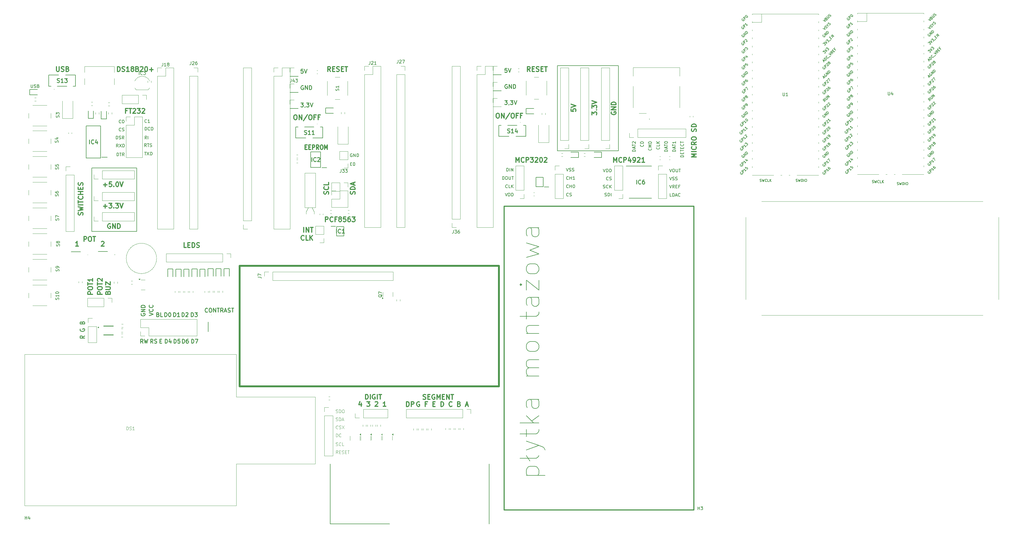
<source format=gbr>
%TF.GenerationSoftware,KiCad,Pcbnew,9.0.0*%
%TF.CreationDate,2025-05-15T12:51:00+02:00*%
%TF.ProjectId,board,626f6172-642e-46b6-9963-61645f706362,rev?*%
%TF.SameCoordinates,Original*%
%TF.FileFunction,Legend,Top*%
%TF.FilePolarity,Positive*%
%FSLAX46Y46*%
G04 Gerber Fmt 4.6, Leading zero omitted, Abs format (unit mm)*
G04 Created by KiCad (PCBNEW 9.0.0) date 2025-05-15 12:51:00*
%MOMM*%
%LPD*%
G01*
G04 APERTURE LIST*
%ADD10C,0.200000*%
%ADD11C,0.300000*%
%ADD12C,0.600000*%
%ADD13C,0.249200*%
%ADD14C,0.100000*%
%ADD15C,0.150000*%
%ADD16C,0.254350*%
%ADD17C,0.254000*%
%ADD18C,0.120000*%
G04 APERTURE END LIST*
D10*
X23368000Y-34671000D02*
X37592000Y-34671000D01*
X37592000Y-54737000D01*
X23368000Y-54737000D01*
X23368000Y-34671000D01*
X170688000Y-2286000D02*
X189992000Y-2286000D01*
X189992000Y-29210000D01*
X170688000Y-29210000D01*
X170688000Y-2286000D01*
D11*
X153868000Y-46742000D02*
X213868000Y-46742000D01*
X213868000Y-142742000D01*
X153868000Y-142742000D01*
X153868000Y-46742000D01*
D12*
X70104000Y-65532000D02*
X152146000Y-65532000D01*
X152146000Y-103632000D01*
X70104000Y-103632000D01*
X70104000Y-65532000D01*
D11*
X110023310Y-107728128D02*
X110023310Y-106228128D01*
X110023310Y-106228128D02*
X110380453Y-106228128D01*
X110380453Y-106228128D02*
X110594739Y-106299557D01*
X110594739Y-106299557D02*
X110737596Y-106442414D01*
X110737596Y-106442414D02*
X110809025Y-106585271D01*
X110809025Y-106585271D02*
X110880453Y-106870985D01*
X110880453Y-106870985D02*
X110880453Y-107085271D01*
X110880453Y-107085271D02*
X110809025Y-107370985D01*
X110809025Y-107370985D02*
X110737596Y-107513842D01*
X110737596Y-107513842D02*
X110594739Y-107656700D01*
X110594739Y-107656700D02*
X110380453Y-107728128D01*
X110380453Y-107728128D02*
X110023310Y-107728128D01*
X111523310Y-107728128D02*
X111523310Y-106228128D01*
X113023311Y-106299557D02*
X112880454Y-106228128D01*
X112880454Y-106228128D02*
X112666168Y-106228128D01*
X112666168Y-106228128D02*
X112451882Y-106299557D01*
X112451882Y-106299557D02*
X112309025Y-106442414D01*
X112309025Y-106442414D02*
X112237596Y-106585271D01*
X112237596Y-106585271D02*
X112166168Y-106870985D01*
X112166168Y-106870985D02*
X112166168Y-107085271D01*
X112166168Y-107085271D02*
X112237596Y-107370985D01*
X112237596Y-107370985D02*
X112309025Y-107513842D01*
X112309025Y-107513842D02*
X112451882Y-107656700D01*
X112451882Y-107656700D02*
X112666168Y-107728128D01*
X112666168Y-107728128D02*
X112809025Y-107728128D01*
X112809025Y-107728128D02*
X113023311Y-107656700D01*
X113023311Y-107656700D02*
X113094739Y-107585271D01*
X113094739Y-107585271D02*
X113094739Y-107085271D01*
X113094739Y-107085271D02*
X112809025Y-107085271D01*
X113737596Y-107728128D02*
X113737596Y-106228128D01*
X114237597Y-106228128D02*
X115094740Y-106228128D01*
X114666168Y-107728128D02*
X114666168Y-106228128D01*
D13*
X46567661Y-90001445D02*
X46567661Y-88730045D01*
X46567661Y-88730045D02*
X46870375Y-88730045D01*
X46870375Y-88730045D02*
X47052004Y-88790588D01*
X47052004Y-88790588D02*
X47173089Y-88911674D01*
X47173089Y-88911674D02*
X47233632Y-89032760D01*
X47233632Y-89032760D02*
X47294175Y-89274931D01*
X47294175Y-89274931D02*
X47294175Y-89456560D01*
X47294175Y-89456560D02*
X47233632Y-89698731D01*
X47233632Y-89698731D02*
X47173089Y-89819817D01*
X47173089Y-89819817D02*
X47052004Y-89940903D01*
X47052004Y-89940903D02*
X46870375Y-90001445D01*
X46870375Y-90001445D02*
X46567661Y-90001445D01*
X48383947Y-89153845D02*
X48383947Y-90001445D01*
X48081232Y-88669503D02*
X47778518Y-89577645D01*
X47778518Y-89577645D02*
X48565575Y-89577645D01*
D11*
X181688828Y-17876346D02*
X181688828Y-16947774D01*
X181688828Y-16947774D02*
X182260257Y-17447774D01*
X182260257Y-17447774D02*
X182260257Y-17233489D01*
X182260257Y-17233489D02*
X182331685Y-17090632D01*
X182331685Y-17090632D02*
X182403114Y-17019203D01*
X182403114Y-17019203D02*
X182545971Y-16947774D01*
X182545971Y-16947774D02*
X182903114Y-16947774D01*
X182903114Y-16947774D02*
X183045971Y-17019203D01*
X183045971Y-17019203D02*
X183117400Y-17090632D01*
X183117400Y-17090632D02*
X183188828Y-17233489D01*
X183188828Y-17233489D02*
X183188828Y-17662060D01*
X183188828Y-17662060D02*
X183117400Y-17804917D01*
X183117400Y-17804917D02*
X183045971Y-17876346D01*
X183045971Y-16304918D02*
X183117400Y-16233489D01*
X183117400Y-16233489D02*
X183188828Y-16304918D01*
X183188828Y-16304918D02*
X183117400Y-16376346D01*
X183117400Y-16376346D02*
X183045971Y-16304918D01*
X183045971Y-16304918D02*
X183188828Y-16304918D01*
X181688828Y-15733489D02*
X181688828Y-14804917D01*
X181688828Y-14804917D02*
X182260257Y-15304917D01*
X182260257Y-15304917D02*
X182260257Y-15090632D01*
X182260257Y-15090632D02*
X182331685Y-14947775D01*
X182331685Y-14947775D02*
X182403114Y-14876346D01*
X182403114Y-14876346D02*
X182545971Y-14804917D01*
X182545971Y-14804917D02*
X182903114Y-14804917D01*
X182903114Y-14804917D02*
X183045971Y-14876346D01*
X183045971Y-14876346D02*
X183117400Y-14947775D01*
X183117400Y-14947775D02*
X183188828Y-15090632D01*
X183188828Y-15090632D02*
X183188828Y-15519203D01*
X183188828Y-15519203D02*
X183117400Y-15662060D01*
X183117400Y-15662060D02*
X183045971Y-15733489D01*
X181688828Y-14376346D02*
X183188828Y-13876346D01*
X183188828Y-13876346D02*
X181688828Y-13376346D01*
D14*
X100650265Y-114524800D02*
X100793122Y-114572419D01*
X100793122Y-114572419D02*
X101031217Y-114572419D01*
X101031217Y-114572419D02*
X101126455Y-114524800D01*
X101126455Y-114524800D02*
X101174074Y-114477180D01*
X101174074Y-114477180D02*
X101221693Y-114381942D01*
X101221693Y-114381942D02*
X101221693Y-114286704D01*
X101221693Y-114286704D02*
X101174074Y-114191466D01*
X101174074Y-114191466D02*
X101126455Y-114143847D01*
X101126455Y-114143847D02*
X101031217Y-114096228D01*
X101031217Y-114096228D02*
X100840741Y-114048609D01*
X100840741Y-114048609D02*
X100745503Y-114000990D01*
X100745503Y-114000990D02*
X100697884Y-113953371D01*
X100697884Y-113953371D02*
X100650265Y-113858133D01*
X100650265Y-113858133D02*
X100650265Y-113762895D01*
X100650265Y-113762895D02*
X100697884Y-113667657D01*
X100697884Y-113667657D02*
X100745503Y-113620038D01*
X100745503Y-113620038D02*
X100840741Y-113572419D01*
X100840741Y-113572419D02*
X101078836Y-113572419D01*
X101078836Y-113572419D02*
X101221693Y-113620038D01*
X101650265Y-114572419D02*
X101650265Y-113572419D01*
X101650265Y-113572419D02*
X101888360Y-113572419D01*
X101888360Y-113572419D02*
X102031217Y-113620038D01*
X102031217Y-113620038D02*
X102126455Y-113715276D01*
X102126455Y-113715276D02*
X102174074Y-113810514D01*
X102174074Y-113810514D02*
X102221693Y-114000990D01*
X102221693Y-114000990D02*
X102221693Y-114143847D01*
X102221693Y-114143847D02*
X102174074Y-114334323D01*
X102174074Y-114334323D02*
X102126455Y-114429561D01*
X102126455Y-114429561D02*
X102031217Y-114524800D01*
X102031217Y-114524800D02*
X101888360Y-114572419D01*
X101888360Y-114572419D02*
X101650265Y-114572419D01*
X102602646Y-114286704D02*
X103078836Y-114286704D01*
X102507408Y-114572419D02*
X102840741Y-113572419D01*
X102840741Y-113572419D02*
X103174074Y-114572419D01*
X101269312Y-117017180D02*
X101221693Y-117064800D01*
X101221693Y-117064800D02*
X101078836Y-117112419D01*
X101078836Y-117112419D02*
X100983598Y-117112419D01*
X100983598Y-117112419D02*
X100840741Y-117064800D01*
X100840741Y-117064800D02*
X100745503Y-116969561D01*
X100745503Y-116969561D02*
X100697884Y-116874323D01*
X100697884Y-116874323D02*
X100650265Y-116683847D01*
X100650265Y-116683847D02*
X100650265Y-116540990D01*
X100650265Y-116540990D02*
X100697884Y-116350514D01*
X100697884Y-116350514D02*
X100745503Y-116255276D01*
X100745503Y-116255276D02*
X100840741Y-116160038D01*
X100840741Y-116160038D02*
X100983598Y-116112419D01*
X100983598Y-116112419D02*
X101078836Y-116112419D01*
X101078836Y-116112419D02*
X101221693Y-116160038D01*
X101221693Y-116160038D02*
X101269312Y-116207657D01*
X101650265Y-117064800D02*
X101793122Y-117112419D01*
X101793122Y-117112419D02*
X102031217Y-117112419D01*
X102031217Y-117112419D02*
X102126455Y-117064800D01*
X102126455Y-117064800D02*
X102174074Y-117017180D01*
X102174074Y-117017180D02*
X102221693Y-116921942D01*
X102221693Y-116921942D02*
X102221693Y-116826704D01*
X102221693Y-116826704D02*
X102174074Y-116731466D01*
X102174074Y-116731466D02*
X102126455Y-116683847D01*
X102126455Y-116683847D02*
X102031217Y-116636228D01*
X102031217Y-116636228D02*
X101840741Y-116588609D01*
X101840741Y-116588609D02*
X101745503Y-116540990D01*
X101745503Y-116540990D02*
X101697884Y-116493371D01*
X101697884Y-116493371D02*
X101650265Y-116398133D01*
X101650265Y-116398133D02*
X101650265Y-116302895D01*
X101650265Y-116302895D02*
X101697884Y-116207657D01*
X101697884Y-116207657D02*
X101745503Y-116160038D01*
X101745503Y-116160038D02*
X101840741Y-116112419D01*
X101840741Y-116112419D02*
X102078836Y-116112419D01*
X102078836Y-116112419D02*
X102221693Y-116160038D01*
X102555027Y-116112419D02*
X103221693Y-117112419D01*
X103221693Y-116112419D02*
X102555027Y-117112419D01*
D15*
X200434580Y-28428649D02*
X200482200Y-28476268D01*
X200482200Y-28476268D02*
X200529819Y-28619125D01*
X200529819Y-28619125D02*
X200529819Y-28714363D01*
X200529819Y-28714363D02*
X200482200Y-28857220D01*
X200482200Y-28857220D02*
X200386961Y-28952458D01*
X200386961Y-28952458D02*
X200291723Y-29000077D01*
X200291723Y-29000077D02*
X200101247Y-29047696D01*
X200101247Y-29047696D02*
X199958390Y-29047696D01*
X199958390Y-29047696D02*
X199767914Y-29000077D01*
X199767914Y-29000077D02*
X199672676Y-28952458D01*
X199672676Y-28952458D02*
X199577438Y-28857220D01*
X199577438Y-28857220D02*
X199529819Y-28714363D01*
X199529819Y-28714363D02*
X199529819Y-28619125D01*
X199529819Y-28619125D02*
X199577438Y-28476268D01*
X199577438Y-28476268D02*
X199625057Y-28428649D01*
X200529819Y-28000077D02*
X199529819Y-28000077D01*
X199529819Y-28000077D02*
X200244104Y-27666744D01*
X200244104Y-27666744D02*
X199529819Y-27333411D01*
X199529819Y-27333411D02*
X200529819Y-27333411D01*
X200529819Y-26857220D02*
X199529819Y-26857220D01*
X199529819Y-26857220D02*
X199529819Y-26619125D01*
X199529819Y-26619125D02*
X199577438Y-26476268D01*
X199577438Y-26476268D02*
X199672676Y-26381030D01*
X199672676Y-26381030D02*
X199767914Y-26333411D01*
X199767914Y-26333411D02*
X199958390Y-26285792D01*
X199958390Y-26285792D02*
X200101247Y-26285792D01*
X200101247Y-26285792D02*
X200291723Y-26333411D01*
X200291723Y-26333411D02*
X200386961Y-26381030D01*
X200386961Y-26381030D02*
X200482200Y-26476268D01*
X200482200Y-26476268D02*
X200529819Y-26619125D01*
X200529819Y-26619125D02*
X200529819Y-26857220D01*
X40076922Y-29603819D02*
X40648350Y-29603819D01*
X40362636Y-30603819D02*
X40362636Y-29603819D01*
X40886446Y-29603819D02*
X41553112Y-30603819D01*
X41553112Y-29603819D02*
X40886446Y-30603819D01*
X41934065Y-30603819D02*
X41934065Y-29603819D01*
X41934065Y-29603819D02*
X42172160Y-29603819D01*
X42172160Y-29603819D02*
X42315017Y-29651438D01*
X42315017Y-29651438D02*
X42410255Y-29746676D01*
X42410255Y-29746676D02*
X42457874Y-29841914D01*
X42457874Y-29841914D02*
X42505493Y-30032390D01*
X42505493Y-30032390D02*
X42505493Y-30175247D01*
X42505493Y-30175247D02*
X42457874Y-30365723D01*
X42457874Y-30365723D02*
X42410255Y-30460961D01*
X42410255Y-30460961D02*
X42315017Y-30556200D01*
X42315017Y-30556200D02*
X42172160Y-30603819D01*
X42172160Y-30603819D02*
X41934065Y-30603819D01*
D14*
X101269312Y-124986419D02*
X100935979Y-124510228D01*
X100697884Y-124986419D02*
X100697884Y-123986419D01*
X100697884Y-123986419D02*
X101078836Y-123986419D01*
X101078836Y-123986419D02*
X101174074Y-124034038D01*
X101174074Y-124034038D02*
X101221693Y-124081657D01*
X101221693Y-124081657D02*
X101269312Y-124176895D01*
X101269312Y-124176895D02*
X101269312Y-124319752D01*
X101269312Y-124319752D02*
X101221693Y-124414990D01*
X101221693Y-124414990D02*
X101174074Y-124462609D01*
X101174074Y-124462609D02*
X101078836Y-124510228D01*
X101078836Y-124510228D02*
X100697884Y-124510228D01*
X101697884Y-124462609D02*
X102031217Y-124462609D01*
X102174074Y-124986419D02*
X101697884Y-124986419D01*
X101697884Y-124986419D02*
X101697884Y-123986419D01*
X101697884Y-123986419D02*
X102174074Y-123986419D01*
X102555027Y-124938800D02*
X102697884Y-124986419D01*
X102697884Y-124986419D02*
X102935979Y-124986419D01*
X102935979Y-124986419D02*
X103031217Y-124938800D01*
X103031217Y-124938800D02*
X103078836Y-124891180D01*
X103078836Y-124891180D02*
X103126455Y-124795942D01*
X103126455Y-124795942D02*
X103126455Y-124700704D01*
X103126455Y-124700704D02*
X103078836Y-124605466D01*
X103078836Y-124605466D02*
X103031217Y-124557847D01*
X103031217Y-124557847D02*
X102935979Y-124510228D01*
X102935979Y-124510228D02*
X102745503Y-124462609D01*
X102745503Y-124462609D02*
X102650265Y-124414990D01*
X102650265Y-124414990D02*
X102602646Y-124367371D01*
X102602646Y-124367371D02*
X102555027Y-124272133D01*
X102555027Y-124272133D02*
X102555027Y-124176895D01*
X102555027Y-124176895D02*
X102602646Y-124081657D01*
X102602646Y-124081657D02*
X102650265Y-124034038D01*
X102650265Y-124034038D02*
X102745503Y-123986419D01*
X102745503Y-123986419D02*
X102983598Y-123986419D01*
X102983598Y-123986419D02*
X103126455Y-124034038D01*
X103555027Y-124462609D02*
X103888360Y-124462609D01*
X104031217Y-124986419D02*
X103555027Y-124986419D01*
X103555027Y-124986419D02*
X103555027Y-123986419D01*
X103555027Y-123986419D02*
X104031217Y-123986419D01*
X104316932Y-123986419D02*
X104888360Y-123986419D01*
X104602646Y-124986419D02*
X104602646Y-123986419D01*
D15*
X31075779Y-25523819D02*
X31075779Y-24523819D01*
X31075779Y-24523819D02*
X31313874Y-24523819D01*
X31313874Y-24523819D02*
X31456731Y-24571438D01*
X31456731Y-24571438D02*
X31551969Y-24666676D01*
X31551969Y-24666676D02*
X31599588Y-24761914D01*
X31599588Y-24761914D02*
X31647207Y-24952390D01*
X31647207Y-24952390D02*
X31647207Y-25095247D01*
X31647207Y-25095247D02*
X31599588Y-25285723D01*
X31599588Y-25285723D02*
X31551969Y-25380961D01*
X31551969Y-25380961D02*
X31456731Y-25476200D01*
X31456731Y-25476200D02*
X31313874Y-25523819D01*
X31313874Y-25523819D02*
X31075779Y-25523819D01*
X32028160Y-25476200D02*
X32171017Y-25523819D01*
X32171017Y-25523819D02*
X32409112Y-25523819D01*
X32409112Y-25523819D02*
X32504350Y-25476200D01*
X32504350Y-25476200D02*
X32551969Y-25428580D01*
X32551969Y-25428580D02*
X32599588Y-25333342D01*
X32599588Y-25333342D02*
X32599588Y-25238104D01*
X32599588Y-25238104D02*
X32551969Y-25142866D01*
X32551969Y-25142866D02*
X32504350Y-25095247D01*
X32504350Y-25095247D02*
X32409112Y-25047628D01*
X32409112Y-25047628D02*
X32218636Y-25000009D01*
X32218636Y-25000009D02*
X32123398Y-24952390D01*
X32123398Y-24952390D02*
X32075779Y-24904771D01*
X32075779Y-24904771D02*
X32028160Y-24809533D01*
X32028160Y-24809533D02*
X32028160Y-24714295D01*
X32028160Y-24714295D02*
X32075779Y-24619057D01*
X32075779Y-24619057D02*
X32123398Y-24571438D01*
X32123398Y-24571438D02*
X32218636Y-24523819D01*
X32218636Y-24523819D02*
X32456731Y-24523819D01*
X32456731Y-24523819D02*
X32599588Y-24571438D01*
X33599588Y-25523819D02*
X33266255Y-25047628D01*
X33028160Y-25523819D02*
X33028160Y-24523819D01*
X33028160Y-24523819D02*
X33409112Y-24523819D01*
X33409112Y-24523819D02*
X33504350Y-24571438D01*
X33504350Y-24571438D02*
X33551969Y-24619057D01*
X33551969Y-24619057D02*
X33599588Y-24714295D01*
X33599588Y-24714295D02*
X33599588Y-24857152D01*
X33599588Y-24857152D02*
X33551969Y-24952390D01*
X33551969Y-24952390D02*
X33504350Y-25000009D01*
X33504350Y-25000009D02*
X33409112Y-25047628D01*
X33409112Y-25047628D02*
X33028160Y-25047628D01*
D11*
X128245082Y-107679400D02*
X128459368Y-107750828D01*
X128459368Y-107750828D02*
X128816510Y-107750828D01*
X128816510Y-107750828D02*
X128959368Y-107679400D01*
X128959368Y-107679400D02*
X129030796Y-107607971D01*
X129030796Y-107607971D02*
X129102225Y-107465114D01*
X129102225Y-107465114D02*
X129102225Y-107322257D01*
X129102225Y-107322257D02*
X129030796Y-107179400D01*
X129030796Y-107179400D02*
X128959368Y-107107971D01*
X128959368Y-107107971D02*
X128816510Y-107036542D01*
X128816510Y-107036542D02*
X128530796Y-106965114D01*
X128530796Y-106965114D02*
X128387939Y-106893685D01*
X128387939Y-106893685D02*
X128316510Y-106822257D01*
X128316510Y-106822257D02*
X128245082Y-106679400D01*
X128245082Y-106679400D02*
X128245082Y-106536542D01*
X128245082Y-106536542D02*
X128316510Y-106393685D01*
X128316510Y-106393685D02*
X128387939Y-106322257D01*
X128387939Y-106322257D02*
X128530796Y-106250828D01*
X128530796Y-106250828D02*
X128887939Y-106250828D01*
X128887939Y-106250828D02*
X129102225Y-106322257D01*
X129745081Y-106965114D02*
X130245081Y-106965114D01*
X130459367Y-107750828D02*
X129745081Y-107750828D01*
X129745081Y-107750828D02*
X129745081Y-106250828D01*
X129745081Y-106250828D02*
X130459367Y-106250828D01*
X131887939Y-106322257D02*
X131745082Y-106250828D01*
X131745082Y-106250828D02*
X131530796Y-106250828D01*
X131530796Y-106250828D02*
X131316510Y-106322257D01*
X131316510Y-106322257D02*
X131173653Y-106465114D01*
X131173653Y-106465114D02*
X131102224Y-106607971D01*
X131102224Y-106607971D02*
X131030796Y-106893685D01*
X131030796Y-106893685D02*
X131030796Y-107107971D01*
X131030796Y-107107971D02*
X131102224Y-107393685D01*
X131102224Y-107393685D02*
X131173653Y-107536542D01*
X131173653Y-107536542D02*
X131316510Y-107679400D01*
X131316510Y-107679400D02*
X131530796Y-107750828D01*
X131530796Y-107750828D02*
X131673653Y-107750828D01*
X131673653Y-107750828D02*
X131887939Y-107679400D01*
X131887939Y-107679400D02*
X131959367Y-107607971D01*
X131959367Y-107607971D02*
X131959367Y-107107971D01*
X131959367Y-107107971D02*
X131673653Y-107107971D01*
X132602224Y-107750828D02*
X132602224Y-106250828D01*
X132602224Y-106250828D02*
X133102224Y-107322257D01*
X133102224Y-107322257D02*
X133602224Y-106250828D01*
X133602224Y-106250828D02*
X133602224Y-107750828D01*
X134316510Y-106965114D02*
X134816510Y-106965114D01*
X135030796Y-107750828D02*
X134316510Y-107750828D01*
X134316510Y-107750828D02*
X134316510Y-106250828D01*
X134316510Y-106250828D02*
X135030796Y-106250828D01*
X135673653Y-107750828D02*
X135673653Y-106250828D01*
X135673653Y-106250828D02*
X136530796Y-107750828D01*
X136530796Y-107750828D02*
X136530796Y-106250828D01*
X137030797Y-106250828D02*
X137887940Y-106250828D01*
X137459368Y-107750828D02*
X137459368Y-106250828D01*
D15*
X40791207Y-25523819D02*
X40457874Y-25047628D01*
X40219779Y-25523819D02*
X40219779Y-24523819D01*
X40219779Y-24523819D02*
X40600731Y-24523819D01*
X40600731Y-24523819D02*
X40695969Y-24571438D01*
X40695969Y-24571438D02*
X40743588Y-24619057D01*
X40743588Y-24619057D02*
X40791207Y-24714295D01*
X40791207Y-24714295D02*
X40791207Y-24857152D01*
X40791207Y-24857152D02*
X40743588Y-24952390D01*
X40743588Y-24952390D02*
X40695969Y-25000009D01*
X40695969Y-25000009D02*
X40600731Y-25047628D01*
X40600731Y-25047628D02*
X40219779Y-25047628D01*
X41219779Y-25523819D02*
X41219779Y-24523819D01*
X185217160Y-40970200D02*
X185360017Y-41017819D01*
X185360017Y-41017819D02*
X185598112Y-41017819D01*
X185598112Y-41017819D02*
X185693350Y-40970200D01*
X185693350Y-40970200D02*
X185740969Y-40922580D01*
X185740969Y-40922580D02*
X185788588Y-40827342D01*
X185788588Y-40827342D02*
X185788588Y-40732104D01*
X185788588Y-40732104D02*
X185740969Y-40636866D01*
X185740969Y-40636866D02*
X185693350Y-40589247D01*
X185693350Y-40589247D02*
X185598112Y-40541628D01*
X185598112Y-40541628D02*
X185407636Y-40494009D01*
X185407636Y-40494009D02*
X185312398Y-40446390D01*
X185312398Y-40446390D02*
X185264779Y-40398771D01*
X185264779Y-40398771D02*
X185217160Y-40303533D01*
X185217160Y-40303533D02*
X185217160Y-40208295D01*
X185217160Y-40208295D02*
X185264779Y-40113057D01*
X185264779Y-40113057D02*
X185312398Y-40065438D01*
X185312398Y-40065438D02*
X185407636Y-40017819D01*
X185407636Y-40017819D02*
X185645731Y-40017819D01*
X185645731Y-40017819D02*
X185788588Y-40065438D01*
X186788588Y-40922580D02*
X186740969Y-40970200D01*
X186740969Y-40970200D02*
X186598112Y-41017819D01*
X186598112Y-41017819D02*
X186502874Y-41017819D01*
X186502874Y-41017819D02*
X186360017Y-40970200D01*
X186360017Y-40970200D02*
X186264779Y-40874961D01*
X186264779Y-40874961D02*
X186217160Y-40779723D01*
X186217160Y-40779723D02*
X186169541Y-40589247D01*
X186169541Y-40589247D02*
X186169541Y-40446390D01*
X186169541Y-40446390D02*
X186217160Y-40255914D01*
X186217160Y-40255914D02*
X186264779Y-40160676D01*
X186264779Y-40160676D02*
X186360017Y-40065438D01*
X186360017Y-40065438D02*
X186502874Y-40017819D01*
X186502874Y-40017819D02*
X186598112Y-40017819D01*
X186598112Y-40017819D02*
X186740969Y-40065438D01*
X186740969Y-40065438D02*
X186788588Y-40113057D01*
X187217160Y-41017819D02*
X187217160Y-40017819D01*
X187788588Y-41017819D02*
X187360017Y-40446390D01*
X187788588Y-40017819D02*
X187217160Y-40589247D01*
X185217160Y-34937819D02*
X185550493Y-35937819D01*
X185550493Y-35937819D02*
X185883826Y-34937819D01*
X186217160Y-35937819D02*
X186217160Y-34937819D01*
X186217160Y-34937819D02*
X186455255Y-34937819D01*
X186455255Y-34937819D02*
X186598112Y-34985438D01*
X186598112Y-34985438D02*
X186693350Y-35080676D01*
X186693350Y-35080676D02*
X186740969Y-35175914D01*
X186740969Y-35175914D02*
X186788588Y-35366390D01*
X186788588Y-35366390D02*
X186788588Y-35509247D01*
X186788588Y-35509247D02*
X186740969Y-35699723D01*
X186740969Y-35699723D02*
X186693350Y-35794961D01*
X186693350Y-35794961D02*
X186598112Y-35890200D01*
X186598112Y-35890200D02*
X186455255Y-35937819D01*
X186455255Y-35937819D02*
X186217160Y-35937819D01*
X187217160Y-35937819D02*
X187217160Y-34937819D01*
X187217160Y-34937819D02*
X187455255Y-34937819D01*
X187455255Y-34937819D02*
X187598112Y-34985438D01*
X187598112Y-34985438D02*
X187693350Y-35080676D01*
X187693350Y-35080676D02*
X187740969Y-35175914D01*
X187740969Y-35175914D02*
X187788588Y-35366390D01*
X187788588Y-35366390D02*
X187788588Y-35509247D01*
X187788588Y-35509247D02*
X187740969Y-35699723D01*
X187740969Y-35699723D02*
X187693350Y-35794961D01*
X187693350Y-35794961D02*
X187598112Y-35890200D01*
X187598112Y-35890200D02*
X187455255Y-35937819D01*
X187455255Y-35937819D02*
X187217160Y-35937819D01*
D11*
X127070225Y-108608257D02*
X126927368Y-108536828D01*
X126927368Y-108536828D02*
X126713082Y-108536828D01*
X126713082Y-108536828D02*
X126498796Y-108608257D01*
X126498796Y-108608257D02*
X126355939Y-108751114D01*
X126355939Y-108751114D02*
X126284510Y-108893971D01*
X126284510Y-108893971D02*
X126213082Y-109179685D01*
X126213082Y-109179685D02*
X126213082Y-109393971D01*
X126213082Y-109393971D02*
X126284510Y-109679685D01*
X126284510Y-109679685D02*
X126355939Y-109822542D01*
X126355939Y-109822542D02*
X126498796Y-109965400D01*
X126498796Y-109965400D02*
X126713082Y-110036828D01*
X126713082Y-110036828D02*
X126855939Y-110036828D01*
X126855939Y-110036828D02*
X127070225Y-109965400D01*
X127070225Y-109965400D02*
X127141653Y-109893971D01*
X127141653Y-109893971D02*
X127141653Y-109393971D01*
X127141653Y-109393971D02*
X126855939Y-109393971D01*
X129427367Y-109251114D02*
X128927367Y-109251114D01*
X128927367Y-110036828D02*
X128927367Y-108536828D01*
X128927367Y-108536828D02*
X129641653Y-108536828D01*
X131355938Y-109251114D02*
X131855938Y-109251114D01*
X132070224Y-110036828D02*
X131355938Y-110036828D01*
X131355938Y-110036828D02*
X131355938Y-108536828D01*
X131355938Y-108536828D02*
X132070224Y-108536828D01*
X133855938Y-110036828D02*
X133855938Y-108536828D01*
X133855938Y-108536828D02*
X134213081Y-108536828D01*
X134213081Y-108536828D02*
X134427367Y-108608257D01*
X134427367Y-108608257D02*
X134570224Y-108751114D01*
X134570224Y-108751114D02*
X134641653Y-108893971D01*
X134641653Y-108893971D02*
X134713081Y-109179685D01*
X134713081Y-109179685D02*
X134713081Y-109393971D01*
X134713081Y-109393971D02*
X134641653Y-109679685D01*
X134641653Y-109679685D02*
X134570224Y-109822542D01*
X134570224Y-109822542D02*
X134427367Y-109965400D01*
X134427367Y-109965400D02*
X134213081Y-110036828D01*
X134213081Y-110036828D02*
X133855938Y-110036828D01*
X137355938Y-109893971D02*
X137284510Y-109965400D01*
X137284510Y-109965400D02*
X137070224Y-110036828D01*
X137070224Y-110036828D02*
X136927367Y-110036828D01*
X136927367Y-110036828D02*
X136713081Y-109965400D01*
X136713081Y-109965400D02*
X136570224Y-109822542D01*
X136570224Y-109822542D02*
X136498795Y-109679685D01*
X136498795Y-109679685D02*
X136427367Y-109393971D01*
X136427367Y-109393971D02*
X136427367Y-109179685D01*
X136427367Y-109179685D02*
X136498795Y-108893971D01*
X136498795Y-108893971D02*
X136570224Y-108751114D01*
X136570224Y-108751114D02*
X136713081Y-108608257D01*
X136713081Y-108608257D02*
X136927367Y-108536828D01*
X136927367Y-108536828D02*
X137070224Y-108536828D01*
X137070224Y-108536828D02*
X137284510Y-108608257D01*
X137284510Y-108608257D02*
X137355938Y-108679685D01*
X139641652Y-109251114D02*
X139855938Y-109322542D01*
X139855938Y-109322542D02*
X139927367Y-109393971D01*
X139927367Y-109393971D02*
X139998795Y-109536828D01*
X139998795Y-109536828D02*
X139998795Y-109751114D01*
X139998795Y-109751114D02*
X139927367Y-109893971D01*
X139927367Y-109893971D02*
X139855938Y-109965400D01*
X139855938Y-109965400D02*
X139713081Y-110036828D01*
X139713081Y-110036828D02*
X139141652Y-110036828D01*
X139141652Y-110036828D02*
X139141652Y-108536828D01*
X139141652Y-108536828D02*
X139641652Y-108536828D01*
X139641652Y-108536828D02*
X139784510Y-108608257D01*
X139784510Y-108608257D02*
X139855938Y-108679685D01*
X139855938Y-108679685D02*
X139927367Y-108822542D01*
X139927367Y-108822542D02*
X139927367Y-108965400D01*
X139927367Y-108965400D02*
X139855938Y-109108257D01*
X139855938Y-109108257D02*
X139784510Y-109179685D01*
X139784510Y-109179685D02*
X139641652Y-109251114D01*
X139641652Y-109251114D02*
X139141652Y-109251114D01*
X141713081Y-109608257D02*
X142427367Y-109608257D01*
X141570224Y-110036828D02*
X142070224Y-108536828D01*
X142070224Y-108536828D02*
X142570224Y-110036828D01*
D15*
X206187922Y-40017819D02*
X206521255Y-41017819D01*
X206521255Y-41017819D02*
X206854588Y-40017819D01*
X207759350Y-41017819D02*
X207426017Y-40541628D01*
X207187922Y-41017819D02*
X207187922Y-40017819D01*
X207187922Y-40017819D02*
X207568874Y-40017819D01*
X207568874Y-40017819D02*
X207664112Y-40065438D01*
X207664112Y-40065438D02*
X207711731Y-40113057D01*
X207711731Y-40113057D02*
X207759350Y-40208295D01*
X207759350Y-40208295D02*
X207759350Y-40351152D01*
X207759350Y-40351152D02*
X207711731Y-40446390D01*
X207711731Y-40446390D02*
X207664112Y-40494009D01*
X207664112Y-40494009D02*
X207568874Y-40541628D01*
X207568874Y-40541628D02*
X207187922Y-40541628D01*
X208187922Y-40494009D02*
X208521255Y-40494009D01*
X208664112Y-41017819D02*
X208187922Y-41017819D01*
X208187922Y-41017819D02*
X208187922Y-40017819D01*
X208187922Y-40017819D02*
X208664112Y-40017819D01*
X209426017Y-40494009D02*
X209092684Y-40494009D01*
X209092684Y-41017819D02*
X209092684Y-40017819D01*
X209092684Y-40017819D02*
X209568874Y-40017819D01*
D11*
X19160225Y-59363828D02*
X18303082Y-59363828D01*
X18731653Y-59363828D02*
X18731653Y-57863828D01*
X18731653Y-57863828D02*
X18588796Y-58078114D01*
X18588796Y-58078114D02*
X18445939Y-58220971D01*
X18445939Y-58220971D02*
X18303082Y-58292400D01*
D15*
X206187922Y-37477819D02*
X206521255Y-38477819D01*
X206521255Y-38477819D02*
X206854588Y-37477819D01*
X207140303Y-38430200D02*
X207283160Y-38477819D01*
X207283160Y-38477819D02*
X207521255Y-38477819D01*
X207521255Y-38477819D02*
X207616493Y-38430200D01*
X207616493Y-38430200D02*
X207664112Y-38382580D01*
X207664112Y-38382580D02*
X207711731Y-38287342D01*
X207711731Y-38287342D02*
X207711731Y-38192104D01*
X207711731Y-38192104D02*
X207664112Y-38096866D01*
X207664112Y-38096866D02*
X207616493Y-38049247D01*
X207616493Y-38049247D02*
X207521255Y-38001628D01*
X207521255Y-38001628D02*
X207330779Y-37954009D01*
X207330779Y-37954009D02*
X207235541Y-37906390D01*
X207235541Y-37906390D02*
X207187922Y-37858771D01*
X207187922Y-37858771D02*
X207140303Y-37763533D01*
X207140303Y-37763533D02*
X207140303Y-37668295D01*
X207140303Y-37668295D02*
X207187922Y-37573057D01*
X207187922Y-37573057D02*
X207235541Y-37525438D01*
X207235541Y-37525438D02*
X207330779Y-37477819D01*
X207330779Y-37477819D02*
X207568874Y-37477819D01*
X207568874Y-37477819D02*
X207711731Y-37525438D01*
X208092684Y-38430200D02*
X208235541Y-38477819D01*
X208235541Y-38477819D02*
X208473636Y-38477819D01*
X208473636Y-38477819D02*
X208568874Y-38430200D01*
X208568874Y-38430200D02*
X208616493Y-38382580D01*
X208616493Y-38382580D02*
X208664112Y-38287342D01*
X208664112Y-38287342D02*
X208664112Y-38192104D01*
X208664112Y-38192104D02*
X208616493Y-38096866D01*
X208616493Y-38096866D02*
X208568874Y-38049247D01*
X208568874Y-38049247D02*
X208473636Y-38001628D01*
X208473636Y-38001628D02*
X208283160Y-37954009D01*
X208283160Y-37954009D02*
X208187922Y-37906390D01*
X208187922Y-37906390D02*
X208140303Y-37858771D01*
X208140303Y-37858771D02*
X208092684Y-37763533D01*
X208092684Y-37763533D02*
X208092684Y-37668295D01*
X208092684Y-37668295D02*
X208140303Y-37573057D01*
X208140303Y-37573057D02*
X208187922Y-37525438D01*
X208187922Y-37525438D02*
X208283160Y-37477819D01*
X208283160Y-37477819D02*
X208521255Y-37477819D01*
X208521255Y-37477819D02*
X208664112Y-37525438D01*
D11*
X90565653Y-57320971D02*
X90494225Y-57392400D01*
X90494225Y-57392400D02*
X90279939Y-57463828D01*
X90279939Y-57463828D02*
X90137082Y-57463828D01*
X90137082Y-57463828D02*
X89922796Y-57392400D01*
X89922796Y-57392400D02*
X89779939Y-57249542D01*
X89779939Y-57249542D02*
X89708510Y-57106685D01*
X89708510Y-57106685D02*
X89637082Y-56820971D01*
X89637082Y-56820971D02*
X89637082Y-56606685D01*
X89637082Y-56606685D02*
X89708510Y-56320971D01*
X89708510Y-56320971D02*
X89779939Y-56178114D01*
X89779939Y-56178114D02*
X89922796Y-56035257D01*
X89922796Y-56035257D02*
X90137082Y-55963828D01*
X90137082Y-55963828D02*
X90279939Y-55963828D01*
X90279939Y-55963828D02*
X90494225Y-56035257D01*
X90494225Y-56035257D02*
X90565653Y-56106685D01*
X91922796Y-57463828D02*
X91208510Y-57463828D01*
X91208510Y-57463828D02*
X91208510Y-55963828D01*
X92422796Y-57463828D02*
X92422796Y-55963828D01*
X93279939Y-57463828D02*
X92637082Y-56606685D01*
X93279939Y-55963828D02*
X92422796Y-56820971D01*
D13*
X154802632Y-8272588D02*
X154681547Y-8212045D01*
X154681547Y-8212045D02*
X154499918Y-8212045D01*
X154499918Y-8212045D02*
X154318289Y-8272588D01*
X154318289Y-8272588D02*
X154197204Y-8393674D01*
X154197204Y-8393674D02*
X154136661Y-8514760D01*
X154136661Y-8514760D02*
X154076118Y-8756931D01*
X154076118Y-8756931D02*
X154076118Y-8938560D01*
X154076118Y-8938560D02*
X154136661Y-9180731D01*
X154136661Y-9180731D02*
X154197204Y-9301817D01*
X154197204Y-9301817D02*
X154318289Y-9422903D01*
X154318289Y-9422903D02*
X154499918Y-9483445D01*
X154499918Y-9483445D02*
X154621004Y-9483445D01*
X154621004Y-9483445D02*
X154802632Y-9422903D01*
X154802632Y-9422903D02*
X154863175Y-9362360D01*
X154863175Y-9362360D02*
X154863175Y-8938560D01*
X154863175Y-8938560D02*
X154621004Y-8938560D01*
X155408061Y-9483445D02*
X155408061Y-8212045D01*
X155408061Y-8212045D02*
X156134575Y-9483445D01*
X156134575Y-9483445D02*
X156134575Y-8212045D01*
X156740004Y-9483445D02*
X156740004Y-8212045D01*
X156740004Y-8212045D02*
X157042718Y-8212045D01*
X157042718Y-8212045D02*
X157224347Y-8272588D01*
X157224347Y-8272588D02*
X157345432Y-8393674D01*
X157345432Y-8393674D02*
X157405975Y-8514760D01*
X157405975Y-8514760D02*
X157466518Y-8756931D01*
X157466518Y-8756931D02*
X157466518Y-8938560D01*
X157466518Y-8938560D02*
X157405975Y-9180731D01*
X157405975Y-9180731D02*
X157345432Y-9301817D01*
X157345432Y-9301817D02*
X157224347Y-9422903D01*
X157224347Y-9422903D02*
X157042718Y-9483445D01*
X157042718Y-9483445D02*
X156740004Y-9483445D01*
D15*
X31769207Y-28063819D02*
X31435874Y-27587628D01*
X31197779Y-28063819D02*
X31197779Y-27063819D01*
X31197779Y-27063819D02*
X31578731Y-27063819D01*
X31578731Y-27063819D02*
X31673969Y-27111438D01*
X31673969Y-27111438D02*
X31721588Y-27159057D01*
X31721588Y-27159057D02*
X31769207Y-27254295D01*
X31769207Y-27254295D02*
X31769207Y-27397152D01*
X31769207Y-27397152D02*
X31721588Y-27492390D01*
X31721588Y-27492390D02*
X31673969Y-27540009D01*
X31673969Y-27540009D02*
X31578731Y-27587628D01*
X31578731Y-27587628D02*
X31197779Y-27587628D01*
X32102541Y-27063819D02*
X32769207Y-28063819D01*
X32769207Y-27063819D02*
X32102541Y-28063819D01*
X33150160Y-28063819D02*
X33150160Y-27063819D01*
X33150160Y-27063819D02*
X33388255Y-27063819D01*
X33388255Y-27063819D02*
X33531112Y-27111438D01*
X33531112Y-27111438D02*
X33626350Y-27206676D01*
X33626350Y-27206676D02*
X33673969Y-27301914D01*
X33673969Y-27301914D02*
X33721588Y-27492390D01*
X33721588Y-27492390D02*
X33721588Y-27635247D01*
X33721588Y-27635247D02*
X33673969Y-27825723D01*
X33673969Y-27825723D02*
X33626350Y-27920961D01*
X33626350Y-27920961D02*
X33531112Y-28016200D01*
X33531112Y-28016200D02*
X33388255Y-28063819D01*
X33388255Y-28063819D02*
X33150160Y-28063819D01*
X206187922Y-34937819D02*
X206521255Y-35937819D01*
X206521255Y-35937819D02*
X206854588Y-34937819D01*
X207378398Y-34937819D02*
X207568874Y-34937819D01*
X207568874Y-34937819D02*
X207664112Y-34985438D01*
X207664112Y-34985438D02*
X207759350Y-35080676D01*
X207759350Y-35080676D02*
X207806969Y-35271152D01*
X207806969Y-35271152D02*
X207806969Y-35604485D01*
X207806969Y-35604485D02*
X207759350Y-35794961D01*
X207759350Y-35794961D02*
X207664112Y-35890200D01*
X207664112Y-35890200D02*
X207568874Y-35937819D01*
X207568874Y-35937819D02*
X207378398Y-35937819D01*
X207378398Y-35937819D02*
X207283160Y-35890200D01*
X207283160Y-35890200D02*
X207187922Y-35794961D01*
X207187922Y-35794961D02*
X207140303Y-35604485D01*
X207140303Y-35604485D02*
X207140303Y-35271152D01*
X207140303Y-35271152D02*
X207187922Y-35080676D01*
X207187922Y-35080676D02*
X207283160Y-34985438D01*
X207283160Y-34985438D02*
X207378398Y-34937819D01*
X208235541Y-34937819D02*
X208235541Y-35747342D01*
X208235541Y-35747342D02*
X208283160Y-35842580D01*
X208283160Y-35842580D02*
X208330779Y-35890200D01*
X208330779Y-35890200D02*
X208426017Y-35937819D01*
X208426017Y-35937819D02*
X208616493Y-35937819D01*
X208616493Y-35937819D02*
X208711731Y-35890200D01*
X208711731Y-35890200D02*
X208759350Y-35842580D01*
X208759350Y-35842580D02*
X208806969Y-35747342D01*
X208806969Y-35747342D02*
X208806969Y-34937819D01*
X209140303Y-34937819D02*
X209711731Y-34937819D01*
X209426017Y-35937819D02*
X209426017Y-34937819D01*
D11*
X27097510Y-46727400D02*
X28240368Y-46727400D01*
X27668939Y-47298828D02*
X27668939Y-46155971D01*
X28811796Y-45798828D02*
X29740368Y-45798828D01*
X29740368Y-45798828D02*
X29240368Y-46370257D01*
X29240368Y-46370257D02*
X29454653Y-46370257D01*
X29454653Y-46370257D02*
X29597511Y-46441685D01*
X29597511Y-46441685D02*
X29668939Y-46513114D01*
X29668939Y-46513114D02*
X29740368Y-46655971D01*
X29740368Y-46655971D02*
X29740368Y-47013114D01*
X29740368Y-47013114D02*
X29668939Y-47155971D01*
X29668939Y-47155971D02*
X29597511Y-47227400D01*
X29597511Y-47227400D02*
X29454653Y-47298828D01*
X29454653Y-47298828D02*
X29026082Y-47298828D01*
X29026082Y-47298828D02*
X28883225Y-47227400D01*
X28883225Y-47227400D02*
X28811796Y-47155971D01*
X30383224Y-47155971D02*
X30454653Y-47227400D01*
X30454653Y-47227400D02*
X30383224Y-47298828D01*
X30383224Y-47298828D02*
X30311796Y-47227400D01*
X30311796Y-47227400D02*
X30383224Y-47155971D01*
X30383224Y-47155971D02*
X30383224Y-47298828D01*
X30954653Y-45798828D02*
X31883225Y-45798828D01*
X31883225Y-45798828D02*
X31383225Y-46370257D01*
X31383225Y-46370257D02*
X31597510Y-46370257D01*
X31597510Y-46370257D02*
X31740368Y-46441685D01*
X31740368Y-46441685D02*
X31811796Y-46513114D01*
X31811796Y-46513114D02*
X31883225Y-46655971D01*
X31883225Y-46655971D02*
X31883225Y-47013114D01*
X31883225Y-47013114D02*
X31811796Y-47155971D01*
X31811796Y-47155971D02*
X31740368Y-47227400D01*
X31740368Y-47227400D02*
X31597510Y-47298828D01*
X31597510Y-47298828D02*
X31168939Y-47298828D01*
X31168939Y-47298828D02*
X31026082Y-47227400D01*
X31026082Y-47227400D02*
X30954653Y-47155971D01*
X32311796Y-45798828D02*
X32811796Y-47298828D01*
X32811796Y-47298828D02*
X33311796Y-45798828D01*
D14*
X100650265Y-111984800D02*
X100793122Y-112032419D01*
X100793122Y-112032419D02*
X101031217Y-112032419D01*
X101031217Y-112032419D02*
X101126455Y-111984800D01*
X101126455Y-111984800D02*
X101174074Y-111937180D01*
X101174074Y-111937180D02*
X101221693Y-111841942D01*
X101221693Y-111841942D02*
X101221693Y-111746704D01*
X101221693Y-111746704D02*
X101174074Y-111651466D01*
X101174074Y-111651466D02*
X101126455Y-111603847D01*
X101126455Y-111603847D02*
X101031217Y-111556228D01*
X101031217Y-111556228D02*
X100840741Y-111508609D01*
X100840741Y-111508609D02*
X100745503Y-111460990D01*
X100745503Y-111460990D02*
X100697884Y-111413371D01*
X100697884Y-111413371D02*
X100650265Y-111318133D01*
X100650265Y-111318133D02*
X100650265Y-111222895D01*
X100650265Y-111222895D02*
X100697884Y-111127657D01*
X100697884Y-111127657D02*
X100745503Y-111080038D01*
X100745503Y-111080038D02*
X100840741Y-111032419D01*
X100840741Y-111032419D02*
X101078836Y-111032419D01*
X101078836Y-111032419D02*
X101221693Y-111080038D01*
X101650265Y-112032419D02*
X101650265Y-111032419D01*
X101650265Y-111032419D02*
X101888360Y-111032419D01*
X101888360Y-111032419D02*
X102031217Y-111080038D01*
X102031217Y-111080038D02*
X102126455Y-111175276D01*
X102126455Y-111175276D02*
X102174074Y-111270514D01*
X102174074Y-111270514D02*
X102221693Y-111460990D01*
X102221693Y-111460990D02*
X102221693Y-111603847D01*
X102221693Y-111603847D02*
X102174074Y-111794323D01*
X102174074Y-111794323D02*
X102126455Y-111889561D01*
X102126455Y-111889561D02*
X102031217Y-111984800D01*
X102031217Y-111984800D02*
X101888360Y-112032419D01*
X101888360Y-112032419D02*
X101650265Y-112032419D01*
X102840741Y-111032419D02*
X103031217Y-111032419D01*
X103031217Y-111032419D02*
X103126455Y-111080038D01*
X103126455Y-111080038D02*
X103221693Y-111175276D01*
X103221693Y-111175276D02*
X103269312Y-111365752D01*
X103269312Y-111365752D02*
X103269312Y-111699085D01*
X103269312Y-111699085D02*
X103221693Y-111889561D01*
X103221693Y-111889561D02*
X103126455Y-111984800D01*
X103126455Y-111984800D02*
X103031217Y-112032419D01*
X103031217Y-112032419D02*
X102840741Y-112032419D01*
X102840741Y-112032419D02*
X102745503Y-111984800D01*
X102745503Y-111984800D02*
X102650265Y-111889561D01*
X102650265Y-111889561D02*
X102602646Y-111699085D01*
X102602646Y-111699085D02*
X102602646Y-111365752D01*
X102602646Y-111365752D02*
X102650265Y-111175276D01*
X102650265Y-111175276D02*
X102745503Y-111080038D01*
X102745503Y-111080038D02*
X102840741Y-111032419D01*
D15*
X205609819Y-29428649D02*
X204609819Y-29428649D01*
X204609819Y-29428649D02*
X204609819Y-29190554D01*
X204609819Y-29190554D02*
X204657438Y-29047697D01*
X204657438Y-29047697D02*
X204752676Y-28952459D01*
X204752676Y-28952459D02*
X204847914Y-28904840D01*
X204847914Y-28904840D02*
X205038390Y-28857221D01*
X205038390Y-28857221D02*
X205181247Y-28857221D01*
X205181247Y-28857221D02*
X205371723Y-28904840D01*
X205371723Y-28904840D02*
X205466961Y-28952459D01*
X205466961Y-28952459D02*
X205562200Y-29047697D01*
X205562200Y-29047697D02*
X205609819Y-29190554D01*
X205609819Y-29190554D02*
X205609819Y-29428649D01*
X205324104Y-28476268D02*
X205324104Y-28000078D01*
X205609819Y-28571506D02*
X204609819Y-28238173D01*
X204609819Y-28238173D02*
X205609819Y-27904840D01*
X204609819Y-27714363D02*
X204609819Y-27142935D01*
X205609819Y-27428649D02*
X204609819Y-27428649D01*
X204609819Y-26619125D02*
X204609819Y-26523887D01*
X204609819Y-26523887D02*
X204657438Y-26428649D01*
X204657438Y-26428649D02*
X204705057Y-26381030D01*
X204705057Y-26381030D02*
X204800295Y-26333411D01*
X204800295Y-26333411D02*
X204990771Y-26285792D01*
X204990771Y-26285792D02*
X205228866Y-26285792D01*
X205228866Y-26285792D02*
X205419342Y-26333411D01*
X205419342Y-26333411D02*
X205514580Y-26381030D01*
X205514580Y-26381030D02*
X205562200Y-26428649D01*
X205562200Y-26428649D02*
X205609819Y-26523887D01*
X205609819Y-26523887D02*
X205609819Y-26619125D01*
X205609819Y-26619125D02*
X205562200Y-26714363D01*
X205562200Y-26714363D02*
X205514580Y-26761982D01*
X205514580Y-26761982D02*
X205419342Y-26809601D01*
X205419342Y-26809601D02*
X205228866Y-26857220D01*
X205228866Y-26857220D02*
X204990771Y-26857220D01*
X204990771Y-26857220D02*
X204800295Y-26809601D01*
X204800295Y-26809601D02*
X204705057Y-26761982D01*
X204705057Y-26761982D02*
X204657438Y-26714363D01*
X204657438Y-26714363D02*
X204609819Y-26619125D01*
X40219779Y-22729819D02*
X40219779Y-21729819D01*
X40219779Y-21729819D02*
X40457874Y-21729819D01*
X40457874Y-21729819D02*
X40600731Y-21777438D01*
X40600731Y-21777438D02*
X40695969Y-21872676D01*
X40695969Y-21872676D02*
X40743588Y-21967914D01*
X40743588Y-21967914D02*
X40791207Y-22158390D01*
X40791207Y-22158390D02*
X40791207Y-22301247D01*
X40791207Y-22301247D02*
X40743588Y-22491723D01*
X40743588Y-22491723D02*
X40695969Y-22586961D01*
X40695969Y-22586961D02*
X40600731Y-22682200D01*
X40600731Y-22682200D02*
X40457874Y-22729819D01*
X40457874Y-22729819D02*
X40219779Y-22729819D01*
X41791207Y-22634580D02*
X41743588Y-22682200D01*
X41743588Y-22682200D02*
X41600731Y-22729819D01*
X41600731Y-22729819D02*
X41505493Y-22729819D01*
X41505493Y-22729819D02*
X41362636Y-22682200D01*
X41362636Y-22682200D02*
X41267398Y-22586961D01*
X41267398Y-22586961D02*
X41219779Y-22491723D01*
X41219779Y-22491723D02*
X41172160Y-22301247D01*
X41172160Y-22301247D02*
X41172160Y-22158390D01*
X41172160Y-22158390D02*
X41219779Y-21967914D01*
X41219779Y-21967914D02*
X41267398Y-21872676D01*
X41267398Y-21872676D02*
X41362636Y-21777438D01*
X41362636Y-21777438D02*
X41505493Y-21729819D01*
X41505493Y-21729819D02*
X41600731Y-21729819D01*
X41600731Y-21729819D02*
X41743588Y-21777438D01*
X41743588Y-21777438D02*
X41791207Y-21825057D01*
X42219779Y-22729819D02*
X42219779Y-21729819D01*
X42219779Y-21729819D02*
X42457874Y-21729819D01*
X42457874Y-21729819D02*
X42600731Y-21777438D01*
X42600731Y-21777438D02*
X42695969Y-21872676D01*
X42695969Y-21872676D02*
X42743588Y-21967914D01*
X42743588Y-21967914D02*
X42791207Y-22158390D01*
X42791207Y-22158390D02*
X42791207Y-22301247D01*
X42791207Y-22301247D02*
X42743588Y-22491723D01*
X42743588Y-22491723D02*
X42695969Y-22586961D01*
X42695969Y-22586961D02*
X42600731Y-22682200D01*
X42600731Y-22682200D02*
X42457874Y-22729819D01*
X42457874Y-22729819D02*
X42219779Y-22729819D01*
X174222207Y-38213247D02*
X174174588Y-38260867D01*
X174174588Y-38260867D02*
X174031731Y-38308486D01*
X174031731Y-38308486D02*
X173936493Y-38308486D01*
X173936493Y-38308486D02*
X173793636Y-38260867D01*
X173793636Y-38260867D02*
X173698398Y-38165628D01*
X173698398Y-38165628D02*
X173650779Y-38070390D01*
X173650779Y-38070390D02*
X173603160Y-37879914D01*
X173603160Y-37879914D02*
X173603160Y-37737057D01*
X173603160Y-37737057D02*
X173650779Y-37546581D01*
X173650779Y-37546581D02*
X173698398Y-37451343D01*
X173698398Y-37451343D02*
X173793636Y-37356105D01*
X173793636Y-37356105D02*
X173936493Y-37308486D01*
X173936493Y-37308486D02*
X174031731Y-37308486D01*
X174031731Y-37308486D02*
X174174588Y-37356105D01*
X174174588Y-37356105D02*
X174222207Y-37403724D01*
X174650779Y-38308486D02*
X174650779Y-37308486D01*
X174650779Y-37784676D02*
X175222207Y-37784676D01*
X175222207Y-38308486D02*
X175222207Y-37308486D01*
X176222207Y-38308486D02*
X175650779Y-38308486D01*
X175936493Y-38308486D02*
X175936493Y-37308486D01*
X175936493Y-37308486D02*
X175841255Y-37451343D01*
X175841255Y-37451343D02*
X175746017Y-37546581D01*
X175746017Y-37546581D02*
X175650779Y-37594200D01*
X173507922Y-34683819D02*
X173841255Y-35683819D01*
X173841255Y-35683819D02*
X174174588Y-34683819D01*
X174460303Y-35636200D02*
X174603160Y-35683819D01*
X174603160Y-35683819D02*
X174841255Y-35683819D01*
X174841255Y-35683819D02*
X174936493Y-35636200D01*
X174936493Y-35636200D02*
X174984112Y-35588580D01*
X174984112Y-35588580D02*
X175031731Y-35493342D01*
X175031731Y-35493342D02*
X175031731Y-35398104D01*
X175031731Y-35398104D02*
X174984112Y-35302866D01*
X174984112Y-35302866D02*
X174936493Y-35255247D01*
X174936493Y-35255247D02*
X174841255Y-35207628D01*
X174841255Y-35207628D02*
X174650779Y-35160009D01*
X174650779Y-35160009D02*
X174555541Y-35112390D01*
X174555541Y-35112390D02*
X174507922Y-35064771D01*
X174507922Y-35064771D02*
X174460303Y-34969533D01*
X174460303Y-34969533D02*
X174460303Y-34874295D01*
X174460303Y-34874295D02*
X174507922Y-34779057D01*
X174507922Y-34779057D02*
X174555541Y-34731438D01*
X174555541Y-34731438D02*
X174650779Y-34683819D01*
X174650779Y-34683819D02*
X174888874Y-34683819D01*
X174888874Y-34683819D02*
X175031731Y-34731438D01*
X175412684Y-35636200D02*
X175555541Y-35683819D01*
X175555541Y-35683819D02*
X175793636Y-35683819D01*
X175793636Y-35683819D02*
X175888874Y-35636200D01*
X175888874Y-35636200D02*
X175936493Y-35588580D01*
X175936493Y-35588580D02*
X175984112Y-35493342D01*
X175984112Y-35493342D02*
X175984112Y-35398104D01*
X175984112Y-35398104D02*
X175936493Y-35302866D01*
X175936493Y-35302866D02*
X175888874Y-35255247D01*
X175888874Y-35255247D02*
X175793636Y-35207628D01*
X175793636Y-35207628D02*
X175603160Y-35160009D01*
X175603160Y-35160009D02*
X175507922Y-35112390D01*
X175507922Y-35112390D02*
X175460303Y-35064771D01*
X175460303Y-35064771D02*
X175412684Y-34969533D01*
X175412684Y-34969533D02*
X175412684Y-34874295D01*
X175412684Y-34874295D02*
X175460303Y-34779057D01*
X175460303Y-34779057D02*
X175507922Y-34731438D01*
X175507922Y-34731438D02*
X175603160Y-34683819D01*
X175603160Y-34683819D02*
X175841255Y-34683819D01*
X175841255Y-34683819D02*
X175984112Y-34731438D01*
D11*
X106663400Y-42950917D02*
X106734828Y-42736632D01*
X106734828Y-42736632D02*
X106734828Y-42379489D01*
X106734828Y-42379489D02*
X106663400Y-42236632D01*
X106663400Y-42236632D02*
X106591971Y-42165203D01*
X106591971Y-42165203D02*
X106449114Y-42093774D01*
X106449114Y-42093774D02*
X106306257Y-42093774D01*
X106306257Y-42093774D02*
X106163400Y-42165203D01*
X106163400Y-42165203D02*
X106091971Y-42236632D01*
X106091971Y-42236632D02*
X106020542Y-42379489D01*
X106020542Y-42379489D02*
X105949114Y-42665203D01*
X105949114Y-42665203D02*
X105877685Y-42808060D01*
X105877685Y-42808060D02*
X105806257Y-42879489D01*
X105806257Y-42879489D02*
X105663400Y-42950917D01*
X105663400Y-42950917D02*
X105520542Y-42950917D01*
X105520542Y-42950917D02*
X105377685Y-42879489D01*
X105377685Y-42879489D02*
X105306257Y-42808060D01*
X105306257Y-42808060D02*
X105234828Y-42665203D01*
X105234828Y-42665203D02*
X105234828Y-42308060D01*
X105234828Y-42308060D02*
X105306257Y-42093774D01*
X106734828Y-41450918D02*
X105234828Y-41450918D01*
X105234828Y-41450918D02*
X105234828Y-41093775D01*
X105234828Y-41093775D02*
X105306257Y-40879489D01*
X105306257Y-40879489D02*
X105449114Y-40736632D01*
X105449114Y-40736632D02*
X105591971Y-40665203D01*
X105591971Y-40665203D02*
X105877685Y-40593775D01*
X105877685Y-40593775D02*
X106091971Y-40593775D01*
X106091971Y-40593775D02*
X106377685Y-40665203D01*
X106377685Y-40665203D02*
X106520542Y-40736632D01*
X106520542Y-40736632D02*
X106663400Y-40879489D01*
X106663400Y-40879489D02*
X106734828Y-41093775D01*
X106734828Y-41093775D02*
X106734828Y-41450918D01*
X106306257Y-40022346D02*
X106306257Y-39308061D01*
X106734828Y-40165203D02*
X105234828Y-39665203D01*
X105234828Y-39665203D02*
X106734828Y-39165203D01*
X31542510Y-4118828D02*
X31542510Y-2618828D01*
X31542510Y-2618828D02*
X31899653Y-2618828D01*
X31899653Y-2618828D02*
X32113939Y-2690257D01*
X32113939Y-2690257D02*
X32256796Y-2833114D01*
X32256796Y-2833114D02*
X32328225Y-2975971D01*
X32328225Y-2975971D02*
X32399653Y-3261685D01*
X32399653Y-3261685D02*
X32399653Y-3475971D01*
X32399653Y-3475971D02*
X32328225Y-3761685D01*
X32328225Y-3761685D02*
X32256796Y-3904542D01*
X32256796Y-3904542D02*
X32113939Y-4047400D01*
X32113939Y-4047400D02*
X31899653Y-4118828D01*
X31899653Y-4118828D02*
X31542510Y-4118828D01*
X32971082Y-4047400D02*
X33185368Y-4118828D01*
X33185368Y-4118828D02*
X33542510Y-4118828D01*
X33542510Y-4118828D02*
X33685368Y-4047400D01*
X33685368Y-4047400D02*
X33756796Y-3975971D01*
X33756796Y-3975971D02*
X33828225Y-3833114D01*
X33828225Y-3833114D02*
X33828225Y-3690257D01*
X33828225Y-3690257D02*
X33756796Y-3547400D01*
X33756796Y-3547400D02*
X33685368Y-3475971D01*
X33685368Y-3475971D02*
X33542510Y-3404542D01*
X33542510Y-3404542D02*
X33256796Y-3333114D01*
X33256796Y-3333114D02*
X33113939Y-3261685D01*
X33113939Y-3261685D02*
X33042510Y-3190257D01*
X33042510Y-3190257D02*
X32971082Y-3047400D01*
X32971082Y-3047400D02*
X32971082Y-2904542D01*
X32971082Y-2904542D02*
X33042510Y-2761685D01*
X33042510Y-2761685D02*
X33113939Y-2690257D01*
X33113939Y-2690257D02*
X33256796Y-2618828D01*
X33256796Y-2618828D02*
X33613939Y-2618828D01*
X33613939Y-2618828D02*
X33828225Y-2690257D01*
X35256796Y-4118828D02*
X34399653Y-4118828D01*
X34828224Y-4118828D02*
X34828224Y-2618828D01*
X34828224Y-2618828D02*
X34685367Y-2833114D01*
X34685367Y-2833114D02*
X34542510Y-2975971D01*
X34542510Y-2975971D02*
X34399653Y-3047400D01*
X36113938Y-3261685D02*
X35971081Y-3190257D01*
X35971081Y-3190257D02*
X35899652Y-3118828D01*
X35899652Y-3118828D02*
X35828224Y-2975971D01*
X35828224Y-2975971D02*
X35828224Y-2904542D01*
X35828224Y-2904542D02*
X35899652Y-2761685D01*
X35899652Y-2761685D02*
X35971081Y-2690257D01*
X35971081Y-2690257D02*
X36113938Y-2618828D01*
X36113938Y-2618828D02*
X36399652Y-2618828D01*
X36399652Y-2618828D02*
X36542510Y-2690257D01*
X36542510Y-2690257D02*
X36613938Y-2761685D01*
X36613938Y-2761685D02*
X36685367Y-2904542D01*
X36685367Y-2904542D02*
X36685367Y-2975971D01*
X36685367Y-2975971D02*
X36613938Y-3118828D01*
X36613938Y-3118828D02*
X36542510Y-3190257D01*
X36542510Y-3190257D02*
X36399652Y-3261685D01*
X36399652Y-3261685D02*
X36113938Y-3261685D01*
X36113938Y-3261685D02*
X35971081Y-3333114D01*
X35971081Y-3333114D02*
X35899652Y-3404542D01*
X35899652Y-3404542D02*
X35828224Y-3547400D01*
X35828224Y-3547400D02*
X35828224Y-3833114D01*
X35828224Y-3833114D02*
X35899652Y-3975971D01*
X35899652Y-3975971D02*
X35971081Y-4047400D01*
X35971081Y-4047400D02*
X36113938Y-4118828D01*
X36113938Y-4118828D02*
X36399652Y-4118828D01*
X36399652Y-4118828D02*
X36542510Y-4047400D01*
X36542510Y-4047400D02*
X36613938Y-3975971D01*
X36613938Y-3975971D02*
X36685367Y-3833114D01*
X36685367Y-3833114D02*
X36685367Y-3547400D01*
X36685367Y-3547400D02*
X36613938Y-3404542D01*
X36613938Y-3404542D02*
X36542510Y-3333114D01*
X36542510Y-3333114D02*
X36399652Y-3261685D01*
X37828223Y-3333114D02*
X38042509Y-3404542D01*
X38042509Y-3404542D02*
X38113938Y-3475971D01*
X38113938Y-3475971D02*
X38185366Y-3618828D01*
X38185366Y-3618828D02*
X38185366Y-3833114D01*
X38185366Y-3833114D02*
X38113938Y-3975971D01*
X38113938Y-3975971D02*
X38042509Y-4047400D01*
X38042509Y-4047400D02*
X37899652Y-4118828D01*
X37899652Y-4118828D02*
X37328223Y-4118828D01*
X37328223Y-4118828D02*
X37328223Y-2618828D01*
X37328223Y-2618828D02*
X37828223Y-2618828D01*
X37828223Y-2618828D02*
X37971081Y-2690257D01*
X37971081Y-2690257D02*
X38042509Y-2761685D01*
X38042509Y-2761685D02*
X38113938Y-2904542D01*
X38113938Y-2904542D02*
X38113938Y-3047400D01*
X38113938Y-3047400D02*
X38042509Y-3190257D01*
X38042509Y-3190257D02*
X37971081Y-3261685D01*
X37971081Y-3261685D02*
X37828223Y-3333114D01*
X37828223Y-3333114D02*
X37328223Y-3333114D01*
X38756795Y-2761685D02*
X38828223Y-2690257D01*
X38828223Y-2690257D02*
X38971081Y-2618828D01*
X38971081Y-2618828D02*
X39328223Y-2618828D01*
X39328223Y-2618828D02*
X39471081Y-2690257D01*
X39471081Y-2690257D02*
X39542509Y-2761685D01*
X39542509Y-2761685D02*
X39613938Y-2904542D01*
X39613938Y-2904542D02*
X39613938Y-3047400D01*
X39613938Y-3047400D02*
X39542509Y-3261685D01*
X39542509Y-3261685D02*
X38685366Y-4118828D01*
X38685366Y-4118828D02*
X39613938Y-4118828D01*
X40542509Y-2618828D02*
X40685366Y-2618828D01*
X40685366Y-2618828D02*
X40828223Y-2690257D01*
X40828223Y-2690257D02*
X40899652Y-2761685D01*
X40899652Y-2761685D02*
X40971080Y-2904542D01*
X40971080Y-2904542D02*
X41042509Y-3190257D01*
X41042509Y-3190257D02*
X41042509Y-3547400D01*
X41042509Y-3547400D02*
X40971080Y-3833114D01*
X40971080Y-3833114D02*
X40899652Y-3975971D01*
X40899652Y-3975971D02*
X40828223Y-4047400D01*
X40828223Y-4047400D02*
X40685366Y-4118828D01*
X40685366Y-4118828D02*
X40542509Y-4118828D01*
X40542509Y-4118828D02*
X40399652Y-4047400D01*
X40399652Y-4047400D02*
X40328223Y-3975971D01*
X40328223Y-3975971D02*
X40256794Y-3833114D01*
X40256794Y-3833114D02*
X40185366Y-3547400D01*
X40185366Y-3547400D02*
X40185366Y-3190257D01*
X40185366Y-3190257D02*
X40256794Y-2904542D01*
X40256794Y-2904542D02*
X40328223Y-2761685D01*
X40328223Y-2761685D02*
X40399652Y-2690257D01*
X40399652Y-2690257D02*
X40542509Y-2618828D01*
X41685365Y-3547400D02*
X42828223Y-3547400D01*
X42256794Y-4118828D02*
X42256794Y-2975971D01*
D13*
X89499575Y-14054045D02*
X90286632Y-14054045D01*
X90286632Y-14054045D02*
X89862832Y-14538388D01*
X89862832Y-14538388D02*
X90044461Y-14538388D01*
X90044461Y-14538388D02*
X90165547Y-14598931D01*
X90165547Y-14598931D02*
X90226089Y-14659474D01*
X90226089Y-14659474D02*
X90286632Y-14780560D01*
X90286632Y-14780560D02*
X90286632Y-15083274D01*
X90286632Y-15083274D02*
X90226089Y-15204360D01*
X90226089Y-15204360D02*
X90165547Y-15264903D01*
X90165547Y-15264903D02*
X90044461Y-15325445D01*
X90044461Y-15325445D02*
X89681204Y-15325445D01*
X89681204Y-15325445D02*
X89560118Y-15264903D01*
X89560118Y-15264903D02*
X89499575Y-15204360D01*
X90892061Y-15264903D02*
X90892061Y-15325445D01*
X90892061Y-15325445D02*
X90831518Y-15446531D01*
X90831518Y-15446531D02*
X90770975Y-15507074D01*
X91315861Y-14054045D02*
X92102918Y-14054045D01*
X92102918Y-14054045D02*
X91679118Y-14538388D01*
X91679118Y-14538388D02*
X91860747Y-14538388D01*
X91860747Y-14538388D02*
X91981833Y-14598931D01*
X91981833Y-14598931D02*
X92042375Y-14659474D01*
X92042375Y-14659474D02*
X92102918Y-14780560D01*
X92102918Y-14780560D02*
X92102918Y-15083274D01*
X92102918Y-15083274D02*
X92042375Y-15204360D01*
X92042375Y-15204360D02*
X91981833Y-15264903D01*
X91981833Y-15264903D02*
X91860747Y-15325445D01*
X91860747Y-15325445D02*
X91497490Y-15325445D01*
X91497490Y-15325445D02*
X91376404Y-15264903D01*
X91376404Y-15264903D02*
X91315861Y-15204360D01*
X92466175Y-14054045D02*
X92889975Y-15325445D01*
X92889975Y-15325445D02*
X93313775Y-14054045D01*
D11*
X188514510Y-32820828D02*
X188514510Y-31320828D01*
X188514510Y-31320828D02*
X189014510Y-32392257D01*
X189014510Y-32392257D02*
X189514510Y-31320828D01*
X189514510Y-31320828D02*
X189514510Y-32820828D01*
X191085939Y-32677971D02*
X191014511Y-32749400D01*
X191014511Y-32749400D02*
X190800225Y-32820828D01*
X190800225Y-32820828D02*
X190657368Y-32820828D01*
X190657368Y-32820828D02*
X190443082Y-32749400D01*
X190443082Y-32749400D02*
X190300225Y-32606542D01*
X190300225Y-32606542D02*
X190228796Y-32463685D01*
X190228796Y-32463685D02*
X190157368Y-32177971D01*
X190157368Y-32177971D02*
X190157368Y-31963685D01*
X190157368Y-31963685D02*
X190228796Y-31677971D01*
X190228796Y-31677971D02*
X190300225Y-31535114D01*
X190300225Y-31535114D02*
X190443082Y-31392257D01*
X190443082Y-31392257D02*
X190657368Y-31320828D01*
X190657368Y-31320828D02*
X190800225Y-31320828D01*
X190800225Y-31320828D02*
X191014511Y-31392257D01*
X191014511Y-31392257D02*
X191085939Y-31463685D01*
X191728796Y-32820828D02*
X191728796Y-31320828D01*
X191728796Y-31320828D02*
X192300225Y-31320828D01*
X192300225Y-31320828D02*
X192443082Y-31392257D01*
X192443082Y-31392257D02*
X192514511Y-31463685D01*
X192514511Y-31463685D02*
X192585939Y-31606542D01*
X192585939Y-31606542D02*
X192585939Y-31820828D01*
X192585939Y-31820828D02*
X192514511Y-31963685D01*
X192514511Y-31963685D02*
X192443082Y-32035114D01*
X192443082Y-32035114D02*
X192300225Y-32106542D01*
X192300225Y-32106542D02*
X191728796Y-32106542D01*
X193871654Y-31820828D02*
X193871654Y-32820828D01*
X193514511Y-31249400D02*
X193157368Y-32320828D01*
X193157368Y-32320828D02*
X194085939Y-32320828D01*
X194728796Y-32820828D02*
X195014510Y-32820828D01*
X195014510Y-32820828D02*
X195157367Y-32749400D01*
X195157367Y-32749400D02*
X195228796Y-32677971D01*
X195228796Y-32677971D02*
X195371653Y-32463685D01*
X195371653Y-32463685D02*
X195443082Y-32177971D01*
X195443082Y-32177971D02*
X195443082Y-31606542D01*
X195443082Y-31606542D02*
X195371653Y-31463685D01*
X195371653Y-31463685D02*
X195300225Y-31392257D01*
X195300225Y-31392257D02*
X195157367Y-31320828D01*
X195157367Y-31320828D02*
X194871653Y-31320828D01*
X194871653Y-31320828D02*
X194728796Y-31392257D01*
X194728796Y-31392257D02*
X194657367Y-31463685D01*
X194657367Y-31463685D02*
X194585939Y-31606542D01*
X194585939Y-31606542D02*
X194585939Y-31963685D01*
X194585939Y-31963685D02*
X194657367Y-32106542D01*
X194657367Y-32106542D02*
X194728796Y-32177971D01*
X194728796Y-32177971D02*
X194871653Y-32249400D01*
X194871653Y-32249400D02*
X195157367Y-32249400D01*
X195157367Y-32249400D02*
X195300225Y-32177971D01*
X195300225Y-32177971D02*
X195371653Y-32106542D01*
X195371653Y-32106542D02*
X195443082Y-31963685D01*
X196014510Y-31463685D02*
X196085938Y-31392257D01*
X196085938Y-31392257D02*
X196228796Y-31320828D01*
X196228796Y-31320828D02*
X196585938Y-31320828D01*
X196585938Y-31320828D02*
X196728796Y-31392257D01*
X196728796Y-31392257D02*
X196800224Y-31463685D01*
X196800224Y-31463685D02*
X196871653Y-31606542D01*
X196871653Y-31606542D02*
X196871653Y-31749400D01*
X196871653Y-31749400D02*
X196800224Y-31963685D01*
X196800224Y-31963685D02*
X195943081Y-32820828D01*
X195943081Y-32820828D02*
X196871653Y-32820828D01*
X198300224Y-32820828D02*
X197443081Y-32820828D01*
X197871652Y-32820828D02*
X197871652Y-31320828D01*
X197871652Y-31320828D02*
X197728795Y-31535114D01*
X197728795Y-31535114D02*
X197585938Y-31677971D01*
X197585938Y-31677971D02*
X197443081Y-31749400D01*
X90924082Y-28036767D02*
X91347882Y-28036767D01*
X91529510Y-28769262D02*
X90924082Y-28769262D01*
X90924082Y-28769262D02*
X90924082Y-27370862D01*
X90924082Y-27370862D02*
X91529510Y-27370862D01*
X92074396Y-28036767D02*
X92498196Y-28036767D01*
X92679824Y-28769262D02*
X92074396Y-28769262D01*
X92074396Y-28769262D02*
X92074396Y-27370862D01*
X92074396Y-27370862D02*
X92679824Y-27370862D01*
X93224710Y-28769262D02*
X93224710Y-27370862D01*
X93224710Y-27370862D02*
X93709053Y-27370862D01*
X93709053Y-27370862D02*
X93830138Y-27437452D01*
X93830138Y-27437452D02*
X93890681Y-27504043D01*
X93890681Y-27504043D02*
X93951224Y-27637224D01*
X93951224Y-27637224D02*
X93951224Y-27836995D01*
X93951224Y-27836995D02*
X93890681Y-27970176D01*
X93890681Y-27970176D02*
X93830138Y-28036767D01*
X93830138Y-28036767D02*
X93709053Y-28103357D01*
X93709053Y-28103357D02*
X93224710Y-28103357D01*
X95222624Y-28769262D02*
X94798824Y-28103357D01*
X94496110Y-28769262D02*
X94496110Y-27370862D01*
X94496110Y-27370862D02*
X94980453Y-27370862D01*
X94980453Y-27370862D02*
X95101538Y-27437452D01*
X95101538Y-27437452D02*
X95162081Y-27504043D01*
X95162081Y-27504043D02*
X95222624Y-27637224D01*
X95222624Y-27637224D02*
X95222624Y-27836995D01*
X95222624Y-27836995D02*
X95162081Y-27970176D01*
X95162081Y-27970176D02*
X95101538Y-28036767D01*
X95101538Y-28036767D02*
X94980453Y-28103357D01*
X94980453Y-28103357D02*
X94496110Y-28103357D01*
X96009681Y-27370862D02*
X96251853Y-27370862D01*
X96251853Y-27370862D02*
X96372938Y-27437452D01*
X96372938Y-27437452D02*
X96494024Y-27570633D01*
X96494024Y-27570633D02*
X96554567Y-27836995D01*
X96554567Y-27836995D02*
X96554567Y-28303129D01*
X96554567Y-28303129D02*
X96494024Y-28569491D01*
X96494024Y-28569491D02*
X96372938Y-28702672D01*
X96372938Y-28702672D02*
X96251853Y-28769262D01*
X96251853Y-28769262D02*
X96009681Y-28769262D01*
X96009681Y-28769262D02*
X95888596Y-28702672D01*
X95888596Y-28702672D02*
X95767510Y-28569491D01*
X95767510Y-28569491D02*
X95706967Y-28303129D01*
X95706967Y-28303129D02*
X95706967Y-27836995D01*
X95706967Y-27836995D02*
X95767510Y-27570633D01*
X95767510Y-27570633D02*
X95888596Y-27437452D01*
X95888596Y-27437452D02*
X96009681Y-27370862D01*
X97099453Y-28769262D02*
X97099453Y-27370862D01*
X97099453Y-27370862D02*
X97523253Y-28369719D01*
X97523253Y-28369719D02*
X97947053Y-27370862D01*
X97947053Y-27370862D02*
X97947053Y-28769262D01*
X98947653Y-4118828D02*
X98447653Y-3404542D01*
X98090510Y-4118828D02*
X98090510Y-2618828D01*
X98090510Y-2618828D02*
X98661939Y-2618828D01*
X98661939Y-2618828D02*
X98804796Y-2690257D01*
X98804796Y-2690257D02*
X98876225Y-2761685D01*
X98876225Y-2761685D02*
X98947653Y-2904542D01*
X98947653Y-2904542D02*
X98947653Y-3118828D01*
X98947653Y-3118828D02*
X98876225Y-3261685D01*
X98876225Y-3261685D02*
X98804796Y-3333114D01*
X98804796Y-3333114D02*
X98661939Y-3404542D01*
X98661939Y-3404542D02*
X98090510Y-3404542D01*
X99590510Y-3333114D02*
X100090510Y-3333114D01*
X100304796Y-4118828D02*
X99590510Y-4118828D01*
X99590510Y-4118828D02*
X99590510Y-2618828D01*
X99590510Y-2618828D02*
X100304796Y-2618828D01*
X100876225Y-4047400D02*
X101090511Y-4118828D01*
X101090511Y-4118828D02*
X101447653Y-4118828D01*
X101447653Y-4118828D02*
X101590511Y-4047400D01*
X101590511Y-4047400D02*
X101661939Y-3975971D01*
X101661939Y-3975971D02*
X101733368Y-3833114D01*
X101733368Y-3833114D02*
X101733368Y-3690257D01*
X101733368Y-3690257D02*
X101661939Y-3547400D01*
X101661939Y-3547400D02*
X101590511Y-3475971D01*
X101590511Y-3475971D02*
X101447653Y-3404542D01*
X101447653Y-3404542D02*
X101161939Y-3333114D01*
X101161939Y-3333114D02*
X101019082Y-3261685D01*
X101019082Y-3261685D02*
X100947653Y-3190257D01*
X100947653Y-3190257D02*
X100876225Y-3047400D01*
X100876225Y-3047400D02*
X100876225Y-2904542D01*
X100876225Y-2904542D02*
X100947653Y-2761685D01*
X100947653Y-2761685D02*
X101019082Y-2690257D01*
X101019082Y-2690257D02*
X101161939Y-2618828D01*
X101161939Y-2618828D02*
X101519082Y-2618828D01*
X101519082Y-2618828D02*
X101733368Y-2690257D01*
X102376224Y-3333114D02*
X102876224Y-3333114D01*
X103090510Y-4118828D02*
X102376224Y-4118828D01*
X102376224Y-4118828D02*
X102376224Y-2618828D01*
X102376224Y-2618828D02*
X103090510Y-2618828D01*
X103519082Y-2618828D02*
X104376225Y-2618828D01*
X103947653Y-4118828D02*
X103947653Y-2618828D01*
X20914510Y-57839828D02*
X20914510Y-56339828D01*
X20914510Y-56339828D02*
X21485939Y-56339828D01*
X21485939Y-56339828D02*
X21628796Y-56411257D01*
X21628796Y-56411257D02*
X21700225Y-56482685D01*
X21700225Y-56482685D02*
X21771653Y-56625542D01*
X21771653Y-56625542D02*
X21771653Y-56839828D01*
X21771653Y-56839828D02*
X21700225Y-56982685D01*
X21700225Y-56982685D02*
X21628796Y-57054114D01*
X21628796Y-57054114D02*
X21485939Y-57125542D01*
X21485939Y-57125542D02*
X20914510Y-57125542D01*
X22700225Y-56339828D02*
X22985939Y-56339828D01*
X22985939Y-56339828D02*
X23128796Y-56411257D01*
X23128796Y-56411257D02*
X23271653Y-56554114D01*
X23271653Y-56554114D02*
X23343082Y-56839828D01*
X23343082Y-56839828D02*
X23343082Y-57339828D01*
X23343082Y-57339828D02*
X23271653Y-57625542D01*
X23271653Y-57625542D02*
X23128796Y-57768400D01*
X23128796Y-57768400D02*
X22985939Y-57839828D01*
X22985939Y-57839828D02*
X22700225Y-57839828D01*
X22700225Y-57839828D02*
X22557368Y-57768400D01*
X22557368Y-57768400D02*
X22414510Y-57625542D01*
X22414510Y-57625542D02*
X22343082Y-57339828D01*
X22343082Y-57339828D02*
X22343082Y-56839828D01*
X22343082Y-56839828D02*
X22414510Y-56554114D01*
X22414510Y-56554114D02*
X22557368Y-56411257D01*
X22557368Y-56411257D02*
X22700225Y-56339828D01*
X23771654Y-56339828D02*
X24628797Y-56339828D01*
X24200225Y-57839828D02*
X24200225Y-56339828D01*
D13*
X46440661Y-81619445D02*
X46440661Y-80348045D01*
X46440661Y-80348045D02*
X46743375Y-80348045D01*
X46743375Y-80348045D02*
X46925004Y-80408588D01*
X46925004Y-80408588D02*
X47046089Y-80529674D01*
X47046089Y-80529674D02*
X47106632Y-80650760D01*
X47106632Y-80650760D02*
X47167175Y-80892931D01*
X47167175Y-80892931D02*
X47167175Y-81074560D01*
X47167175Y-81074560D02*
X47106632Y-81316731D01*
X47106632Y-81316731D02*
X47046089Y-81437817D01*
X47046089Y-81437817D02*
X46925004Y-81558903D01*
X46925004Y-81558903D02*
X46743375Y-81619445D01*
X46743375Y-81619445D02*
X46440661Y-81619445D01*
X47954232Y-80348045D02*
X48075318Y-80348045D01*
X48075318Y-80348045D02*
X48196404Y-80408588D01*
X48196404Y-80408588D02*
X48256947Y-80469131D01*
X48256947Y-80469131D02*
X48317489Y-80590217D01*
X48317489Y-80590217D02*
X48378032Y-80832388D01*
X48378032Y-80832388D02*
X48378032Y-81135103D01*
X48378032Y-81135103D02*
X48317489Y-81377274D01*
X48317489Y-81377274D02*
X48256947Y-81498360D01*
X48256947Y-81498360D02*
X48196404Y-81558903D01*
X48196404Y-81558903D02*
X48075318Y-81619445D01*
X48075318Y-81619445D02*
X47954232Y-81619445D01*
X47954232Y-81619445D02*
X47833147Y-81558903D01*
X47833147Y-81558903D02*
X47772604Y-81498360D01*
X47772604Y-81498360D02*
X47712061Y-81377274D01*
X47712061Y-81377274D02*
X47651518Y-81135103D01*
X47651518Y-81135103D02*
X47651518Y-80832388D01*
X47651518Y-80832388D02*
X47712061Y-80590217D01*
X47712061Y-80590217D02*
X47772604Y-80469131D01*
X47772604Y-80469131D02*
X47833147Y-80408588D01*
X47833147Y-80408588D02*
X47954232Y-80348045D01*
X42722175Y-90001445D02*
X42298375Y-89396017D01*
X41995661Y-90001445D02*
X41995661Y-88730045D01*
X41995661Y-88730045D02*
X42480004Y-88730045D01*
X42480004Y-88730045D02*
X42601089Y-88790588D01*
X42601089Y-88790588D02*
X42661632Y-88851131D01*
X42661632Y-88851131D02*
X42722175Y-88972217D01*
X42722175Y-88972217D02*
X42722175Y-89153845D01*
X42722175Y-89153845D02*
X42661632Y-89274931D01*
X42661632Y-89274931D02*
X42601089Y-89335474D01*
X42601089Y-89335474D02*
X42480004Y-89396017D01*
X42480004Y-89396017D02*
X41995661Y-89396017D01*
X43206518Y-89940903D02*
X43388147Y-90001445D01*
X43388147Y-90001445D02*
X43690861Y-90001445D01*
X43690861Y-90001445D02*
X43811947Y-89940903D01*
X43811947Y-89940903D02*
X43872489Y-89880360D01*
X43872489Y-89880360D02*
X43933032Y-89759274D01*
X43933032Y-89759274D02*
X43933032Y-89638188D01*
X43933032Y-89638188D02*
X43872489Y-89517103D01*
X43872489Y-89517103D02*
X43811947Y-89456560D01*
X43811947Y-89456560D02*
X43690861Y-89396017D01*
X43690861Y-89396017D02*
X43448689Y-89335474D01*
X43448689Y-89335474D02*
X43327604Y-89274931D01*
X43327604Y-89274931D02*
X43267061Y-89214388D01*
X43267061Y-89214388D02*
X43206518Y-89093303D01*
X43206518Y-89093303D02*
X43206518Y-88972217D01*
X43206518Y-88972217D02*
X43267061Y-88851131D01*
X43267061Y-88851131D02*
X43327604Y-88790588D01*
X43327604Y-88790588D02*
X43448689Y-88730045D01*
X43448689Y-88730045D02*
X43751404Y-88730045D01*
X43751404Y-88730045D02*
X43933032Y-88790588D01*
X39006588Y-80655367D02*
X38946045Y-80776453D01*
X38946045Y-80776453D02*
X38946045Y-80958081D01*
X38946045Y-80958081D02*
X39006588Y-81139710D01*
X39006588Y-81139710D02*
X39127674Y-81260795D01*
X39127674Y-81260795D02*
X39248760Y-81321338D01*
X39248760Y-81321338D02*
X39490931Y-81381881D01*
X39490931Y-81381881D02*
X39672560Y-81381881D01*
X39672560Y-81381881D02*
X39914731Y-81321338D01*
X39914731Y-81321338D02*
X40035817Y-81260795D01*
X40035817Y-81260795D02*
X40156903Y-81139710D01*
X40156903Y-81139710D02*
X40217445Y-80958081D01*
X40217445Y-80958081D02*
X40217445Y-80836995D01*
X40217445Y-80836995D02*
X40156903Y-80655367D01*
X40156903Y-80655367D02*
X40096360Y-80594824D01*
X40096360Y-80594824D02*
X39672560Y-80594824D01*
X39672560Y-80594824D02*
X39672560Y-80836995D01*
X40217445Y-80049938D02*
X38946045Y-80049938D01*
X38946045Y-80049938D02*
X40217445Y-79323424D01*
X40217445Y-79323424D02*
X38946045Y-79323424D01*
X40217445Y-78717995D02*
X38946045Y-78717995D01*
X38946045Y-78717995D02*
X38946045Y-78415281D01*
X38946045Y-78415281D02*
X39006588Y-78233652D01*
X39006588Y-78233652D02*
X39127674Y-78112567D01*
X39127674Y-78112567D02*
X39248760Y-78052024D01*
X39248760Y-78052024D02*
X39490931Y-77991481D01*
X39490931Y-77991481D02*
X39672560Y-77991481D01*
X39672560Y-77991481D02*
X39914731Y-78052024D01*
X39914731Y-78052024D02*
X40035817Y-78112567D01*
X40035817Y-78112567D02*
X40156903Y-78233652D01*
X40156903Y-78233652D02*
X40217445Y-78415281D01*
X40217445Y-78415281D02*
X40217445Y-78717995D01*
D15*
X32663207Y-22888580D02*
X32615588Y-22936200D01*
X32615588Y-22936200D02*
X32472731Y-22983819D01*
X32472731Y-22983819D02*
X32377493Y-22983819D01*
X32377493Y-22983819D02*
X32234636Y-22936200D01*
X32234636Y-22936200D02*
X32139398Y-22840961D01*
X32139398Y-22840961D02*
X32091779Y-22745723D01*
X32091779Y-22745723D02*
X32044160Y-22555247D01*
X32044160Y-22555247D02*
X32044160Y-22412390D01*
X32044160Y-22412390D02*
X32091779Y-22221914D01*
X32091779Y-22221914D02*
X32139398Y-22126676D01*
X32139398Y-22126676D02*
X32234636Y-22031438D01*
X32234636Y-22031438D02*
X32377493Y-21983819D01*
X32377493Y-21983819D02*
X32472731Y-21983819D01*
X32472731Y-21983819D02*
X32615588Y-22031438D01*
X32615588Y-22031438D02*
X32663207Y-22079057D01*
X33044160Y-22936200D02*
X33187017Y-22983819D01*
X33187017Y-22983819D02*
X33425112Y-22983819D01*
X33425112Y-22983819D02*
X33520350Y-22936200D01*
X33520350Y-22936200D02*
X33567969Y-22888580D01*
X33567969Y-22888580D02*
X33615588Y-22793342D01*
X33615588Y-22793342D02*
X33615588Y-22698104D01*
X33615588Y-22698104D02*
X33567969Y-22602866D01*
X33567969Y-22602866D02*
X33520350Y-22555247D01*
X33520350Y-22555247D02*
X33425112Y-22507628D01*
X33425112Y-22507628D02*
X33234636Y-22460009D01*
X33234636Y-22460009D02*
X33139398Y-22412390D01*
X33139398Y-22412390D02*
X33091779Y-22364771D01*
X33091779Y-22364771D02*
X33044160Y-22269533D01*
X33044160Y-22269533D02*
X33044160Y-22174295D01*
X33044160Y-22174295D02*
X33091779Y-22079057D01*
X33091779Y-22079057D02*
X33139398Y-22031438D01*
X33139398Y-22031438D02*
X33234636Y-21983819D01*
X33234636Y-21983819D02*
X33472731Y-21983819D01*
X33472731Y-21983819D02*
X33615588Y-22031438D01*
D13*
X44916661Y-89335474D02*
X45340461Y-89335474D01*
X45522089Y-90001445D02*
X44916661Y-90001445D01*
X44916661Y-90001445D02*
X44916661Y-88730045D01*
X44916661Y-88730045D02*
X45522089Y-88730045D01*
D14*
X100697884Y-119652419D02*
X100697884Y-118652419D01*
X100697884Y-118652419D02*
X100935979Y-118652419D01*
X100935979Y-118652419D02*
X101078836Y-118700038D01*
X101078836Y-118700038D02*
X101174074Y-118795276D01*
X101174074Y-118795276D02*
X101221693Y-118890514D01*
X101221693Y-118890514D02*
X101269312Y-119080990D01*
X101269312Y-119080990D02*
X101269312Y-119223847D01*
X101269312Y-119223847D02*
X101221693Y-119414323D01*
X101221693Y-119414323D02*
X101174074Y-119509561D01*
X101174074Y-119509561D02*
X101078836Y-119604800D01*
X101078836Y-119604800D02*
X100935979Y-119652419D01*
X100935979Y-119652419D02*
X100697884Y-119652419D01*
X102269312Y-119557180D02*
X102221693Y-119604800D01*
X102221693Y-119604800D02*
X102078836Y-119652419D01*
X102078836Y-119652419D02*
X101983598Y-119652419D01*
X101983598Y-119652419D02*
X101840741Y-119604800D01*
X101840741Y-119604800D02*
X101745503Y-119509561D01*
X101745503Y-119509561D02*
X101697884Y-119414323D01*
X101697884Y-119414323D02*
X101650265Y-119223847D01*
X101650265Y-119223847D02*
X101650265Y-119080990D01*
X101650265Y-119080990D02*
X101697884Y-118890514D01*
X101697884Y-118890514D02*
X101745503Y-118795276D01*
X101745503Y-118795276D02*
X101840741Y-118700038D01*
X101840741Y-118700038D02*
X101983598Y-118652419D01*
X101983598Y-118652419D02*
X102078836Y-118652419D01*
X102078836Y-118652419D02*
X102221693Y-118700038D01*
X102221693Y-118700038D02*
X102269312Y-118747657D01*
D13*
X49361661Y-90001445D02*
X49361661Y-88730045D01*
X49361661Y-88730045D02*
X49664375Y-88730045D01*
X49664375Y-88730045D02*
X49846004Y-88790588D01*
X49846004Y-88790588D02*
X49967089Y-88911674D01*
X49967089Y-88911674D02*
X50027632Y-89032760D01*
X50027632Y-89032760D02*
X50088175Y-89274931D01*
X50088175Y-89274931D02*
X50088175Y-89456560D01*
X50088175Y-89456560D02*
X50027632Y-89698731D01*
X50027632Y-89698731D02*
X49967089Y-89819817D01*
X49967089Y-89819817D02*
X49846004Y-89940903D01*
X49846004Y-89940903D02*
X49664375Y-90001445D01*
X49664375Y-90001445D02*
X49361661Y-90001445D01*
X51238489Y-88730045D02*
X50633061Y-88730045D01*
X50633061Y-88730045D02*
X50572518Y-89335474D01*
X50572518Y-89335474D02*
X50633061Y-89274931D01*
X50633061Y-89274931D02*
X50754147Y-89214388D01*
X50754147Y-89214388D02*
X51056861Y-89214388D01*
X51056861Y-89214388D02*
X51177947Y-89274931D01*
X51177947Y-89274931D02*
X51238489Y-89335474D01*
X51238489Y-89335474D02*
X51299032Y-89456560D01*
X51299032Y-89456560D02*
X51299032Y-89759274D01*
X51299032Y-89759274D02*
X51238489Y-89880360D01*
X51238489Y-89880360D02*
X51177947Y-89940903D01*
X51177947Y-89940903D02*
X51056861Y-90001445D01*
X51056861Y-90001445D02*
X50754147Y-90001445D01*
X50754147Y-90001445D02*
X50633061Y-89940903D01*
X50633061Y-89940903D02*
X50572518Y-89880360D01*
D11*
X27097510Y-39996400D02*
X28240368Y-39996400D01*
X27668939Y-40567828D02*
X27668939Y-39424971D01*
X29668939Y-39067828D02*
X28954653Y-39067828D01*
X28954653Y-39067828D02*
X28883225Y-39782114D01*
X28883225Y-39782114D02*
X28954653Y-39710685D01*
X28954653Y-39710685D02*
X29097511Y-39639257D01*
X29097511Y-39639257D02*
X29454653Y-39639257D01*
X29454653Y-39639257D02*
X29597511Y-39710685D01*
X29597511Y-39710685D02*
X29668939Y-39782114D01*
X29668939Y-39782114D02*
X29740368Y-39924971D01*
X29740368Y-39924971D02*
X29740368Y-40282114D01*
X29740368Y-40282114D02*
X29668939Y-40424971D01*
X29668939Y-40424971D02*
X29597511Y-40496400D01*
X29597511Y-40496400D02*
X29454653Y-40567828D01*
X29454653Y-40567828D02*
X29097511Y-40567828D01*
X29097511Y-40567828D02*
X28954653Y-40496400D01*
X28954653Y-40496400D02*
X28883225Y-40424971D01*
X30383224Y-40424971D02*
X30454653Y-40496400D01*
X30454653Y-40496400D02*
X30383224Y-40567828D01*
X30383224Y-40567828D02*
X30311796Y-40496400D01*
X30311796Y-40496400D02*
X30383224Y-40424971D01*
X30383224Y-40424971D02*
X30383224Y-40567828D01*
X31383225Y-39067828D02*
X31526082Y-39067828D01*
X31526082Y-39067828D02*
X31668939Y-39139257D01*
X31668939Y-39139257D02*
X31740368Y-39210685D01*
X31740368Y-39210685D02*
X31811796Y-39353542D01*
X31811796Y-39353542D02*
X31883225Y-39639257D01*
X31883225Y-39639257D02*
X31883225Y-39996400D01*
X31883225Y-39996400D02*
X31811796Y-40282114D01*
X31811796Y-40282114D02*
X31740368Y-40424971D01*
X31740368Y-40424971D02*
X31668939Y-40496400D01*
X31668939Y-40496400D02*
X31526082Y-40567828D01*
X31526082Y-40567828D02*
X31383225Y-40567828D01*
X31383225Y-40567828D02*
X31240368Y-40496400D01*
X31240368Y-40496400D02*
X31168939Y-40424971D01*
X31168939Y-40424971D02*
X31097510Y-40282114D01*
X31097510Y-40282114D02*
X31026082Y-39996400D01*
X31026082Y-39996400D02*
X31026082Y-39639257D01*
X31026082Y-39639257D02*
X31097510Y-39353542D01*
X31097510Y-39353542D02*
X31168939Y-39210685D01*
X31168939Y-39210685D02*
X31240368Y-39139257D01*
X31240368Y-39139257D02*
X31383225Y-39067828D01*
X32311796Y-39067828D02*
X32811796Y-40567828D01*
X32811796Y-40567828D02*
X33311796Y-39067828D01*
D15*
X202974580Y-28095316D02*
X203022200Y-28142935D01*
X203022200Y-28142935D02*
X203069819Y-28285792D01*
X203069819Y-28285792D02*
X203069819Y-28381030D01*
X203069819Y-28381030D02*
X203022200Y-28523887D01*
X203022200Y-28523887D02*
X202926961Y-28619125D01*
X202926961Y-28619125D02*
X202831723Y-28666744D01*
X202831723Y-28666744D02*
X202641247Y-28714363D01*
X202641247Y-28714363D02*
X202498390Y-28714363D01*
X202498390Y-28714363D02*
X202307914Y-28666744D01*
X202307914Y-28666744D02*
X202212676Y-28619125D01*
X202212676Y-28619125D02*
X202117438Y-28523887D01*
X202117438Y-28523887D02*
X202069819Y-28381030D01*
X202069819Y-28381030D02*
X202069819Y-28285792D01*
X202069819Y-28285792D02*
X202117438Y-28142935D01*
X202117438Y-28142935D02*
X202165057Y-28095316D01*
X203069819Y-27190554D02*
X203069819Y-27666744D01*
X203069819Y-27666744D02*
X202069819Y-27666744D01*
X203069819Y-26857220D02*
X202069819Y-26857220D01*
X203069819Y-26285792D02*
X202498390Y-26714363D01*
X202069819Y-26285792D02*
X202641247Y-26857220D01*
D11*
X90470510Y-54923828D02*
X90470510Y-53423828D01*
X91184796Y-54923828D02*
X91184796Y-53423828D01*
X91184796Y-53423828D02*
X92041939Y-54923828D01*
X92041939Y-54923828D02*
X92041939Y-53423828D01*
X92541940Y-53423828D02*
X93399083Y-53423828D01*
X92970511Y-54923828D02*
X92970511Y-53423828D01*
X187856257Y-16947774D02*
X187784828Y-17090632D01*
X187784828Y-17090632D02*
X187784828Y-17304917D01*
X187784828Y-17304917D02*
X187856257Y-17519203D01*
X187856257Y-17519203D02*
X187999114Y-17662060D01*
X187999114Y-17662060D02*
X188141971Y-17733489D01*
X188141971Y-17733489D02*
X188427685Y-17804917D01*
X188427685Y-17804917D02*
X188641971Y-17804917D01*
X188641971Y-17804917D02*
X188927685Y-17733489D01*
X188927685Y-17733489D02*
X189070542Y-17662060D01*
X189070542Y-17662060D02*
X189213400Y-17519203D01*
X189213400Y-17519203D02*
X189284828Y-17304917D01*
X189284828Y-17304917D02*
X189284828Y-17162060D01*
X189284828Y-17162060D02*
X189213400Y-16947774D01*
X189213400Y-16947774D02*
X189141971Y-16876346D01*
X189141971Y-16876346D02*
X188641971Y-16876346D01*
X188641971Y-16876346D02*
X188641971Y-17162060D01*
X189284828Y-16233489D02*
X187784828Y-16233489D01*
X187784828Y-16233489D02*
X189284828Y-15376346D01*
X189284828Y-15376346D02*
X187784828Y-15376346D01*
X189284828Y-14662060D02*
X187784828Y-14662060D01*
X187784828Y-14662060D02*
X187784828Y-14304917D01*
X187784828Y-14304917D02*
X187856257Y-14090631D01*
X187856257Y-14090631D02*
X187999114Y-13947774D01*
X187999114Y-13947774D02*
X188141971Y-13876345D01*
X188141971Y-13876345D02*
X188427685Y-13804917D01*
X188427685Y-13804917D02*
X188641971Y-13804917D01*
X188641971Y-13804917D02*
X188927685Y-13876345D01*
X188927685Y-13876345D02*
X189070542Y-13947774D01*
X189070542Y-13947774D02*
X189213400Y-14090631D01*
X189213400Y-14090631D02*
X189284828Y-14304917D01*
X189284828Y-14304917D02*
X189284828Y-14662060D01*
X97328510Y-51616828D02*
X97328510Y-50116828D01*
X97328510Y-50116828D02*
X97899939Y-50116828D01*
X97899939Y-50116828D02*
X98042796Y-50188257D01*
X98042796Y-50188257D02*
X98114225Y-50259685D01*
X98114225Y-50259685D02*
X98185653Y-50402542D01*
X98185653Y-50402542D02*
X98185653Y-50616828D01*
X98185653Y-50616828D02*
X98114225Y-50759685D01*
X98114225Y-50759685D02*
X98042796Y-50831114D01*
X98042796Y-50831114D02*
X97899939Y-50902542D01*
X97899939Y-50902542D02*
X97328510Y-50902542D01*
X99685653Y-51473971D02*
X99614225Y-51545400D01*
X99614225Y-51545400D02*
X99399939Y-51616828D01*
X99399939Y-51616828D02*
X99257082Y-51616828D01*
X99257082Y-51616828D02*
X99042796Y-51545400D01*
X99042796Y-51545400D02*
X98899939Y-51402542D01*
X98899939Y-51402542D02*
X98828510Y-51259685D01*
X98828510Y-51259685D02*
X98757082Y-50973971D01*
X98757082Y-50973971D02*
X98757082Y-50759685D01*
X98757082Y-50759685D02*
X98828510Y-50473971D01*
X98828510Y-50473971D02*
X98899939Y-50331114D01*
X98899939Y-50331114D02*
X99042796Y-50188257D01*
X99042796Y-50188257D02*
X99257082Y-50116828D01*
X99257082Y-50116828D02*
X99399939Y-50116828D01*
X99399939Y-50116828D02*
X99614225Y-50188257D01*
X99614225Y-50188257D02*
X99685653Y-50259685D01*
X100828510Y-50831114D02*
X100328510Y-50831114D01*
X100328510Y-51616828D02*
X100328510Y-50116828D01*
X100328510Y-50116828D02*
X101042796Y-50116828D01*
X101828510Y-50759685D02*
X101685653Y-50688257D01*
X101685653Y-50688257D02*
X101614224Y-50616828D01*
X101614224Y-50616828D02*
X101542796Y-50473971D01*
X101542796Y-50473971D02*
X101542796Y-50402542D01*
X101542796Y-50402542D02*
X101614224Y-50259685D01*
X101614224Y-50259685D02*
X101685653Y-50188257D01*
X101685653Y-50188257D02*
X101828510Y-50116828D01*
X101828510Y-50116828D02*
X102114224Y-50116828D01*
X102114224Y-50116828D02*
X102257082Y-50188257D01*
X102257082Y-50188257D02*
X102328510Y-50259685D01*
X102328510Y-50259685D02*
X102399939Y-50402542D01*
X102399939Y-50402542D02*
X102399939Y-50473971D01*
X102399939Y-50473971D02*
X102328510Y-50616828D01*
X102328510Y-50616828D02*
X102257082Y-50688257D01*
X102257082Y-50688257D02*
X102114224Y-50759685D01*
X102114224Y-50759685D02*
X101828510Y-50759685D01*
X101828510Y-50759685D02*
X101685653Y-50831114D01*
X101685653Y-50831114D02*
X101614224Y-50902542D01*
X101614224Y-50902542D02*
X101542796Y-51045400D01*
X101542796Y-51045400D02*
X101542796Y-51331114D01*
X101542796Y-51331114D02*
X101614224Y-51473971D01*
X101614224Y-51473971D02*
X101685653Y-51545400D01*
X101685653Y-51545400D02*
X101828510Y-51616828D01*
X101828510Y-51616828D02*
X102114224Y-51616828D01*
X102114224Y-51616828D02*
X102257082Y-51545400D01*
X102257082Y-51545400D02*
X102328510Y-51473971D01*
X102328510Y-51473971D02*
X102399939Y-51331114D01*
X102399939Y-51331114D02*
X102399939Y-51045400D01*
X102399939Y-51045400D02*
X102328510Y-50902542D01*
X102328510Y-50902542D02*
X102257082Y-50831114D01*
X102257082Y-50831114D02*
X102114224Y-50759685D01*
X103757081Y-50116828D02*
X103042795Y-50116828D01*
X103042795Y-50116828D02*
X102971367Y-50831114D01*
X102971367Y-50831114D02*
X103042795Y-50759685D01*
X103042795Y-50759685D02*
X103185653Y-50688257D01*
X103185653Y-50688257D02*
X103542795Y-50688257D01*
X103542795Y-50688257D02*
X103685653Y-50759685D01*
X103685653Y-50759685D02*
X103757081Y-50831114D01*
X103757081Y-50831114D02*
X103828510Y-50973971D01*
X103828510Y-50973971D02*
X103828510Y-51331114D01*
X103828510Y-51331114D02*
X103757081Y-51473971D01*
X103757081Y-51473971D02*
X103685653Y-51545400D01*
X103685653Y-51545400D02*
X103542795Y-51616828D01*
X103542795Y-51616828D02*
X103185653Y-51616828D01*
X103185653Y-51616828D02*
X103042795Y-51545400D01*
X103042795Y-51545400D02*
X102971367Y-51473971D01*
X105114224Y-50116828D02*
X104828509Y-50116828D01*
X104828509Y-50116828D02*
X104685652Y-50188257D01*
X104685652Y-50188257D02*
X104614224Y-50259685D01*
X104614224Y-50259685D02*
X104471366Y-50473971D01*
X104471366Y-50473971D02*
X104399938Y-50759685D01*
X104399938Y-50759685D02*
X104399938Y-51331114D01*
X104399938Y-51331114D02*
X104471366Y-51473971D01*
X104471366Y-51473971D02*
X104542795Y-51545400D01*
X104542795Y-51545400D02*
X104685652Y-51616828D01*
X104685652Y-51616828D02*
X104971366Y-51616828D01*
X104971366Y-51616828D02*
X105114224Y-51545400D01*
X105114224Y-51545400D02*
X105185652Y-51473971D01*
X105185652Y-51473971D02*
X105257081Y-51331114D01*
X105257081Y-51331114D02*
X105257081Y-50973971D01*
X105257081Y-50973971D02*
X105185652Y-50831114D01*
X105185652Y-50831114D02*
X105114224Y-50759685D01*
X105114224Y-50759685D02*
X104971366Y-50688257D01*
X104971366Y-50688257D02*
X104685652Y-50688257D01*
X104685652Y-50688257D02*
X104542795Y-50759685D01*
X104542795Y-50759685D02*
X104471366Y-50831114D01*
X104471366Y-50831114D02*
X104399938Y-50973971D01*
X105757080Y-50116828D02*
X106685652Y-50116828D01*
X106685652Y-50116828D02*
X106185652Y-50688257D01*
X106185652Y-50688257D02*
X106399937Y-50688257D01*
X106399937Y-50688257D02*
X106542795Y-50759685D01*
X106542795Y-50759685D02*
X106614223Y-50831114D01*
X106614223Y-50831114D02*
X106685652Y-50973971D01*
X106685652Y-50973971D02*
X106685652Y-51331114D01*
X106685652Y-51331114D02*
X106614223Y-51473971D01*
X106614223Y-51473971D02*
X106542795Y-51545400D01*
X106542795Y-51545400D02*
X106399937Y-51616828D01*
X106399937Y-51616828D02*
X105971366Y-51616828D01*
X105971366Y-51616828D02*
X105828509Y-51545400D01*
X105828509Y-51545400D02*
X105757080Y-51473971D01*
X157612510Y-32820828D02*
X157612510Y-31320828D01*
X157612510Y-31320828D02*
X158112510Y-32392257D01*
X158112510Y-32392257D02*
X158612510Y-31320828D01*
X158612510Y-31320828D02*
X158612510Y-32820828D01*
X160183939Y-32677971D02*
X160112511Y-32749400D01*
X160112511Y-32749400D02*
X159898225Y-32820828D01*
X159898225Y-32820828D02*
X159755368Y-32820828D01*
X159755368Y-32820828D02*
X159541082Y-32749400D01*
X159541082Y-32749400D02*
X159398225Y-32606542D01*
X159398225Y-32606542D02*
X159326796Y-32463685D01*
X159326796Y-32463685D02*
X159255368Y-32177971D01*
X159255368Y-32177971D02*
X159255368Y-31963685D01*
X159255368Y-31963685D02*
X159326796Y-31677971D01*
X159326796Y-31677971D02*
X159398225Y-31535114D01*
X159398225Y-31535114D02*
X159541082Y-31392257D01*
X159541082Y-31392257D02*
X159755368Y-31320828D01*
X159755368Y-31320828D02*
X159898225Y-31320828D01*
X159898225Y-31320828D02*
X160112511Y-31392257D01*
X160112511Y-31392257D02*
X160183939Y-31463685D01*
X160826796Y-32820828D02*
X160826796Y-31320828D01*
X160826796Y-31320828D02*
X161398225Y-31320828D01*
X161398225Y-31320828D02*
X161541082Y-31392257D01*
X161541082Y-31392257D02*
X161612511Y-31463685D01*
X161612511Y-31463685D02*
X161683939Y-31606542D01*
X161683939Y-31606542D02*
X161683939Y-31820828D01*
X161683939Y-31820828D02*
X161612511Y-31963685D01*
X161612511Y-31963685D02*
X161541082Y-32035114D01*
X161541082Y-32035114D02*
X161398225Y-32106542D01*
X161398225Y-32106542D02*
X160826796Y-32106542D01*
X162183939Y-31320828D02*
X163112511Y-31320828D01*
X163112511Y-31320828D02*
X162612511Y-31892257D01*
X162612511Y-31892257D02*
X162826796Y-31892257D01*
X162826796Y-31892257D02*
X162969654Y-31963685D01*
X162969654Y-31963685D02*
X163041082Y-32035114D01*
X163041082Y-32035114D02*
X163112511Y-32177971D01*
X163112511Y-32177971D02*
X163112511Y-32535114D01*
X163112511Y-32535114D02*
X163041082Y-32677971D01*
X163041082Y-32677971D02*
X162969654Y-32749400D01*
X162969654Y-32749400D02*
X162826796Y-32820828D01*
X162826796Y-32820828D02*
X162398225Y-32820828D01*
X162398225Y-32820828D02*
X162255368Y-32749400D01*
X162255368Y-32749400D02*
X162183939Y-32677971D01*
X163683939Y-31463685D02*
X163755367Y-31392257D01*
X163755367Y-31392257D02*
X163898225Y-31320828D01*
X163898225Y-31320828D02*
X164255367Y-31320828D01*
X164255367Y-31320828D02*
X164398225Y-31392257D01*
X164398225Y-31392257D02*
X164469653Y-31463685D01*
X164469653Y-31463685D02*
X164541082Y-31606542D01*
X164541082Y-31606542D02*
X164541082Y-31749400D01*
X164541082Y-31749400D02*
X164469653Y-31963685D01*
X164469653Y-31963685D02*
X163612510Y-32820828D01*
X163612510Y-32820828D02*
X164541082Y-32820828D01*
X165469653Y-31320828D02*
X165612510Y-31320828D01*
X165612510Y-31320828D02*
X165755367Y-31392257D01*
X165755367Y-31392257D02*
X165826796Y-31463685D01*
X165826796Y-31463685D02*
X165898224Y-31606542D01*
X165898224Y-31606542D02*
X165969653Y-31892257D01*
X165969653Y-31892257D02*
X165969653Y-32249400D01*
X165969653Y-32249400D02*
X165898224Y-32535114D01*
X165898224Y-32535114D02*
X165826796Y-32677971D01*
X165826796Y-32677971D02*
X165755367Y-32749400D01*
X165755367Y-32749400D02*
X165612510Y-32820828D01*
X165612510Y-32820828D02*
X165469653Y-32820828D01*
X165469653Y-32820828D02*
X165326796Y-32749400D01*
X165326796Y-32749400D02*
X165255367Y-32677971D01*
X165255367Y-32677971D02*
X165183938Y-32535114D01*
X165183938Y-32535114D02*
X165112510Y-32249400D01*
X165112510Y-32249400D02*
X165112510Y-31892257D01*
X165112510Y-31892257D02*
X165183938Y-31606542D01*
X165183938Y-31606542D02*
X165255367Y-31463685D01*
X165255367Y-31463685D02*
X165326796Y-31392257D01*
X165326796Y-31392257D02*
X165469653Y-31320828D01*
X166541081Y-31463685D02*
X166612509Y-31392257D01*
X166612509Y-31392257D02*
X166755367Y-31320828D01*
X166755367Y-31320828D02*
X167112509Y-31320828D01*
X167112509Y-31320828D02*
X167255367Y-31392257D01*
X167255367Y-31392257D02*
X167326795Y-31463685D01*
X167326795Y-31463685D02*
X167398224Y-31606542D01*
X167398224Y-31606542D02*
X167398224Y-31749400D01*
X167398224Y-31749400D02*
X167326795Y-31963685D01*
X167326795Y-31963685D02*
X166469652Y-32820828D01*
X166469652Y-32820828D02*
X167398224Y-32820828D01*
D15*
X153330779Y-38308486D02*
X153330779Y-37308486D01*
X153330779Y-37308486D02*
X153568874Y-37308486D01*
X153568874Y-37308486D02*
X153711731Y-37356105D01*
X153711731Y-37356105D02*
X153806969Y-37451343D01*
X153806969Y-37451343D02*
X153854588Y-37546581D01*
X153854588Y-37546581D02*
X153902207Y-37737057D01*
X153902207Y-37737057D02*
X153902207Y-37879914D01*
X153902207Y-37879914D02*
X153854588Y-38070390D01*
X153854588Y-38070390D02*
X153806969Y-38165628D01*
X153806969Y-38165628D02*
X153711731Y-38260867D01*
X153711731Y-38260867D02*
X153568874Y-38308486D01*
X153568874Y-38308486D02*
X153330779Y-38308486D01*
X154521255Y-37308486D02*
X154711731Y-37308486D01*
X154711731Y-37308486D02*
X154806969Y-37356105D01*
X154806969Y-37356105D02*
X154902207Y-37451343D01*
X154902207Y-37451343D02*
X154949826Y-37641819D01*
X154949826Y-37641819D02*
X154949826Y-37975152D01*
X154949826Y-37975152D02*
X154902207Y-38165628D01*
X154902207Y-38165628D02*
X154806969Y-38260867D01*
X154806969Y-38260867D02*
X154711731Y-38308486D01*
X154711731Y-38308486D02*
X154521255Y-38308486D01*
X154521255Y-38308486D02*
X154426017Y-38260867D01*
X154426017Y-38260867D02*
X154330779Y-38165628D01*
X154330779Y-38165628D02*
X154283160Y-37975152D01*
X154283160Y-37975152D02*
X154283160Y-37641819D01*
X154283160Y-37641819D02*
X154330779Y-37451343D01*
X154330779Y-37451343D02*
X154426017Y-37356105D01*
X154426017Y-37356105D02*
X154521255Y-37308486D01*
X155378398Y-37308486D02*
X155378398Y-38118009D01*
X155378398Y-38118009D02*
X155426017Y-38213247D01*
X155426017Y-38213247D02*
X155473636Y-38260867D01*
X155473636Y-38260867D02*
X155568874Y-38308486D01*
X155568874Y-38308486D02*
X155759350Y-38308486D01*
X155759350Y-38308486D02*
X155854588Y-38260867D01*
X155854588Y-38260867D02*
X155902207Y-38213247D01*
X155902207Y-38213247D02*
X155949826Y-38118009D01*
X155949826Y-38118009D02*
X155949826Y-37308486D01*
X156283160Y-37308486D02*
X156854588Y-37308486D01*
X156568874Y-38308486D02*
X156568874Y-37308486D01*
D16*
X21139201Y-87703436D02*
X20424915Y-88127236D01*
X21139201Y-88429950D02*
X19639201Y-88429950D01*
X19639201Y-88429950D02*
X19639201Y-87945607D01*
X19639201Y-87945607D02*
X19710630Y-87824522D01*
X19710630Y-87824522D02*
X19782058Y-87763979D01*
X19782058Y-87763979D02*
X19924915Y-87703436D01*
X19924915Y-87703436D02*
X20139201Y-87703436D01*
X20139201Y-87703436D02*
X20282058Y-87763979D01*
X20282058Y-87763979D02*
X20353487Y-87824522D01*
X20353487Y-87824522D02*
X20424915Y-87945607D01*
X20424915Y-87945607D02*
X20424915Y-88429950D01*
X19710630Y-85523893D02*
X19639201Y-85644979D01*
X19639201Y-85644979D02*
X19639201Y-85826607D01*
X19639201Y-85826607D02*
X19710630Y-86008236D01*
X19710630Y-86008236D02*
X19853487Y-86129321D01*
X19853487Y-86129321D02*
X19996344Y-86189864D01*
X19996344Y-86189864D02*
X20282058Y-86250407D01*
X20282058Y-86250407D02*
X20496344Y-86250407D01*
X20496344Y-86250407D02*
X20782058Y-86189864D01*
X20782058Y-86189864D02*
X20924915Y-86129321D01*
X20924915Y-86129321D02*
X21067773Y-86008236D01*
X21067773Y-86008236D02*
X21139201Y-85826607D01*
X21139201Y-85826607D02*
X21139201Y-85705521D01*
X21139201Y-85705521D02*
X21067773Y-85523893D01*
X21067773Y-85523893D02*
X20996344Y-85463350D01*
X20996344Y-85463350D02*
X20496344Y-85463350D01*
X20496344Y-85463350D02*
X20496344Y-85705521D01*
X20353487Y-83525978D02*
X20424915Y-83344350D01*
X20424915Y-83344350D02*
X20496344Y-83283807D01*
X20496344Y-83283807D02*
X20639201Y-83223264D01*
X20639201Y-83223264D02*
X20853487Y-83223264D01*
X20853487Y-83223264D02*
X20996344Y-83283807D01*
X20996344Y-83283807D02*
X21067773Y-83344350D01*
X21067773Y-83344350D02*
X21139201Y-83465435D01*
X21139201Y-83465435D02*
X21139201Y-83949778D01*
X21139201Y-83949778D02*
X19639201Y-83949778D01*
X19639201Y-83949778D02*
X19639201Y-83525978D01*
X19639201Y-83525978D02*
X19710630Y-83404893D01*
X19710630Y-83404893D02*
X19782058Y-83344350D01*
X19782058Y-83344350D02*
X19924915Y-83283807D01*
X19924915Y-83283807D02*
X20067773Y-83283807D01*
X20067773Y-83283807D02*
X20210630Y-83344350D01*
X20210630Y-83344350D02*
X20282058Y-83404893D01*
X20282058Y-83404893D02*
X20353487Y-83525978D01*
X20353487Y-83525978D02*
X20353487Y-83949778D01*
D11*
X162118653Y-4118828D02*
X161618653Y-3404542D01*
X161261510Y-4118828D02*
X161261510Y-2618828D01*
X161261510Y-2618828D02*
X161832939Y-2618828D01*
X161832939Y-2618828D02*
X161975796Y-2690257D01*
X161975796Y-2690257D02*
X162047225Y-2761685D01*
X162047225Y-2761685D02*
X162118653Y-2904542D01*
X162118653Y-2904542D02*
X162118653Y-3118828D01*
X162118653Y-3118828D02*
X162047225Y-3261685D01*
X162047225Y-3261685D02*
X161975796Y-3333114D01*
X161975796Y-3333114D02*
X161832939Y-3404542D01*
X161832939Y-3404542D02*
X161261510Y-3404542D01*
X162761510Y-3333114D02*
X163261510Y-3333114D01*
X163475796Y-4118828D02*
X162761510Y-4118828D01*
X162761510Y-4118828D02*
X162761510Y-2618828D01*
X162761510Y-2618828D02*
X163475796Y-2618828D01*
X164047225Y-4047400D02*
X164261511Y-4118828D01*
X164261511Y-4118828D02*
X164618653Y-4118828D01*
X164618653Y-4118828D02*
X164761511Y-4047400D01*
X164761511Y-4047400D02*
X164832939Y-3975971D01*
X164832939Y-3975971D02*
X164904368Y-3833114D01*
X164904368Y-3833114D02*
X164904368Y-3690257D01*
X164904368Y-3690257D02*
X164832939Y-3547400D01*
X164832939Y-3547400D02*
X164761511Y-3475971D01*
X164761511Y-3475971D02*
X164618653Y-3404542D01*
X164618653Y-3404542D02*
X164332939Y-3333114D01*
X164332939Y-3333114D02*
X164190082Y-3261685D01*
X164190082Y-3261685D02*
X164118653Y-3190257D01*
X164118653Y-3190257D02*
X164047225Y-3047400D01*
X164047225Y-3047400D02*
X164047225Y-2904542D01*
X164047225Y-2904542D02*
X164118653Y-2761685D01*
X164118653Y-2761685D02*
X164190082Y-2690257D01*
X164190082Y-2690257D02*
X164332939Y-2618828D01*
X164332939Y-2618828D02*
X164690082Y-2618828D01*
X164690082Y-2618828D02*
X164904368Y-2690257D01*
X165547224Y-3333114D02*
X166047224Y-3333114D01*
X166261510Y-4118828D02*
X165547224Y-4118828D01*
X165547224Y-4118828D02*
X165547224Y-2618828D01*
X165547224Y-2618828D02*
X166261510Y-2618828D01*
X166690082Y-2618828D02*
X167547225Y-2618828D01*
X167118653Y-4118828D02*
X167118653Y-2618828D01*
D15*
X160865914Y-131816744D02*
X166865914Y-131816744D01*
X161151628Y-131816744D02*
X160865914Y-131245316D01*
X160865914Y-131245316D02*
X160865914Y-130102458D01*
X160865914Y-130102458D02*
X161151628Y-129531030D01*
X161151628Y-129531030D02*
X161437342Y-129245316D01*
X161437342Y-129245316D02*
X162008771Y-128959601D01*
X162008771Y-128959601D02*
X163723057Y-128959601D01*
X163723057Y-128959601D02*
X164294485Y-129245316D01*
X164294485Y-129245316D02*
X164580200Y-129531030D01*
X164580200Y-129531030D02*
X164865914Y-130102458D01*
X164865914Y-130102458D02*
X164865914Y-131245316D01*
X164865914Y-131245316D02*
X164580200Y-131816744D01*
X164865914Y-125531030D02*
X164580200Y-126102459D01*
X164580200Y-126102459D02*
X164008771Y-126388173D01*
X164008771Y-126388173D02*
X158865914Y-126388173D01*
X162008771Y-127245316D02*
X160865914Y-125531030D01*
X160865914Y-123816745D02*
X164865914Y-122388173D01*
X160865914Y-120959602D02*
X164865914Y-122388173D01*
X164865914Y-122388173D02*
X166294485Y-122959602D01*
X166294485Y-122959602D02*
X166580200Y-123245316D01*
X166580200Y-123245316D02*
X166865914Y-123816745D01*
X160865914Y-119531030D02*
X160865914Y-117245316D01*
X158865914Y-118673887D02*
X164008771Y-118673887D01*
X164008771Y-118673887D02*
X164580200Y-118388173D01*
X164580200Y-118388173D02*
X164865914Y-117816744D01*
X164865914Y-117816744D02*
X164865914Y-117245316D01*
X164865914Y-115245316D02*
X158865914Y-115245316D01*
X162580200Y-114673888D02*
X164865914Y-112959602D01*
X160865914Y-112959602D02*
X163151628Y-115245316D01*
X164865914Y-107816745D02*
X161723057Y-107816745D01*
X161723057Y-107816745D02*
X161151628Y-108102459D01*
X161151628Y-108102459D02*
X160865914Y-108673887D01*
X160865914Y-108673887D02*
X160865914Y-109816745D01*
X160865914Y-109816745D02*
X161151628Y-110388173D01*
X164580200Y-107816745D02*
X164865914Y-108388173D01*
X164865914Y-108388173D02*
X164865914Y-109816745D01*
X164865914Y-109816745D02*
X164580200Y-110388173D01*
X164580200Y-110388173D02*
X164008771Y-110673887D01*
X164008771Y-110673887D02*
X163437342Y-110673887D01*
X163437342Y-110673887D02*
X162865914Y-110388173D01*
X162865914Y-110388173D02*
X162580200Y-109816745D01*
X162580200Y-109816745D02*
X162580200Y-108388173D01*
X162580200Y-108388173D02*
X162294485Y-107816745D01*
X164865914Y-100388173D02*
X160865914Y-100388173D01*
X161437342Y-100388173D02*
X161151628Y-100102459D01*
X161151628Y-100102459D02*
X160865914Y-99531030D01*
X160865914Y-99531030D02*
X160865914Y-98673887D01*
X160865914Y-98673887D02*
X161151628Y-98102459D01*
X161151628Y-98102459D02*
X161723057Y-97816745D01*
X161723057Y-97816745D02*
X164865914Y-97816745D01*
X161723057Y-97816745D02*
X161151628Y-97531030D01*
X161151628Y-97531030D02*
X160865914Y-96959602D01*
X160865914Y-96959602D02*
X160865914Y-96102459D01*
X160865914Y-96102459D02*
X161151628Y-95531030D01*
X161151628Y-95531030D02*
X161723057Y-95245316D01*
X161723057Y-95245316D02*
X164865914Y-95245316D01*
X164865914Y-91531030D02*
X164580200Y-92102459D01*
X164580200Y-92102459D02*
X164294485Y-92388173D01*
X164294485Y-92388173D02*
X163723057Y-92673887D01*
X163723057Y-92673887D02*
X162008771Y-92673887D01*
X162008771Y-92673887D02*
X161437342Y-92388173D01*
X161437342Y-92388173D02*
X161151628Y-92102459D01*
X161151628Y-92102459D02*
X160865914Y-91531030D01*
X160865914Y-91531030D02*
X160865914Y-90673887D01*
X160865914Y-90673887D02*
X161151628Y-90102459D01*
X161151628Y-90102459D02*
X161437342Y-89816745D01*
X161437342Y-89816745D02*
X162008771Y-89531030D01*
X162008771Y-89531030D02*
X163723057Y-89531030D01*
X163723057Y-89531030D02*
X164294485Y-89816745D01*
X164294485Y-89816745D02*
X164580200Y-90102459D01*
X164580200Y-90102459D02*
X164865914Y-90673887D01*
X164865914Y-90673887D02*
X164865914Y-91531030D01*
X160865914Y-86959602D02*
X164865914Y-86959602D01*
X161437342Y-86959602D02*
X161151628Y-86673888D01*
X161151628Y-86673888D02*
X160865914Y-86102459D01*
X160865914Y-86102459D02*
X160865914Y-85245316D01*
X160865914Y-85245316D02*
X161151628Y-84673888D01*
X161151628Y-84673888D02*
X161723057Y-84388174D01*
X161723057Y-84388174D02*
X164865914Y-84388174D01*
X160865914Y-82388174D02*
X160865914Y-80102460D01*
X158865914Y-81531031D02*
X164008771Y-81531031D01*
X164008771Y-81531031D02*
X164580200Y-81245317D01*
X164580200Y-81245317D02*
X164865914Y-80673888D01*
X164865914Y-80673888D02*
X164865914Y-80102460D01*
X164865914Y-75531032D02*
X161723057Y-75531032D01*
X161723057Y-75531032D02*
X161151628Y-75816746D01*
X161151628Y-75816746D02*
X160865914Y-76388174D01*
X160865914Y-76388174D02*
X160865914Y-77531032D01*
X160865914Y-77531032D02*
X161151628Y-78102460D01*
X164580200Y-75531032D02*
X164865914Y-76102460D01*
X164865914Y-76102460D02*
X164865914Y-77531032D01*
X164865914Y-77531032D02*
X164580200Y-78102460D01*
X164580200Y-78102460D02*
X164008771Y-78388174D01*
X164008771Y-78388174D02*
X163437342Y-78388174D01*
X163437342Y-78388174D02*
X162865914Y-78102460D01*
X162865914Y-78102460D02*
X162580200Y-77531032D01*
X162580200Y-77531032D02*
X162580200Y-76102460D01*
X162580200Y-76102460D02*
X162294485Y-75531032D01*
X160865914Y-73245318D02*
X160865914Y-70102461D01*
X160865914Y-70102461D02*
X164865914Y-73245318D01*
X164865914Y-73245318D02*
X164865914Y-70102461D01*
X158865914Y-71531032D02*
X159151628Y-71816746D01*
X159151628Y-71816746D02*
X159437342Y-71531032D01*
X159437342Y-71531032D02*
X159151628Y-71245318D01*
X159151628Y-71245318D02*
X158865914Y-71531032D01*
X158865914Y-71531032D02*
X159437342Y-71531032D01*
X164865914Y-66959603D02*
X164580200Y-67531032D01*
X164580200Y-67531032D02*
X164294485Y-67816746D01*
X164294485Y-67816746D02*
X163723057Y-68102460D01*
X163723057Y-68102460D02*
X162008771Y-68102460D01*
X162008771Y-68102460D02*
X161437342Y-67816746D01*
X161437342Y-67816746D02*
X161151628Y-67531032D01*
X161151628Y-67531032D02*
X160865914Y-66959603D01*
X160865914Y-66959603D02*
X160865914Y-66102460D01*
X160865914Y-66102460D02*
X161151628Y-65531032D01*
X161151628Y-65531032D02*
X161437342Y-65245318D01*
X161437342Y-65245318D02*
X162008771Y-64959603D01*
X162008771Y-64959603D02*
X163723057Y-64959603D01*
X163723057Y-64959603D02*
X164294485Y-65245318D01*
X164294485Y-65245318D02*
X164580200Y-65531032D01*
X164580200Y-65531032D02*
X164865914Y-66102460D01*
X164865914Y-66102460D02*
X164865914Y-66959603D01*
X160865914Y-62959604D02*
X164865914Y-61816747D01*
X164865914Y-61816747D02*
X162008771Y-60673889D01*
X162008771Y-60673889D02*
X164865914Y-59531032D01*
X164865914Y-59531032D02*
X160865914Y-58388175D01*
X164865914Y-53531033D02*
X161723057Y-53531033D01*
X161723057Y-53531033D02*
X161151628Y-53816747D01*
X161151628Y-53816747D02*
X160865914Y-54388175D01*
X160865914Y-54388175D02*
X160865914Y-55531033D01*
X160865914Y-55531033D02*
X161151628Y-56102461D01*
X164580200Y-53531033D02*
X164865914Y-54102461D01*
X164865914Y-54102461D02*
X164865914Y-55531033D01*
X164865914Y-55531033D02*
X164580200Y-56102461D01*
X164580200Y-56102461D02*
X164008771Y-56388175D01*
X164008771Y-56388175D02*
X163437342Y-56388175D01*
X163437342Y-56388175D02*
X162865914Y-56102461D01*
X162865914Y-56102461D02*
X162580200Y-55531033D01*
X162580200Y-55531033D02*
X162580200Y-54102461D01*
X162580200Y-54102461D02*
X162294485Y-53531033D01*
D13*
X54949661Y-90001445D02*
X54949661Y-88730045D01*
X54949661Y-88730045D02*
X55252375Y-88730045D01*
X55252375Y-88730045D02*
X55434004Y-88790588D01*
X55434004Y-88790588D02*
X55555089Y-88911674D01*
X55555089Y-88911674D02*
X55615632Y-89032760D01*
X55615632Y-89032760D02*
X55676175Y-89274931D01*
X55676175Y-89274931D02*
X55676175Y-89456560D01*
X55676175Y-89456560D02*
X55615632Y-89698731D01*
X55615632Y-89698731D02*
X55555089Y-89819817D01*
X55555089Y-89819817D02*
X55434004Y-89940903D01*
X55434004Y-89940903D02*
X55252375Y-90001445D01*
X55252375Y-90001445D02*
X54949661Y-90001445D01*
X56099975Y-88730045D02*
X56947575Y-88730045D01*
X56947575Y-88730045D02*
X56402689Y-90001445D01*
D11*
X26431082Y-58006685D02*
X26502510Y-57935257D01*
X26502510Y-57935257D02*
X26645368Y-57863828D01*
X26645368Y-57863828D02*
X27002510Y-57863828D01*
X27002510Y-57863828D02*
X27145368Y-57935257D01*
X27145368Y-57935257D02*
X27216796Y-58006685D01*
X27216796Y-58006685D02*
X27288225Y-58149542D01*
X27288225Y-58149542D02*
X27288225Y-58292400D01*
X27288225Y-58292400D02*
X27216796Y-58506685D01*
X27216796Y-58506685D02*
X26359653Y-59363828D01*
X26359653Y-59363828D02*
X27288225Y-59363828D01*
D13*
X39547175Y-90001445D02*
X39123375Y-89396017D01*
X38820661Y-90001445D02*
X38820661Y-88730045D01*
X38820661Y-88730045D02*
X39305004Y-88730045D01*
X39305004Y-88730045D02*
X39426089Y-88790588D01*
X39426089Y-88790588D02*
X39486632Y-88851131D01*
X39486632Y-88851131D02*
X39547175Y-88972217D01*
X39547175Y-88972217D02*
X39547175Y-89153845D01*
X39547175Y-89153845D02*
X39486632Y-89274931D01*
X39486632Y-89274931D02*
X39426089Y-89335474D01*
X39426089Y-89335474D02*
X39305004Y-89396017D01*
X39305004Y-89396017D02*
X38820661Y-89396017D01*
X39970975Y-88730045D02*
X40273689Y-90001445D01*
X40273689Y-90001445D02*
X40515861Y-89093303D01*
X40515861Y-89093303D02*
X40758032Y-90001445D01*
X40758032Y-90001445D02*
X41060747Y-88730045D01*
D15*
X208149819Y-29428649D02*
X207149819Y-29428649D01*
X207149819Y-29428649D02*
X207149819Y-29190554D01*
X207149819Y-29190554D02*
X207197438Y-29047697D01*
X207197438Y-29047697D02*
X207292676Y-28952459D01*
X207292676Y-28952459D02*
X207387914Y-28904840D01*
X207387914Y-28904840D02*
X207578390Y-28857221D01*
X207578390Y-28857221D02*
X207721247Y-28857221D01*
X207721247Y-28857221D02*
X207911723Y-28904840D01*
X207911723Y-28904840D02*
X208006961Y-28952459D01*
X208006961Y-28952459D02*
X208102200Y-29047697D01*
X208102200Y-29047697D02*
X208149819Y-29190554D01*
X208149819Y-29190554D02*
X208149819Y-29428649D01*
X207864104Y-28476268D02*
X207864104Y-28000078D01*
X208149819Y-28571506D02*
X207149819Y-28238173D01*
X207149819Y-28238173D02*
X208149819Y-27904840D01*
X207149819Y-27714363D02*
X207149819Y-27142935D01*
X208149819Y-27428649D02*
X207149819Y-27428649D01*
X208149819Y-26285792D02*
X208149819Y-26857220D01*
X208149819Y-26571506D02*
X207149819Y-26571506D01*
X207149819Y-26571506D02*
X207292676Y-26666744D01*
X207292676Y-26666744D02*
X207387914Y-26761982D01*
X207387914Y-26761982D02*
X207435533Y-26857220D01*
D11*
X20557400Y-49554917D02*
X20628828Y-49340632D01*
X20628828Y-49340632D02*
X20628828Y-48983489D01*
X20628828Y-48983489D02*
X20557400Y-48840632D01*
X20557400Y-48840632D02*
X20485971Y-48769203D01*
X20485971Y-48769203D02*
X20343114Y-48697774D01*
X20343114Y-48697774D02*
X20200257Y-48697774D01*
X20200257Y-48697774D02*
X20057400Y-48769203D01*
X20057400Y-48769203D02*
X19985971Y-48840632D01*
X19985971Y-48840632D02*
X19914542Y-48983489D01*
X19914542Y-48983489D02*
X19843114Y-49269203D01*
X19843114Y-49269203D02*
X19771685Y-49412060D01*
X19771685Y-49412060D02*
X19700257Y-49483489D01*
X19700257Y-49483489D02*
X19557400Y-49554917D01*
X19557400Y-49554917D02*
X19414542Y-49554917D01*
X19414542Y-49554917D02*
X19271685Y-49483489D01*
X19271685Y-49483489D02*
X19200257Y-49412060D01*
X19200257Y-49412060D02*
X19128828Y-49269203D01*
X19128828Y-49269203D02*
X19128828Y-48912060D01*
X19128828Y-48912060D02*
X19200257Y-48697774D01*
X19128828Y-48197775D02*
X20628828Y-47840632D01*
X20628828Y-47840632D02*
X19557400Y-47554918D01*
X19557400Y-47554918D02*
X20628828Y-47269203D01*
X20628828Y-47269203D02*
X19128828Y-46912061D01*
X20628828Y-46340632D02*
X19128828Y-46340632D01*
X19128828Y-45840631D02*
X19128828Y-44983489D01*
X20628828Y-45412060D02*
X19128828Y-45412060D01*
X20485971Y-43626346D02*
X20557400Y-43697774D01*
X20557400Y-43697774D02*
X20628828Y-43912060D01*
X20628828Y-43912060D02*
X20628828Y-44054917D01*
X20628828Y-44054917D02*
X20557400Y-44269203D01*
X20557400Y-44269203D02*
X20414542Y-44412060D01*
X20414542Y-44412060D02*
X20271685Y-44483489D01*
X20271685Y-44483489D02*
X19985971Y-44554917D01*
X19985971Y-44554917D02*
X19771685Y-44554917D01*
X19771685Y-44554917D02*
X19485971Y-44483489D01*
X19485971Y-44483489D02*
X19343114Y-44412060D01*
X19343114Y-44412060D02*
X19200257Y-44269203D01*
X19200257Y-44269203D02*
X19128828Y-44054917D01*
X19128828Y-44054917D02*
X19128828Y-43912060D01*
X19128828Y-43912060D02*
X19200257Y-43697774D01*
X19200257Y-43697774D02*
X19271685Y-43626346D01*
X20628828Y-42983489D02*
X19128828Y-42983489D01*
X19843114Y-42983489D02*
X19843114Y-42126346D01*
X20628828Y-42126346D02*
X19128828Y-42126346D01*
X19843114Y-41412060D02*
X19843114Y-40912060D01*
X20628828Y-40697774D02*
X20628828Y-41412060D01*
X20628828Y-41412060D02*
X19128828Y-41412060D01*
X19128828Y-41412060D02*
X19128828Y-40697774D01*
X20557400Y-40126345D02*
X20628828Y-39912060D01*
X20628828Y-39912060D02*
X20628828Y-39554917D01*
X20628828Y-39554917D02*
X20557400Y-39412060D01*
X20557400Y-39412060D02*
X20485971Y-39340631D01*
X20485971Y-39340631D02*
X20343114Y-39269202D01*
X20343114Y-39269202D02*
X20200257Y-39269202D01*
X20200257Y-39269202D02*
X20057400Y-39340631D01*
X20057400Y-39340631D02*
X19985971Y-39412060D01*
X19985971Y-39412060D02*
X19914542Y-39554917D01*
X19914542Y-39554917D02*
X19843114Y-39840631D01*
X19843114Y-39840631D02*
X19771685Y-39983488D01*
X19771685Y-39983488D02*
X19700257Y-40054917D01*
X19700257Y-40054917D02*
X19557400Y-40126345D01*
X19557400Y-40126345D02*
X19414542Y-40126345D01*
X19414542Y-40126345D02*
X19271685Y-40054917D01*
X19271685Y-40054917D02*
X19200257Y-39983488D01*
X19200257Y-39983488D02*
X19128828Y-39840631D01*
X19128828Y-39840631D02*
X19128828Y-39483488D01*
X19128828Y-39483488D02*
X19200257Y-39269202D01*
X53306796Y-59782828D02*
X52592510Y-59782828D01*
X52592510Y-59782828D02*
X52592510Y-58282828D01*
X53806796Y-58997114D02*
X54306796Y-58997114D01*
X54521082Y-59782828D02*
X53806796Y-59782828D01*
X53806796Y-59782828D02*
X53806796Y-58282828D01*
X53806796Y-58282828D02*
X54521082Y-58282828D01*
X55163939Y-59782828D02*
X55163939Y-58282828D01*
X55163939Y-58282828D02*
X55521082Y-58282828D01*
X55521082Y-58282828D02*
X55735368Y-58354257D01*
X55735368Y-58354257D02*
X55878225Y-58497114D01*
X55878225Y-58497114D02*
X55949654Y-58639971D01*
X55949654Y-58639971D02*
X56021082Y-58925685D01*
X56021082Y-58925685D02*
X56021082Y-59139971D01*
X56021082Y-59139971D02*
X55949654Y-59425685D01*
X55949654Y-59425685D02*
X55878225Y-59568542D01*
X55878225Y-59568542D02*
X55735368Y-59711400D01*
X55735368Y-59711400D02*
X55521082Y-59782828D01*
X55521082Y-59782828D02*
X55163939Y-59782828D01*
X56592511Y-59711400D02*
X56806797Y-59782828D01*
X56806797Y-59782828D02*
X57163939Y-59782828D01*
X57163939Y-59782828D02*
X57306797Y-59711400D01*
X57306797Y-59711400D02*
X57378225Y-59639971D01*
X57378225Y-59639971D02*
X57449654Y-59497114D01*
X57449654Y-59497114D02*
X57449654Y-59354257D01*
X57449654Y-59354257D02*
X57378225Y-59211400D01*
X57378225Y-59211400D02*
X57306797Y-59139971D01*
X57306797Y-59139971D02*
X57163939Y-59068542D01*
X57163939Y-59068542D02*
X56878225Y-58997114D01*
X56878225Y-58997114D02*
X56735368Y-58925685D01*
X56735368Y-58925685D02*
X56663939Y-58854257D01*
X56663939Y-58854257D02*
X56592511Y-58711400D01*
X56592511Y-58711400D02*
X56592511Y-58568542D01*
X56592511Y-58568542D02*
X56663939Y-58425685D01*
X56663939Y-58425685D02*
X56735368Y-58354257D01*
X56735368Y-58354257D02*
X56878225Y-58282828D01*
X56878225Y-58282828D02*
X57235368Y-58282828D01*
X57235368Y-58282828D02*
X57449654Y-58354257D01*
X29280225Y-52347257D02*
X29137368Y-52275828D01*
X29137368Y-52275828D02*
X28923082Y-52275828D01*
X28923082Y-52275828D02*
X28708796Y-52347257D01*
X28708796Y-52347257D02*
X28565939Y-52490114D01*
X28565939Y-52490114D02*
X28494510Y-52632971D01*
X28494510Y-52632971D02*
X28423082Y-52918685D01*
X28423082Y-52918685D02*
X28423082Y-53132971D01*
X28423082Y-53132971D02*
X28494510Y-53418685D01*
X28494510Y-53418685D02*
X28565939Y-53561542D01*
X28565939Y-53561542D02*
X28708796Y-53704400D01*
X28708796Y-53704400D02*
X28923082Y-53775828D01*
X28923082Y-53775828D02*
X29065939Y-53775828D01*
X29065939Y-53775828D02*
X29280225Y-53704400D01*
X29280225Y-53704400D02*
X29351653Y-53632971D01*
X29351653Y-53632971D02*
X29351653Y-53132971D01*
X29351653Y-53132971D02*
X29065939Y-53132971D01*
X29994510Y-53775828D02*
X29994510Y-52275828D01*
X29994510Y-52275828D02*
X30851653Y-53775828D01*
X30851653Y-53775828D02*
X30851653Y-52275828D01*
X31565939Y-53775828D02*
X31565939Y-52275828D01*
X31565939Y-52275828D02*
X31923082Y-52275828D01*
X31923082Y-52275828D02*
X32137368Y-52347257D01*
X32137368Y-52347257D02*
X32280225Y-52490114D01*
X32280225Y-52490114D02*
X32351654Y-52632971D01*
X32351654Y-52632971D02*
X32423082Y-52918685D01*
X32423082Y-52918685D02*
X32423082Y-53132971D01*
X32423082Y-53132971D02*
X32351654Y-53418685D01*
X32351654Y-53418685D02*
X32280225Y-53561542D01*
X32280225Y-53561542D02*
X32137368Y-53704400D01*
X32137368Y-53704400D02*
X31923082Y-53775828D01*
X31923082Y-53775828D02*
X31565939Y-53775828D01*
D13*
X90226089Y-3386045D02*
X89620661Y-3386045D01*
X89620661Y-3386045D02*
X89560118Y-3991474D01*
X89560118Y-3991474D02*
X89620661Y-3930931D01*
X89620661Y-3930931D02*
X89741747Y-3870388D01*
X89741747Y-3870388D02*
X90044461Y-3870388D01*
X90044461Y-3870388D02*
X90165547Y-3930931D01*
X90165547Y-3930931D02*
X90226089Y-3991474D01*
X90226089Y-3991474D02*
X90286632Y-4112560D01*
X90286632Y-4112560D02*
X90286632Y-4415274D01*
X90286632Y-4415274D02*
X90226089Y-4536360D01*
X90226089Y-4536360D02*
X90165547Y-4596903D01*
X90165547Y-4596903D02*
X90044461Y-4657445D01*
X90044461Y-4657445D02*
X89741747Y-4657445D01*
X89741747Y-4657445D02*
X89620661Y-4596903D01*
X89620661Y-4596903D02*
X89560118Y-4536360D01*
X90649889Y-3386045D02*
X91073689Y-4657445D01*
X91073689Y-4657445D02*
X91497489Y-3386045D01*
X41486045Y-81248967D02*
X42757445Y-80825167D01*
X42757445Y-80825167D02*
X41486045Y-80401367D01*
X42636360Y-79251053D02*
X42696903Y-79311596D01*
X42696903Y-79311596D02*
X42757445Y-79493224D01*
X42757445Y-79493224D02*
X42757445Y-79614310D01*
X42757445Y-79614310D02*
X42696903Y-79795939D01*
X42696903Y-79795939D02*
X42575817Y-79917024D01*
X42575817Y-79917024D02*
X42454731Y-79977567D01*
X42454731Y-79977567D02*
X42212560Y-80038110D01*
X42212560Y-80038110D02*
X42030931Y-80038110D01*
X42030931Y-80038110D02*
X41788760Y-79977567D01*
X41788760Y-79977567D02*
X41667674Y-79917024D01*
X41667674Y-79917024D02*
X41546588Y-79795939D01*
X41546588Y-79795939D02*
X41486045Y-79614310D01*
X41486045Y-79614310D02*
X41486045Y-79493224D01*
X41486045Y-79493224D02*
X41546588Y-79311596D01*
X41546588Y-79311596D02*
X41607131Y-79251053D01*
X42636360Y-77979653D02*
X42696903Y-78040196D01*
X42696903Y-78040196D02*
X42757445Y-78221824D01*
X42757445Y-78221824D02*
X42757445Y-78342910D01*
X42757445Y-78342910D02*
X42696903Y-78524539D01*
X42696903Y-78524539D02*
X42575817Y-78645624D01*
X42575817Y-78645624D02*
X42454731Y-78706167D01*
X42454731Y-78706167D02*
X42212560Y-78766710D01*
X42212560Y-78766710D02*
X42030931Y-78766710D01*
X42030931Y-78766710D02*
X41788760Y-78706167D01*
X41788760Y-78706167D02*
X41667674Y-78645624D01*
X41667674Y-78645624D02*
X41546588Y-78524539D01*
X41546588Y-78524539D02*
X41486045Y-78342910D01*
X41486045Y-78342910D02*
X41486045Y-78221824D01*
X41486045Y-78221824D02*
X41546588Y-78040196D01*
X41546588Y-78040196D02*
X41607131Y-77979653D01*
D11*
X26724828Y-74566489D02*
X25224828Y-74566489D01*
X25224828Y-74566489D02*
X25224828Y-73995060D01*
X25224828Y-73995060D02*
X25296257Y-73852203D01*
X25296257Y-73852203D02*
X25367685Y-73780774D01*
X25367685Y-73780774D02*
X25510542Y-73709346D01*
X25510542Y-73709346D02*
X25724828Y-73709346D01*
X25724828Y-73709346D02*
X25867685Y-73780774D01*
X25867685Y-73780774D02*
X25939114Y-73852203D01*
X25939114Y-73852203D02*
X26010542Y-73995060D01*
X26010542Y-73995060D02*
X26010542Y-74566489D01*
X25224828Y-72780774D02*
X25224828Y-72495060D01*
X25224828Y-72495060D02*
X25296257Y-72352203D01*
X25296257Y-72352203D02*
X25439114Y-72209346D01*
X25439114Y-72209346D02*
X25724828Y-72137917D01*
X25724828Y-72137917D02*
X26224828Y-72137917D01*
X26224828Y-72137917D02*
X26510542Y-72209346D01*
X26510542Y-72209346D02*
X26653400Y-72352203D01*
X26653400Y-72352203D02*
X26724828Y-72495060D01*
X26724828Y-72495060D02*
X26724828Y-72780774D01*
X26724828Y-72780774D02*
X26653400Y-72923632D01*
X26653400Y-72923632D02*
X26510542Y-73066489D01*
X26510542Y-73066489D02*
X26224828Y-73137917D01*
X26224828Y-73137917D02*
X25724828Y-73137917D01*
X25724828Y-73137917D02*
X25439114Y-73066489D01*
X25439114Y-73066489D02*
X25296257Y-72923632D01*
X25296257Y-72923632D02*
X25224828Y-72780774D01*
X25224828Y-71709345D02*
X25224828Y-70852203D01*
X26724828Y-71280774D02*
X25224828Y-71280774D01*
X25367685Y-70423631D02*
X25296257Y-70352203D01*
X25296257Y-70352203D02*
X25224828Y-70209346D01*
X25224828Y-70209346D02*
X25224828Y-69852203D01*
X25224828Y-69852203D02*
X25296257Y-69709346D01*
X25296257Y-69709346D02*
X25367685Y-69637917D01*
X25367685Y-69637917D02*
X25510542Y-69566488D01*
X25510542Y-69566488D02*
X25653400Y-69566488D01*
X25653400Y-69566488D02*
X25867685Y-69637917D01*
X25867685Y-69637917D02*
X26724828Y-70495060D01*
X26724828Y-70495060D02*
X26724828Y-69566488D01*
X34587510Y-16541114D02*
X34087510Y-16541114D01*
X34087510Y-17326828D02*
X34087510Y-15826828D01*
X34087510Y-15826828D02*
X34801796Y-15826828D01*
X35158939Y-15826828D02*
X36016082Y-15826828D01*
X35587510Y-17326828D02*
X35587510Y-15826828D01*
X36444653Y-15969685D02*
X36516081Y-15898257D01*
X36516081Y-15898257D02*
X36658939Y-15826828D01*
X36658939Y-15826828D02*
X37016081Y-15826828D01*
X37016081Y-15826828D02*
X37158939Y-15898257D01*
X37158939Y-15898257D02*
X37230367Y-15969685D01*
X37230367Y-15969685D02*
X37301796Y-16112542D01*
X37301796Y-16112542D02*
X37301796Y-16255400D01*
X37301796Y-16255400D02*
X37230367Y-16469685D01*
X37230367Y-16469685D02*
X36373224Y-17326828D01*
X36373224Y-17326828D02*
X37301796Y-17326828D01*
X37801795Y-15826828D02*
X38730367Y-15826828D01*
X38730367Y-15826828D02*
X38230367Y-16398257D01*
X38230367Y-16398257D02*
X38444652Y-16398257D01*
X38444652Y-16398257D02*
X38587510Y-16469685D01*
X38587510Y-16469685D02*
X38658938Y-16541114D01*
X38658938Y-16541114D02*
X38730367Y-16683971D01*
X38730367Y-16683971D02*
X38730367Y-17041114D01*
X38730367Y-17041114D02*
X38658938Y-17183971D01*
X38658938Y-17183971D02*
X38587510Y-17255400D01*
X38587510Y-17255400D02*
X38444652Y-17326828D01*
X38444652Y-17326828D02*
X38016081Y-17326828D01*
X38016081Y-17326828D02*
X37873224Y-17255400D01*
X37873224Y-17255400D02*
X37801795Y-17183971D01*
X39301795Y-15969685D02*
X39373223Y-15898257D01*
X39373223Y-15898257D02*
X39516081Y-15826828D01*
X39516081Y-15826828D02*
X39873223Y-15826828D01*
X39873223Y-15826828D02*
X40016081Y-15898257D01*
X40016081Y-15898257D02*
X40087509Y-15969685D01*
X40087509Y-15969685D02*
X40158938Y-16112542D01*
X40158938Y-16112542D02*
X40158938Y-16255400D01*
X40158938Y-16255400D02*
X40087509Y-16469685D01*
X40087509Y-16469685D02*
X39230366Y-17326828D01*
X39230366Y-17326828D02*
X40158938Y-17326828D01*
D15*
X154664113Y-35683819D02*
X154664113Y-34683819D01*
X154664113Y-34683819D02*
X154902208Y-34683819D01*
X154902208Y-34683819D02*
X155045065Y-34731438D01*
X155045065Y-34731438D02*
X155140303Y-34826676D01*
X155140303Y-34826676D02*
X155187922Y-34921914D01*
X155187922Y-34921914D02*
X155235541Y-35112390D01*
X155235541Y-35112390D02*
X155235541Y-35255247D01*
X155235541Y-35255247D02*
X155187922Y-35445723D01*
X155187922Y-35445723D02*
X155140303Y-35540961D01*
X155140303Y-35540961D02*
X155045065Y-35636200D01*
X155045065Y-35636200D02*
X154902208Y-35683819D01*
X154902208Y-35683819D02*
X154664113Y-35683819D01*
X155664113Y-35683819D02*
X155664113Y-34683819D01*
X156140303Y-35683819D02*
X156140303Y-34683819D01*
X156140303Y-34683819D02*
X156711731Y-35683819D01*
X156711731Y-35683819D02*
X156711731Y-34683819D01*
X195449819Y-29428649D02*
X194449819Y-29428649D01*
X194449819Y-29428649D02*
X194449819Y-29190554D01*
X194449819Y-29190554D02*
X194497438Y-29047697D01*
X194497438Y-29047697D02*
X194592676Y-28952459D01*
X194592676Y-28952459D02*
X194687914Y-28904840D01*
X194687914Y-28904840D02*
X194878390Y-28857221D01*
X194878390Y-28857221D02*
X195021247Y-28857221D01*
X195021247Y-28857221D02*
X195211723Y-28904840D01*
X195211723Y-28904840D02*
X195306961Y-28952459D01*
X195306961Y-28952459D02*
X195402200Y-29047697D01*
X195402200Y-29047697D02*
X195449819Y-29190554D01*
X195449819Y-29190554D02*
X195449819Y-29428649D01*
X195164104Y-28476268D02*
X195164104Y-28000078D01*
X195449819Y-28571506D02*
X194449819Y-28238173D01*
X194449819Y-28238173D02*
X195449819Y-27904840D01*
X194449819Y-27714363D02*
X194449819Y-27142935D01*
X195449819Y-27428649D02*
X194449819Y-27428649D01*
X194545057Y-26857220D02*
X194497438Y-26809601D01*
X194497438Y-26809601D02*
X194449819Y-26714363D01*
X194449819Y-26714363D02*
X194449819Y-26476268D01*
X194449819Y-26476268D02*
X194497438Y-26381030D01*
X194497438Y-26381030D02*
X194545057Y-26333411D01*
X194545057Y-26333411D02*
X194640295Y-26285792D01*
X194640295Y-26285792D02*
X194735533Y-26285792D01*
X194735533Y-26285792D02*
X194878390Y-26333411D01*
X194878390Y-26333411D02*
X195449819Y-26904839D01*
X195449819Y-26904839D02*
X195449819Y-26285792D01*
X174222207Y-43462580D02*
X174174588Y-43510200D01*
X174174588Y-43510200D02*
X174031731Y-43557819D01*
X174031731Y-43557819D02*
X173936493Y-43557819D01*
X173936493Y-43557819D02*
X173793636Y-43510200D01*
X173793636Y-43510200D02*
X173698398Y-43414961D01*
X173698398Y-43414961D02*
X173650779Y-43319723D01*
X173650779Y-43319723D02*
X173603160Y-43129247D01*
X173603160Y-43129247D02*
X173603160Y-42986390D01*
X173603160Y-42986390D02*
X173650779Y-42795914D01*
X173650779Y-42795914D02*
X173698398Y-42700676D01*
X173698398Y-42700676D02*
X173793636Y-42605438D01*
X173793636Y-42605438D02*
X173936493Y-42557819D01*
X173936493Y-42557819D02*
X174031731Y-42557819D01*
X174031731Y-42557819D02*
X174174588Y-42605438D01*
X174174588Y-42605438D02*
X174222207Y-42653057D01*
X174603160Y-43510200D02*
X174746017Y-43557819D01*
X174746017Y-43557819D02*
X174984112Y-43557819D01*
X174984112Y-43557819D02*
X175079350Y-43510200D01*
X175079350Y-43510200D02*
X175126969Y-43462580D01*
X175126969Y-43462580D02*
X175174588Y-43367342D01*
X175174588Y-43367342D02*
X175174588Y-43272104D01*
X175174588Y-43272104D02*
X175126969Y-43176866D01*
X175126969Y-43176866D02*
X175079350Y-43129247D01*
X175079350Y-43129247D02*
X174984112Y-43081628D01*
X174984112Y-43081628D02*
X174793636Y-43034009D01*
X174793636Y-43034009D02*
X174698398Y-42986390D01*
X174698398Y-42986390D02*
X174650779Y-42938771D01*
X174650779Y-42938771D02*
X174603160Y-42843533D01*
X174603160Y-42843533D02*
X174603160Y-42748295D01*
X174603160Y-42748295D02*
X174650779Y-42653057D01*
X174650779Y-42653057D02*
X174698398Y-42605438D01*
X174698398Y-42605438D02*
X174793636Y-42557819D01*
X174793636Y-42557819D02*
X175031731Y-42557819D01*
X175031731Y-42557819D02*
X175174588Y-42605438D01*
D13*
X52028661Y-90001445D02*
X52028661Y-88730045D01*
X52028661Y-88730045D02*
X52331375Y-88730045D01*
X52331375Y-88730045D02*
X52513004Y-88790588D01*
X52513004Y-88790588D02*
X52634089Y-88911674D01*
X52634089Y-88911674D02*
X52694632Y-89032760D01*
X52694632Y-89032760D02*
X52755175Y-89274931D01*
X52755175Y-89274931D02*
X52755175Y-89456560D01*
X52755175Y-89456560D02*
X52694632Y-89698731D01*
X52694632Y-89698731D02*
X52634089Y-89819817D01*
X52634089Y-89819817D02*
X52513004Y-89940903D01*
X52513004Y-89940903D02*
X52331375Y-90001445D01*
X52331375Y-90001445D02*
X52028661Y-90001445D01*
X53844947Y-88730045D02*
X53602775Y-88730045D01*
X53602775Y-88730045D02*
X53481689Y-88790588D01*
X53481689Y-88790588D02*
X53421147Y-88851131D01*
X53421147Y-88851131D02*
X53300061Y-89032760D01*
X53300061Y-89032760D02*
X53239518Y-89274931D01*
X53239518Y-89274931D02*
X53239518Y-89759274D01*
X53239518Y-89759274D02*
X53300061Y-89880360D01*
X53300061Y-89880360D02*
X53360604Y-89940903D01*
X53360604Y-89940903D02*
X53481689Y-90001445D01*
X53481689Y-90001445D02*
X53723861Y-90001445D01*
X53723861Y-90001445D02*
X53844947Y-89940903D01*
X53844947Y-89940903D02*
X53905489Y-89880360D01*
X53905489Y-89880360D02*
X53966032Y-89759274D01*
X53966032Y-89759274D02*
X53966032Y-89456560D01*
X53966032Y-89456560D02*
X53905489Y-89335474D01*
X53905489Y-89335474D02*
X53844947Y-89274931D01*
X53844947Y-89274931D02*
X53723861Y-89214388D01*
X53723861Y-89214388D02*
X53481689Y-89214388D01*
X53481689Y-89214388D02*
X53360604Y-89274931D01*
X53360604Y-89274931D02*
X53300061Y-89335474D01*
X53300061Y-89335474D02*
X53239518Y-89456560D01*
D15*
X32658207Y-20348580D02*
X32610588Y-20396200D01*
X32610588Y-20396200D02*
X32467731Y-20443819D01*
X32467731Y-20443819D02*
X32372493Y-20443819D01*
X32372493Y-20443819D02*
X32229636Y-20396200D01*
X32229636Y-20396200D02*
X32134398Y-20300961D01*
X32134398Y-20300961D02*
X32086779Y-20205723D01*
X32086779Y-20205723D02*
X32039160Y-20015247D01*
X32039160Y-20015247D02*
X32039160Y-19872390D01*
X32039160Y-19872390D02*
X32086779Y-19681914D01*
X32086779Y-19681914D02*
X32134398Y-19586676D01*
X32134398Y-19586676D02*
X32229636Y-19491438D01*
X32229636Y-19491438D02*
X32372493Y-19443819D01*
X32372493Y-19443819D02*
X32467731Y-19443819D01*
X32467731Y-19443819D02*
X32610588Y-19491438D01*
X32610588Y-19491438D02*
X32658207Y-19539057D01*
X33277255Y-19443819D02*
X33372493Y-19443819D01*
X33372493Y-19443819D02*
X33467731Y-19491438D01*
X33467731Y-19491438D02*
X33515350Y-19539057D01*
X33515350Y-19539057D02*
X33562969Y-19634295D01*
X33562969Y-19634295D02*
X33610588Y-19824771D01*
X33610588Y-19824771D02*
X33610588Y-20062866D01*
X33610588Y-20062866D02*
X33562969Y-20253342D01*
X33562969Y-20253342D02*
X33515350Y-20348580D01*
X33515350Y-20348580D02*
X33467731Y-20396200D01*
X33467731Y-20396200D02*
X33372493Y-20443819D01*
X33372493Y-20443819D02*
X33277255Y-20443819D01*
X33277255Y-20443819D02*
X33182017Y-20396200D01*
X33182017Y-20396200D02*
X33134398Y-20348580D01*
X33134398Y-20348580D02*
X33086779Y-20253342D01*
X33086779Y-20253342D02*
X33039160Y-20062866D01*
X33039160Y-20062866D02*
X33039160Y-19824771D01*
X33039160Y-19824771D02*
X33086779Y-19634295D01*
X33086779Y-19634295D02*
X33134398Y-19539057D01*
X33134398Y-19539057D02*
X33182017Y-19491438D01*
X33182017Y-19491438D02*
X33277255Y-19443819D01*
X185709160Y-43510200D02*
X185852017Y-43557819D01*
X185852017Y-43557819D02*
X186090112Y-43557819D01*
X186090112Y-43557819D02*
X186185350Y-43510200D01*
X186185350Y-43510200D02*
X186232969Y-43462580D01*
X186232969Y-43462580D02*
X186280588Y-43367342D01*
X186280588Y-43367342D02*
X186280588Y-43272104D01*
X186280588Y-43272104D02*
X186232969Y-43176866D01*
X186232969Y-43176866D02*
X186185350Y-43129247D01*
X186185350Y-43129247D02*
X186090112Y-43081628D01*
X186090112Y-43081628D02*
X185899636Y-43034009D01*
X185899636Y-43034009D02*
X185804398Y-42986390D01*
X185804398Y-42986390D02*
X185756779Y-42938771D01*
X185756779Y-42938771D02*
X185709160Y-42843533D01*
X185709160Y-42843533D02*
X185709160Y-42748295D01*
X185709160Y-42748295D02*
X185756779Y-42653057D01*
X185756779Y-42653057D02*
X185804398Y-42605438D01*
X185804398Y-42605438D02*
X185899636Y-42557819D01*
X185899636Y-42557819D02*
X186137731Y-42557819D01*
X186137731Y-42557819D02*
X186280588Y-42605438D01*
X186709160Y-43557819D02*
X186709160Y-42557819D01*
X186709160Y-42557819D02*
X186947255Y-42557819D01*
X186947255Y-42557819D02*
X187090112Y-42605438D01*
X187090112Y-42605438D02*
X187185350Y-42700676D01*
X187185350Y-42700676D02*
X187232969Y-42795914D01*
X187232969Y-42795914D02*
X187280588Y-42986390D01*
X187280588Y-42986390D02*
X187280588Y-43129247D01*
X187280588Y-43129247D02*
X187232969Y-43319723D01*
X187232969Y-43319723D02*
X187185350Y-43414961D01*
X187185350Y-43414961D02*
X187090112Y-43510200D01*
X187090112Y-43510200D02*
X186947255Y-43557819D01*
X186947255Y-43557819D02*
X186709160Y-43557819D01*
X187709160Y-43557819D02*
X187709160Y-42557819D01*
X154949826Y-40837913D02*
X154902207Y-40885533D01*
X154902207Y-40885533D02*
X154759350Y-40933152D01*
X154759350Y-40933152D02*
X154664112Y-40933152D01*
X154664112Y-40933152D02*
X154521255Y-40885533D01*
X154521255Y-40885533D02*
X154426017Y-40790294D01*
X154426017Y-40790294D02*
X154378398Y-40695056D01*
X154378398Y-40695056D02*
X154330779Y-40504580D01*
X154330779Y-40504580D02*
X154330779Y-40361723D01*
X154330779Y-40361723D02*
X154378398Y-40171247D01*
X154378398Y-40171247D02*
X154426017Y-40076009D01*
X154426017Y-40076009D02*
X154521255Y-39980771D01*
X154521255Y-39980771D02*
X154664112Y-39933152D01*
X154664112Y-39933152D02*
X154759350Y-39933152D01*
X154759350Y-39933152D02*
X154902207Y-39980771D01*
X154902207Y-39980771D02*
X154949826Y-40028390D01*
X155854588Y-40933152D02*
X155378398Y-40933152D01*
X155378398Y-40933152D02*
X155378398Y-39933152D01*
X156187922Y-40933152D02*
X156187922Y-39933152D01*
X156759350Y-40933152D02*
X156330779Y-40361723D01*
X156759350Y-39933152D02*
X156187922Y-40504580D01*
X174222207Y-40837913D02*
X174174588Y-40885533D01*
X174174588Y-40885533D02*
X174031731Y-40933152D01*
X174031731Y-40933152D02*
X173936493Y-40933152D01*
X173936493Y-40933152D02*
X173793636Y-40885533D01*
X173793636Y-40885533D02*
X173698398Y-40790294D01*
X173698398Y-40790294D02*
X173650779Y-40695056D01*
X173650779Y-40695056D02*
X173603160Y-40504580D01*
X173603160Y-40504580D02*
X173603160Y-40361723D01*
X173603160Y-40361723D02*
X173650779Y-40171247D01*
X173650779Y-40171247D02*
X173698398Y-40076009D01*
X173698398Y-40076009D02*
X173793636Y-39980771D01*
X173793636Y-39980771D02*
X173936493Y-39933152D01*
X173936493Y-39933152D02*
X174031731Y-39933152D01*
X174031731Y-39933152D02*
X174174588Y-39980771D01*
X174174588Y-39980771D02*
X174222207Y-40028390D01*
X174650779Y-40933152D02*
X174650779Y-39933152D01*
X174650779Y-40409342D02*
X175222207Y-40409342D01*
X175222207Y-40933152D02*
X175222207Y-39933152D01*
X175888874Y-39933152D02*
X175984112Y-39933152D01*
X175984112Y-39933152D02*
X176079350Y-39980771D01*
X176079350Y-39980771D02*
X176126969Y-40028390D01*
X176126969Y-40028390D02*
X176174588Y-40123628D01*
X176174588Y-40123628D02*
X176222207Y-40314104D01*
X176222207Y-40314104D02*
X176222207Y-40552199D01*
X176222207Y-40552199D02*
X176174588Y-40742675D01*
X176174588Y-40742675D02*
X176126969Y-40837913D01*
X176126969Y-40837913D02*
X176079350Y-40885533D01*
X176079350Y-40885533D02*
X175984112Y-40933152D01*
X175984112Y-40933152D02*
X175888874Y-40933152D01*
X175888874Y-40933152D02*
X175793636Y-40885533D01*
X175793636Y-40885533D02*
X175746017Y-40837913D01*
X175746017Y-40837913D02*
X175698398Y-40742675D01*
X175698398Y-40742675D02*
X175650779Y-40552199D01*
X175650779Y-40552199D02*
X175650779Y-40314104D01*
X175650779Y-40314104D02*
X175698398Y-40123628D01*
X175698398Y-40123628D02*
X175746017Y-40028390D01*
X175746017Y-40028390D02*
X175793636Y-39980771D01*
X175793636Y-39980771D02*
X175888874Y-39933152D01*
D11*
X151716225Y-17350828D02*
X152001939Y-17350828D01*
X152001939Y-17350828D02*
X152144796Y-17422257D01*
X152144796Y-17422257D02*
X152287653Y-17565114D01*
X152287653Y-17565114D02*
X152359082Y-17850828D01*
X152359082Y-17850828D02*
X152359082Y-18350828D01*
X152359082Y-18350828D02*
X152287653Y-18636542D01*
X152287653Y-18636542D02*
X152144796Y-18779400D01*
X152144796Y-18779400D02*
X152001939Y-18850828D01*
X152001939Y-18850828D02*
X151716225Y-18850828D01*
X151716225Y-18850828D02*
X151573368Y-18779400D01*
X151573368Y-18779400D02*
X151430510Y-18636542D01*
X151430510Y-18636542D02*
X151359082Y-18350828D01*
X151359082Y-18350828D02*
X151359082Y-17850828D01*
X151359082Y-17850828D02*
X151430510Y-17565114D01*
X151430510Y-17565114D02*
X151573368Y-17422257D01*
X151573368Y-17422257D02*
X151716225Y-17350828D01*
X153001939Y-18850828D02*
X153001939Y-17350828D01*
X153001939Y-17350828D02*
X153859082Y-18850828D01*
X153859082Y-18850828D02*
X153859082Y-17350828D01*
X155644797Y-17279400D02*
X154359083Y-19207971D01*
X156430512Y-17350828D02*
X156716226Y-17350828D01*
X156716226Y-17350828D02*
X156859083Y-17422257D01*
X156859083Y-17422257D02*
X157001940Y-17565114D01*
X157001940Y-17565114D02*
X157073369Y-17850828D01*
X157073369Y-17850828D02*
X157073369Y-18350828D01*
X157073369Y-18350828D02*
X157001940Y-18636542D01*
X157001940Y-18636542D02*
X156859083Y-18779400D01*
X156859083Y-18779400D02*
X156716226Y-18850828D01*
X156716226Y-18850828D02*
X156430512Y-18850828D01*
X156430512Y-18850828D02*
X156287655Y-18779400D01*
X156287655Y-18779400D02*
X156144797Y-18636542D01*
X156144797Y-18636542D02*
X156073369Y-18350828D01*
X156073369Y-18350828D02*
X156073369Y-17850828D01*
X156073369Y-17850828D02*
X156144797Y-17565114D01*
X156144797Y-17565114D02*
X156287655Y-17422257D01*
X156287655Y-17422257D02*
X156430512Y-17350828D01*
X158216226Y-18065114D02*
X157716226Y-18065114D01*
X157716226Y-18850828D02*
X157716226Y-17350828D01*
X157716226Y-17350828D02*
X158430512Y-17350828D01*
X159501940Y-18065114D02*
X159001940Y-18065114D01*
X159001940Y-18850828D02*
X159001940Y-17350828D01*
X159001940Y-17350828D02*
X159716226Y-17350828D01*
D13*
X59994175Y-80101360D02*
X59933632Y-80161903D01*
X59933632Y-80161903D02*
X59752004Y-80222445D01*
X59752004Y-80222445D02*
X59630918Y-80222445D01*
X59630918Y-80222445D02*
X59449289Y-80161903D01*
X59449289Y-80161903D02*
X59328204Y-80040817D01*
X59328204Y-80040817D02*
X59267661Y-79919731D01*
X59267661Y-79919731D02*
X59207118Y-79677560D01*
X59207118Y-79677560D02*
X59207118Y-79495931D01*
X59207118Y-79495931D02*
X59267661Y-79253760D01*
X59267661Y-79253760D02*
X59328204Y-79132674D01*
X59328204Y-79132674D02*
X59449289Y-79011588D01*
X59449289Y-79011588D02*
X59630918Y-78951045D01*
X59630918Y-78951045D02*
X59752004Y-78951045D01*
X59752004Y-78951045D02*
X59933632Y-79011588D01*
X59933632Y-79011588D02*
X59994175Y-79072131D01*
X60781232Y-78951045D02*
X61023404Y-78951045D01*
X61023404Y-78951045D02*
X61144489Y-79011588D01*
X61144489Y-79011588D02*
X61265575Y-79132674D01*
X61265575Y-79132674D02*
X61326118Y-79374845D01*
X61326118Y-79374845D02*
X61326118Y-79798645D01*
X61326118Y-79798645D02*
X61265575Y-80040817D01*
X61265575Y-80040817D02*
X61144489Y-80161903D01*
X61144489Y-80161903D02*
X61023404Y-80222445D01*
X61023404Y-80222445D02*
X60781232Y-80222445D01*
X60781232Y-80222445D02*
X60660147Y-80161903D01*
X60660147Y-80161903D02*
X60539061Y-80040817D01*
X60539061Y-80040817D02*
X60478518Y-79798645D01*
X60478518Y-79798645D02*
X60478518Y-79374845D01*
X60478518Y-79374845D02*
X60539061Y-79132674D01*
X60539061Y-79132674D02*
X60660147Y-79011588D01*
X60660147Y-79011588D02*
X60781232Y-78951045D01*
X61871004Y-80222445D02*
X61871004Y-78951045D01*
X61871004Y-78951045D02*
X62597518Y-80222445D01*
X62597518Y-80222445D02*
X62597518Y-78951045D01*
X63021318Y-78951045D02*
X63747833Y-78951045D01*
X63384575Y-80222445D02*
X63384575Y-78951045D01*
X64898147Y-80222445D02*
X64474347Y-79617017D01*
X64171633Y-80222445D02*
X64171633Y-78951045D01*
X64171633Y-78951045D02*
X64655976Y-78951045D01*
X64655976Y-78951045D02*
X64777061Y-79011588D01*
X64777061Y-79011588D02*
X64837604Y-79072131D01*
X64837604Y-79072131D02*
X64898147Y-79193217D01*
X64898147Y-79193217D02*
X64898147Y-79374845D01*
X64898147Y-79374845D02*
X64837604Y-79495931D01*
X64837604Y-79495931D02*
X64777061Y-79556474D01*
X64777061Y-79556474D02*
X64655976Y-79617017D01*
X64655976Y-79617017D02*
X64171633Y-79617017D01*
X65382490Y-79859188D02*
X65987919Y-79859188D01*
X65261404Y-80222445D02*
X65685204Y-78951045D01*
X65685204Y-78951045D02*
X66109004Y-80222445D01*
X66472261Y-80161903D02*
X66653890Y-80222445D01*
X66653890Y-80222445D02*
X66956604Y-80222445D01*
X66956604Y-80222445D02*
X67077690Y-80161903D01*
X67077690Y-80161903D02*
X67138232Y-80101360D01*
X67138232Y-80101360D02*
X67198775Y-79980274D01*
X67198775Y-79980274D02*
X67198775Y-79859188D01*
X67198775Y-79859188D02*
X67138232Y-79738103D01*
X67138232Y-79738103D02*
X67077690Y-79677560D01*
X67077690Y-79677560D02*
X66956604Y-79617017D01*
X66956604Y-79617017D02*
X66714432Y-79556474D01*
X66714432Y-79556474D02*
X66593347Y-79495931D01*
X66593347Y-79495931D02*
X66532804Y-79435388D01*
X66532804Y-79435388D02*
X66472261Y-79314303D01*
X66472261Y-79314303D02*
X66472261Y-79193217D01*
X66472261Y-79193217D02*
X66532804Y-79072131D01*
X66532804Y-79072131D02*
X66593347Y-79011588D01*
X66593347Y-79011588D02*
X66714432Y-78951045D01*
X66714432Y-78951045D02*
X67017147Y-78951045D01*
X67017147Y-78951045D02*
X67198775Y-79011588D01*
X67562032Y-78951045D02*
X68288547Y-78951045D01*
X67925289Y-80222445D02*
X67925289Y-78951045D01*
D15*
X206806969Y-43642486D02*
X206330779Y-43642486D01*
X206330779Y-43642486D02*
X206330779Y-42642486D01*
X207140303Y-43642486D02*
X207140303Y-42642486D01*
X207140303Y-42642486D02*
X207378398Y-42642486D01*
X207378398Y-42642486D02*
X207521255Y-42690105D01*
X207521255Y-42690105D02*
X207616493Y-42785343D01*
X207616493Y-42785343D02*
X207664112Y-42880581D01*
X207664112Y-42880581D02*
X207711731Y-43071057D01*
X207711731Y-43071057D02*
X207711731Y-43213914D01*
X207711731Y-43213914D02*
X207664112Y-43404390D01*
X207664112Y-43404390D02*
X207616493Y-43499628D01*
X207616493Y-43499628D02*
X207521255Y-43594867D01*
X207521255Y-43594867D02*
X207378398Y-43642486D01*
X207378398Y-43642486D02*
X207140303Y-43642486D01*
X208092684Y-43356771D02*
X208568874Y-43356771D01*
X207997446Y-43642486D02*
X208330779Y-42642486D01*
X208330779Y-42642486D02*
X208664112Y-43642486D01*
X209568874Y-43547247D02*
X209521255Y-43594867D01*
X209521255Y-43594867D02*
X209378398Y-43642486D01*
X209378398Y-43642486D02*
X209283160Y-43642486D01*
X209283160Y-43642486D02*
X209140303Y-43594867D01*
X209140303Y-43594867D02*
X209045065Y-43499628D01*
X209045065Y-43499628D02*
X208997446Y-43404390D01*
X208997446Y-43404390D02*
X208949827Y-43213914D01*
X208949827Y-43213914D02*
X208949827Y-43071057D01*
X208949827Y-43071057D02*
X208997446Y-42880581D01*
X208997446Y-42880581D02*
X209045065Y-42785343D01*
X209045065Y-42785343D02*
X209140303Y-42690105D01*
X209140303Y-42690105D02*
X209283160Y-42642486D01*
X209283160Y-42642486D02*
X209378398Y-42642486D01*
X209378398Y-42642486D02*
X209521255Y-42690105D01*
X209521255Y-42690105D02*
X209568874Y-42737724D01*
D14*
X100650265Y-122398800D02*
X100793122Y-122446419D01*
X100793122Y-122446419D02*
X101031217Y-122446419D01*
X101031217Y-122446419D02*
X101126455Y-122398800D01*
X101126455Y-122398800D02*
X101174074Y-122351180D01*
X101174074Y-122351180D02*
X101221693Y-122255942D01*
X101221693Y-122255942D02*
X101221693Y-122160704D01*
X101221693Y-122160704D02*
X101174074Y-122065466D01*
X101174074Y-122065466D02*
X101126455Y-122017847D01*
X101126455Y-122017847D02*
X101031217Y-121970228D01*
X101031217Y-121970228D02*
X100840741Y-121922609D01*
X100840741Y-121922609D02*
X100745503Y-121874990D01*
X100745503Y-121874990D02*
X100697884Y-121827371D01*
X100697884Y-121827371D02*
X100650265Y-121732133D01*
X100650265Y-121732133D02*
X100650265Y-121636895D01*
X100650265Y-121636895D02*
X100697884Y-121541657D01*
X100697884Y-121541657D02*
X100745503Y-121494038D01*
X100745503Y-121494038D02*
X100840741Y-121446419D01*
X100840741Y-121446419D02*
X101078836Y-121446419D01*
X101078836Y-121446419D02*
X101221693Y-121494038D01*
X102221693Y-122351180D02*
X102174074Y-122398800D01*
X102174074Y-122398800D02*
X102031217Y-122446419D01*
X102031217Y-122446419D02*
X101935979Y-122446419D01*
X101935979Y-122446419D02*
X101793122Y-122398800D01*
X101793122Y-122398800D02*
X101697884Y-122303561D01*
X101697884Y-122303561D02*
X101650265Y-122208323D01*
X101650265Y-122208323D02*
X101602646Y-122017847D01*
X101602646Y-122017847D02*
X101602646Y-121874990D01*
X101602646Y-121874990D02*
X101650265Y-121684514D01*
X101650265Y-121684514D02*
X101697884Y-121589276D01*
X101697884Y-121589276D02*
X101793122Y-121494038D01*
X101793122Y-121494038D02*
X101935979Y-121446419D01*
X101935979Y-121446419D02*
X102031217Y-121446419D01*
X102031217Y-121446419D02*
X102174074Y-121494038D01*
X102174074Y-121494038D02*
X102221693Y-121541657D01*
X103126455Y-122446419D02*
X102650265Y-122446419D01*
X102650265Y-122446419D02*
X102650265Y-121446419D01*
D11*
X98281400Y-42950917D02*
X98352828Y-42736632D01*
X98352828Y-42736632D02*
X98352828Y-42379489D01*
X98352828Y-42379489D02*
X98281400Y-42236632D01*
X98281400Y-42236632D02*
X98209971Y-42165203D01*
X98209971Y-42165203D02*
X98067114Y-42093774D01*
X98067114Y-42093774D02*
X97924257Y-42093774D01*
X97924257Y-42093774D02*
X97781400Y-42165203D01*
X97781400Y-42165203D02*
X97709971Y-42236632D01*
X97709971Y-42236632D02*
X97638542Y-42379489D01*
X97638542Y-42379489D02*
X97567114Y-42665203D01*
X97567114Y-42665203D02*
X97495685Y-42808060D01*
X97495685Y-42808060D02*
X97424257Y-42879489D01*
X97424257Y-42879489D02*
X97281400Y-42950917D01*
X97281400Y-42950917D02*
X97138542Y-42950917D01*
X97138542Y-42950917D02*
X96995685Y-42879489D01*
X96995685Y-42879489D02*
X96924257Y-42808060D01*
X96924257Y-42808060D02*
X96852828Y-42665203D01*
X96852828Y-42665203D02*
X96852828Y-42308060D01*
X96852828Y-42308060D02*
X96924257Y-42093774D01*
X98209971Y-40593775D02*
X98281400Y-40665203D01*
X98281400Y-40665203D02*
X98352828Y-40879489D01*
X98352828Y-40879489D02*
X98352828Y-41022346D01*
X98352828Y-41022346D02*
X98281400Y-41236632D01*
X98281400Y-41236632D02*
X98138542Y-41379489D01*
X98138542Y-41379489D02*
X97995685Y-41450918D01*
X97995685Y-41450918D02*
X97709971Y-41522346D01*
X97709971Y-41522346D02*
X97495685Y-41522346D01*
X97495685Y-41522346D02*
X97209971Y-41450918D01*
X97209971Y-41450918D02*
X97067114Y-41379489D01*
X97067114Y-41379489D02*
X96924257Y-41236632D01*
X96924257Y-41236632D02*
X96852828Y-41022346D01*
X96852828Y-41022346D02*
X96852828Y-40879489D01*
X96852828Y-40879489D02*
X96924257Y-40665203D01*
X96924257Y-40665203D02*
X96995685Y-40593775D01*
X98352828Y-39236632D02*
X98352828Y-39950918D01*
X98352828Y-39950918D02*
X96852828Y-39950918D01*
D15*
X154187922Y-42557819D02*
X154521255Y-43557819D01*
X154521255Y-43557819D02*
X154854588Y-42557819D01*
X155187922Y-43557819D02*
X155187922Y-42557819D01*
X155187922Y-42557819D02*
X155426017Y-42557819D01*
X155426017Y-42557819D02*
X155568874Y-42605438D01*
X155568874Y-42605438D02*
X155664112Y-42700676D01*
X155664112Y-42700676D02*
X155711731Y-42795914D01*
X155711731Y-42795914D02*
X155759350Y-42986390D01*
X155759350Y-42986390D02*
X155759350Y-43129247D01*
X155759350Y-43129247D02*
X155711731Y-43319723D01*
X155711731Y-43319723D02*
X155664112Y-43414961D01*
X155664112Y-43414961D02*
X155568874Y-43510200D01*
X155568874Y-43510200D02*
X155426017Y-43557819D01*
X155426017Y-43557819D02*
X155187922Y-43557819D01*
X156187922Y-43557819D02*
X156187922Y-42557819D01*
X156187922Y-42557819D02*
X156426017Y-42557819D01*
X156426017Y-42557819D02*
X156568874Y-42605438D01*
X156568874Y-42605438D02*
X156664112Y-42700676D01*
X156664112Y-42700676D02*
X156711731Y-42795914D01*
X156711731Y-42795914D02*
X156759350Y-42986390D01*
X156759350Y-42986390D02*
X156759350Y-43129247D01*
X156759350Y-43129247D02*
X156711731Y-43319723D01*
X156711731Y-43319723D02*
X156664112Y-43414961D01*
X156664112Y-43414961D02*
X156568874Y-43510200D01*
X156568874Y-43510200D02*
X156426017Y-43557819D01*
X156426017Y-43557819D02*
X156187922Y-43557819D01*
D13*
X44324461Y-80953474D02*
X44506089Y-81014017D01*
X44506089Y-81014017D02*
X44566632Y-81074560D01*
X44566632Y-81074560D02*
X44627175Y-81195645D01*
X44627175Y-81195645D02*
X44627175Y-81377274D01*
X44627175Y-81377274D02*
X44566632Y-81498360D01*
X44566632Y-81498360D02*
X44506089Y-81558903D01*
X44506089Y-81558903D02*
X44385004Y-81619445D01*
X44385004Y-81619445D02*
X43900661Y-81619445D01*
X43900661Y-81619445D02*
X43900661Y-80348045D01*
X43900661Y-80348045D02*
X44324461Y-80348045D01*
X44324461Y-80348045D02*
X44445547Y-80408588D01*
X44445547Y-80408588D02*
X44506089Y-80469131D01*
X44506089Y-80469131D02*
X44566632Y-80590217D01*
X44566632Y-80590217D02*
X44566632Y-80711303D01*
X44566632Y-80711303D02*
X44506089Y-80832388D01*
X44506089Y-80832388D02*
X44445547Y-80892931D01*
X44445547Y-80892931D02*
X44324461Y-80953474D01*
X44324461Y-80953474D02*
X43900661Y-80953474D01*
X45777489Y-81619445D02*
X45172061Y-81619445D01*
X45172061Y-81619445D02*
X45172061Y-80348045D01*
D11*
X12238510Y-2618828D02*
X12238510Y-3833114D01*
X12238510Y-3833114D02*
X12309939Y-3975971D01*
X12309939Y-3975971D02*
X12381368Y-4047400D01*
X12381368Y-4047400D02*
X12524225Y-4118828D01*
X12524225Y-4118828D02*
X12809939Y-4118828D01*
X12809939Y-4118828D02*
X12952796Y-4047400D01*
X12952796Y-4047400D02*
X13024225Y-3975971D01*
X13024225Y-3975971D02*
X13095653Y-3833114D01*
X13095653Y-3833114D02*
X13095653Y-2618828D01*
X13738511Y-4047400D02*
X13952797Y-4118828D01*
X13952797Y-4118828D02*
X14309939Y-4118828D01*
X14309939Y-4118828D02*
X14452797Y-4047400D01*
X14452797Y-4047400D02*
X14524225Y-3975971D01*
X14524225Y-3975971D02*
X14595654Y-3833114D01*
X14595654Y-3833114D02*
X14595654Y-3690257D01*
X14595654Y-3690257D02*
X14524225Y-3547400D01*
X14524225Y-3547400D02*
X14452797Y-3475971D01*
X14452797Y-3475971D02*
X14309939Y-3404542D01*
X14309939Y-3404542D02*
X14024225Y-3333114D01*
X14024225Y-3333114D02*
X13881368Y-3261685D01*
X13881368Y-3261685D02*
X13809939Y-3190257D01*
X13809939Y-3190257D02*
X13738511Y-3047400D01*
X13738511Y-3047400D02*
X13738511Y-2904542D01*
X13738511Y-2904542D02*
X13809939Y-2761685D01*
X13809939Y-2761685D02*
X13881368Y-2690257D01*
X13881368Y-2690257D02*
X14024225Y-2618828D01*
X14024225Y-2618828D02*
X14381368Y-2618828D01*
X14381368Y-2618828D02*
X14595654Y-2690257D01*
X15738510Y-3333114D02*
X15952796Y-3404542D01*
X15952796Y-3404542D02*
X16024225Y-3475971D01*
X16024225Y-3475971D02*
X16095653Y-3618828D01*
X16095653Y-3618828D02*
X16095653Y-3833114D01*
X16095653Y-3833114D02*
X16024225Y-3975971D01*
X16024225Y-3975971D02*
X15952796Y-4047400D01*
X15952796Y-4047400D02*
X15809939Y-4118828D01*
X15809939Y-4118828D02*
X15238510Y-4118828D01*
X15238510Y-4118828D02*
X15238510Y-2618828D01*
X15238510Y-2618828D02*
X15738510Y-2618828D01*
X15738510Y-2618828D02*
X15881368Y-2690257D01*
X15881368Y-2690257D02*
X15952796Y-2761685D01*
X15952796Y-2761685D02*
X16024225Y-2904542D01*
X16024225Y-2904542D02*
X16024225Y-3047400D01*
X16024225Y-3047400D02*
X15952796Y-3190257D01*
X15952796Y-3190257D02*
X15881368Y-3261685D01*
X15881368Y-3261685D02*
X15738510Y-3333114D01*
X15738510Y-3333114D02*
X15238510Y-3333114D01*
X122982510Y-110036828D02*
X122982510Y-108536828D01*
X122982510Y-108536828D02*
X123339653Y-108536828D01*
X123339653Y-108536828D02*
X123553939Y-108608257D01*
X123553939Y-108608257D02*
X123696796Y-108751114D01*
X123696796Y-108751114D02*
X123768225Y-108893971D01*
X123768225Y-108893971D02*
X123839653Y-109179685D01*
X123839653Y-109179685D02*
X123839653Y-109393971D01*
X123839653Y-109393971D02*
X123768225Y-109679685D01*
X123768225Y-109679685D02*
X123696796Y-109822542D01*
X123696796Y-109822542D02*
X123553939Y-109965400D01*
X123553939Y-109965400D02*
X123339653Y-110036828D01*
X123339653Y-110036828D02*
X122982510Y-110036828D01*
X124482510Y-110036828D02*
X124482510Y-108536828D01*
X124482510Y-108536828D02*
X125053939Y-108536828D01*
X125053939Y-108536828D02*
X125196796Y-108608257D01*
X125196796Y-108608257D02*
X125268225Y-108679685D01*
X125268225Y-108679685D02*
X125339653Y-108822542D01*
X125339653Y-108822542D02*
X125339653Y-109036828D01*
X125339653Y-109036828D02*
X125268225Y-109179685D01*
X125268225Y-109179685D02*
X125196796Y-109251114D01*
X125196796Y-109251114D02*
X125053939Y-109322542D01*
X125053939Y-109322542D02*
X124482510Y-109322542D01*
D13*
X90286632Y-8653588D02*
X90165547Y-8593045D01*
X90165547Y-8593045D02*
X89983918Y-8593045D01*
X89983918Y-8593045D02*
X89802289Y-8653588D01*
X89802289Y-8653588D02*
X89681204Y-8774674D01*
X89681204Y-8774674D02*
X89620661Y-8895760D01*
X89620661Y-8895760D02*
X89560118Y-9137931D01*
X89560118Y-9137931D02*
X89560118Y-9319560D01*
X89560118Y-9319560D02*
X89620661Y-9561731D01*
X89620661Y-9561731D02*
X89681204Y-9682817D01*
X89681204Y-9682817D02*
X89802289Y-9803903D01*
X89802289Y-9803903D02*
X89983918Y-9864445D01*
X89983918Y-9864445D02*
X90105004Y-9864445D01*
X90105004Y-9864445D02*
X90286632Y-9803903D01*
X90286632Y-9803903D02*
X90347175Y-9743360D01*
X90347175Y-9743360D02*
X90347175Y-9319560D01*
X90347175Y-9319560D02*
X90105004Y-9319560D01*
X90892061Y-9864445D02*
X90892061Y-8593045D01*
X90892061Y-8593045D02*
X91618575Y-9864445D01*
X91618575Y-9864445D02*
X91618575Y-8593045D01*
X92224004Y-9864445D02*
X92224004Y-8593045D01*
X92224004Y-8593045D02*
X92526718Y-8593045D01*
X92526718Y-8593045D02*
X92708347Y-8653588D01*
X92708347Y-8653588D02*
X92829432Y-8774674D01*
X92829432Y-8774674D02*
X92889975Y-8895760D01*
X92889975Y-8895760D02*
X92950518Y-9137931D01*
X92950518Y-9137931D02*
X92950518Y-9319560D01*
X92950518Y-9319560D02*
X92889975Y-9561731D01*
X92889975Y-9561731D02*
X92829432Y-9682817D01*
X92829432Y-9682817D02*
X92708347Y-9803903D01*
X92708347Y-9803903D02*
X92526718Y-9864445D01*
X92526718Y-9864445D02*
X92224004Y-9864445D01*
X154015575Y-13292045D02*
X154802632Y-13292045D01*
X154802632Y-13292045D02*
X154378832Y-13776388D01*
X154378832Y-13776388D02*
X154560461Y-13776388D01*
X154560461Y-13776388D02*
X154681547Y-13836931D01*
X154681547Y-13836931D02*
X154742089Y-13897474D01*
X154742089Y-13897474D02*
X154802632Y-14018560D01*
X154802632Y-14018560D02*
X154802632Y-14321274D01*
X154802632Y-14321274D02*
X154742089Y-14442360D01*
X154742089Y-14442360D02*
X154681547Y-14502903D01*
X154681547Y-14502903D02*
X154560461Y-14563445D01*
X154560461Y-14563445D02*
X154197204Y-14563445D01*
X154197204Y-14563445D02*
X154076118Y-14502903D01*
X154076118Y-14502903D02*
X154015575Y-14442360D01*
X155408061Y-14502903D02*
X155408061Y-14563445D01*
X155408061Y-14563445D02*
X155347518Y-14684531D01*
X155347518Y-14684531D02*
X155286975Y-14745074D01*
X155831861Y-13292045D02*
X156618918Y-13292045D01*
X156618918Y-13292045D02*
X156195118Y-13776388D01*
X156195118Y-13776388D02*
X156376747Y-13776388D01*
X156376747Y-13776388D02*
X156497833Y-13836931D01*
X156497833Y-13836931D02*
X156558375Y-13897474D01*
X156558375Y-13897474D02*
X156618918Y-14018560D01*
X156618918Y-14018560D02*
X156618918Y-14321274D01*
X156618918Y-14321274D02*
X156558375Y-14442360D01*
X156558375Y-14442360D02*
X156497833Y-14502903D01*
X156497833Y-14502903D02*
X156376747Y-14563445D01*
X156376747Y-14563445D02*
X156013490Y-14563445D01*
X156013490Y-14563445D02*
X155892404Y-14502903D01*
X155892404Y-14502903D02*
X155831861Y-14442360D01*
X156982175Y-13292045D02*
X157405975Y-14563445D01*
X157405975Y-14563445D02*
X157829775Y-13292045D01*
D11*
X28494114Y-74066489D02*
X28565542Y-73852203D01*
X28565542Y-73852203D02*
X28636971Y-73780774D01*
X28636971Y-73780774D02*
X28779828Y-73709346D01*
X28779828Y-73709346D02*
X28994114Y-73709346D01*
X28994114Y-73709346D02*
X29136971Y-73780774D01*
X29136971Y-73780774D02*
X29208400Y-73852203D01*
X29208400Y-73852203D02*
X29279828Y-73995060D01*
X29279828Y-73995060D02*
X29279828Y-74566489D01*
X29279828Y-74566489D02*
X27779828Y-74566489D01*
X27779828Y-74566489D02*
X27779828Y-74066489D01*
X27779828Y-74066489D02*
X27851257Y-73923632D01*
X27851257Y-73923632D02*
X27922685Y-73852203D01*
X27922685Y-73852203D02*
X28065542Y-73780774D01*
X28065542Y-73780774D02*
X28208400Y-73780774D01*
X28208400Y-73780774D02*
X28351257Y-73852203D01*
X28351257Y-73852203D02*
X28422685Y-73923632D01*
X28422685Y-73923632D02*
X28494114Y-74066489D01*
X28494114Y-74066489D02*
X28494114Y-74566489D01*
X27779828Y-73066489D02*
X28994114Y-73066489D01*
X28994114Y-73066489D02*
X29136971Y-72995060D01*
X29136971Y-72995060D02*
X29208400Y-72923632D01*
X29208400Y-72923632D02*
X29279828Y-72780774D01*
X29279828Y-72780774D02*
X29279828Y-72495060D01*
X29279828Y-72495060D02*
X29208400Y-72352203D01*
X29208400Y-72352203D02*
X29136971Y-72280774D01*
X29136971Y-72280774D02*
X28994114Y-72209346D01*
X28994114Y-72209346D02*
X27779828Y-72209346D01*
X27779828Y-71637917D02*
X27779828Y-70637917D01*
X27779828Y-70637917D02*
X29279828Y-71637917D01*
X29279828Y-71637917D02*
X29279828Y-70637917D01*
X214684828Y-31195489D02*
X213184828Y-31195489D01*
X213184828Y-31195489D02*
X214256257Y-30695489D01*
X214256257Y-30695489D02*
X213184828Y-30195489D01*
X213184828Y-30195489D02*
X214684828Y-30195489D01*
X214684828Y-29481203D02*
X213184828Y-29481203D01*
X214541971Y-27909774D02*
X214613400Y-27981202D01*
X214613400Y-27981202D02*
X214684828Y-28195488D01*
X214684828Y-28195488D02*
X214684828Y-28338345D01*
X214684828Y-28338345D02*
X214613400Y-28552631D01*
X214613400Y-28552631D02*
X214470542Y-28695488D01*
X214470542Y-28695488D02*
X214327685Y-28766917D01*
X214327685Y-28766917D02*
X214041971Y-28838345D01*
X214041971Y-28838345D02*
X213827685Y-28838345D01*
X213827685Y-28838345D02*
X213541971Y-28766917D01*
X213541971Y-28766917D02*
X213399114Y-28695488D01*
X213399114Y-28695488D02*
X213256257Y-28552631D01*
X213256257Y-28552631D02*
X213184828Y-28338345D01*
X213184828Y-28338345D02*
X213184828Y-28195488D01*
X213184828Y-28195488D02*
X213256257Y-27981202D01*
X213256257Y-27981202D02*
X213327685Y-27909774D01*
X214684828Y-26409774D02*
X213970542Y-26909774D01*
X214684828Y-27266917D02*
X213184828Y-27266917D01*
X213184828Y-27266917D02*
X213184828Y-26695488D01*
X213184828Y-26695488D02*
X213256257Y-26552631D01*
X213256257Y-26552631D02*
X213327685Y-26481202D01*
X213327685Y-26481202D02*
X213470542Y-26409774D01*
X213470542Y-26409774D02*
X213684828Y-26409774D01*
X213684828Y-26409774D02*
X213827685Y-26481202D01*
X213827685Y-26481202D02*
X213899114Y-26552631D01*
X213899114Y-26552631D02*
X213970542Y-26695488D01*
X213970542Y-26695488D02*
X213970542Y-27266917D01*
X213184828Y-25481202D02*
X213184828Y-25195488D01*
X213184828Y-25195488D02*
X213256257Y-25052631D01*
X213256257Y-25052631D02*
X213399114Y-24909774D01*
X213399114Y-24909774D02*
X213684828Y-24838345D01*
X213684828Y-24838345D02*
X214184828Y-24838345D01*
X214184828Y-24838345D02*
X214470542Y-24909774D01*
X214470542Y-24909774D02*
X214613400Y-25052631D01*
X214613400Y-25052631D02*
X214684828Y-25195488D01*
X214684828Y-25195488D02*
X214684828Y-25481202D01*
X214684828Y-25481202D02*
X214613400Y-25624060D01*
X214613400Y-25624060D02*
X214470542Y-25766917D01*
X214470542Y-25766917D02*
X214184828Y-25838345D01*
X214184828Y-25838345D02*
X213684828Y-25838345D01*
X213684828Y-25838345D02*
X213399114Y-25766917D01*
X213399114Y-25766917D02*
X213256257Y-25624060D01*
X213256257Y-25624060D02*
X213184828Y-25481202D01*
X214613400Y-23124059D02*
X214684828Y-22909774D01*
X214684828Y-22909774D02*
X214684828Y-22552631D01*
X214684828Y-22552631D02*
X214613400Y-22409774D01*
X214613400Y-22409774D02*
X214541971Y-22338345D01*
X214541971Y-22338345D02*
X214399114Y-22266916D01*
X214399114Y-22266916D02*
X214256257Y-22266916D01*
X214256257Y-22266916D02*
X214113400Y-22338345D01*
X214113400Y-22338345D02*
X214041971Y-22409774D01*
X214041971Y-22409774D02*
X213970542Y-22552631D01*
X213970542Y-22552631D02*
X213899114Y-22838345D01*
X213899114Y-22838345D02*
X213827685Y-22981202D01*
X213827685Y-22981202D02*
X213756257Y-23052631D01*
X213756257Y-23052631D02*
X213613400Y-23124059D01*
X213613400Y-23124059D02*
X213470542Y-23124059D01*
X213470542Y-23124059D02*
X213327685Y-23052631D01*
X213327685Y-23052631D02*
X213256257Y-22981202D01*
X213256257Y-22981202D02*
X213184828Y-22838345D01*
X213184828Y-22838345D02*
X213184828Y-22481202D01*
X213184828Y-22481202D02*
X213256257Y-22266916D01*
X214684828Y-21624060D02*
X213184828Y-21624060D01*
X213184828Y-21624060D02*
X213184828Y-21266917D01*
X213184828Y-21266917D02*
X213256257Y-21052631D01*
X213256257Y-21052631D02*
X213399114Y-20909774D01*
X213399114Y-20909774D02*
X213541971Y-20838345D01*
X213541971Y-20838345D02*
X213827685Y-20766917D01*
X213827685Y-20766917D02*
X214041971Y-20766917D01*
X214041971Y-20766917D02*
X214327685Y-20838345D01*
X214327685Y-20838345D02*
X214470542Y-20909774D01*
X214470542Y-20909774D02*
X214613400Y-21052631D01*
X214613400Y-21052631D02*
X214684828Y-21266917D01*
X214684828Y-21266917D02*
X214684828Y-21624060D01*
D15*
X186836207Y-38382580D02*
X186788588Y-38430200D01*
X186788588Y-38430200D02*
X186645731Y-38477819D01*
X186645731Y-38477819D02*
X186550493Y-38477819D01*
X186550493Y-38477819D02*
X186407636Y-38430200D01*
X186407636Y-38430200D02*
X186312398Y-38334961D01*
X186312398Y-38334961D02*
X186264779Y-38239723D01*
X186264779Y-38239723D02*
X186217160Y-38049247D01*
X186217160Y-38049247D02*
X186217160Y-37906390D01*
X186217160Y-37906390D02*
X186264779Y-37715914D01*
X186264779Y-37715914D02*
X186312398Y-37620676D01*
X186312398Y-37620676D02*
X186407636Y-37525438D01*
X186407636Y-37525438D02*
X186550493Y-37477819D01*
X186550493Y-37477819D02*
X186645731Y-37477819D01*
X186645731Y-37477819D02*
X186788588Y-37525438D01*
X186788588Y-37525438D02*
X186836207Y-37573057D01*
X187217160Y-38430200D02*
X187360017Y-38477819D01*
X187360017Y-38477819D02*
X187598112Y-38477819D01*
X187598112Y-38477819D02*
X187693350Y-38430200D01*
X187693350Y-38430200D02*
X187740969Y-38382580D01*
X187740969Y-38382580D02*
X187788588Y-38287342D01*
X187788588Y-38287342D02*
X187788588Y-38192104D01*
X187788588Y-38192104D02*
X187740969Y-38096866D01*
X187740969Y-38096866D02*
X187693350Y-38049247D01*
X187693350Y-38049247D02*
X187598112Y-38001628D01*
X187598112Y-38001628D02*
X187407636Y-37954009D01*
X187407636Y-37954009D02*
X187312398Y-37906390D01*
X187312398Y-37906390D02*
X187264779Y-37858771D01*
X187264779Y-37858771D02*
X187217160Y-37763533D01*
X187217160Y-37763533D02*
X187217160Y-37668295D01*
X187217160Y-37668295D02*
X187264779Y-37573057D01*
X187264779Y-37573057D02*
X187312398Y-37525438D01*
X187312398Y-37525438D02*
X187407636Y-37477819D01*
X187407636Y-37477819D02*
X187645731Y-37477819D01*
X187645731Y-37477819D02*
X187788588Y-37525438D01*
D11*
X23676828Y-74566489D02*
X22176828Y-74566489D01*
X22176828Y-74566489D02*
X22176828Y-73995060D01*
X22176828Y-73995060D02*
X22248257Y-73852203D01*
X22248257Y-73852203D02*
X22319685Y-73780774D01*
X22319685Y-73780774D02*
X22462542Y-73709346D01*
X22462542Y-73709346D02*
X22676828Y-73709346D01*
X22676828Y-73709346D02*
X22819685Y-73780774D01*
X22819685Y-73780774D02*
X22891114Y-73852203D01*
X22891114Y-73852203D02*
X22962542Y-73995060D01*
X22962542Y-73995060D02*
X22962542Y-74566489D01*
X22176828Y-72780774D02*
X22176828Y-72495060D01*
X22176828Y-72495060D02*
X22248257Y-72352203D01*
X22248257Y-72352203D02*
X22391114Y-72209346D01*
X22391114Y-72209346D02*
X22676828Y-72137917D01*
X22676828Y-72137917D02*
X23176828Y-72137917D01*
X23176828Y-72137917D02*
X23462542Y-72209346D01*
X23462542Y-72209346D02*
X23605400Y-72352203D01*
X23605400Y-72352203D02*
X23676828Y-72495060D01*
X23676828Y-72495060D02*
X23676828Y-72780774D01*
X23676828Y-72780774D02*
X23605400Y-72923632D01*
X23605400Y-72923632D02*
X23462542Y-73066489D01*
X23462542Y-73066489D02*
X23176828Y-73137917D01*
X23176828Y-73137917D02*
X22676828Y-73137917D01*
X22676828Y-73137917D02*
X22391114Y-73066489D01*
X22391114Y-73066489D02*
X22248257Y-72923632D01*
X22248257Y-72923632D02*
X22176828Y-72780774D01*
X22176828Y-71709345D02*
X22176828Y-70852203D01*
X23676828Y-71280774D02*
X22176828Y-71280774D01*
X23676828Y-69566488D02*
X23676828Y-70423631D01*
X23676828Y-69995060D02*
X22176828Y-69995060D01*
X22176828Y-69995060D02*
X22391114Y-70137917D01*
X22391114Y-70137917D02*
X22533971Y-70280774D01*
X22533971Y-70280774D02*
X22605400Y-70423631D01*
D15*
X105238779Y-33382009D02*
X105572112Y-33382009D01*
X105714969Y-33905819D02*
X105238779Y-33905819D01*
X105238779Y-33905819D02*
X105238779Y-32905819D01*
X105238779Y-32905819D02*
X105714969Y-32905819D01*
X106334017Y-32905819D02*
X106429255Y-32905819D01*
X106429255Y-32905819D02*
X106524493Y-32953438D01*
X106524493Y-32953438D02*
X106572112Y-33001057D01*
X106572112Y-33001057D02*
X106619731Y-33096295D01*
X106619731Y-33096295D02*
X106667350Y-33286771D01*
X106667350Y-33286771D02*
X106667350Y-33524866D01*
X106667350Y-33524866D02*
X106619731Y-33715342D01*
X106619731Y-33715342D02*
X106572112Y-33810580D01*
X106572112Y-33810580D02*
X106524493Y-33858200D01*
X106524493Y-33858200D02*
X106429255Y-33905819D01*
X106429255Y-33905819D02*
X106334017Y-33905819D01*
X106334017Y-33905819D02*
X106238779Y-33858200D01*
X106238779Y-33858200D02*
X106191160Y-33810580D01*
X106191160Y-33810580D02*
X106143541Y-33715342D01*
X106143541Y-33715342D02*
X106095922Y-33524866D01*
X106095922Y-33524866D02*
X106095922Y-33286771D01*
X106095922Y-33286771D02*
X106143541Y-33096295D01*
X106143541Y-33096295D02*
X106191160Y-33001057D01*
X106191160Y-33001057D02*
X106238779Y-32953438D01*
X106238779Y-32953438D02*
X106334017Y-32905819D01*
X197894580Y-27285792D02*
X197942200Y-27333411D01*
X197942200Y-27333411D02*
X197989819Y-27476268D01*
X197989819Y-27476268D02*
X197989819Y-27571506D01*
X197989819Y-27571506D02*
X197942200Y-27714363D01*
X197942200Y-27714363D02*
X197846961Y-27809601D01*
X197846961Y-27809601D02*
X197751723Y-27857220D01*
X197751723Y-27857220D02*
X197561247Y-27904839D01*
X197561247Y-27904839D02*
X197418390Y-27904839D01*
X197418390Y-27904839D02*
X197227914Y-27857220D01*
X197227914Y-27857220D02*
X197132676Y-27809601D01*
X197132676Y-27809601D02*
X197037438Y-27714363D01*
X197037438Y-27714363D02*
X196989819Y-27571506D01*
X196989819Y-27571506D02*
X196989819Y-27476268D01*
X196989819Y-27476268D02*
X197037438Y-27333411D01*
X197037438Y-27333411D02*
X197085057Y-27285792D01*
X197989819Y-26857220D02*
X196989819Y-26857220D01*
X196989819Y-26857220D02*
X196989819Y-26619125D01*
X196989819Y-26619125D02*
X197037438Y-26476268D01*
X197037438Y-26476268D02*
X197132676Y-26381030D01*
X197132676Y-26381030D02*
X197227914Y-26333411D01*
X197227914Y-26333411D02*
X197418390Y-26285792D01*
X197418390Y-26285792D02*
X197561247Y-26285792D01*
X197561247Y-26285792D02*
X197751723Y-26333411D01*
X197751723Y-26333411D02*
X197846961Y-26381030D01*
X197846961Y-26381030D02*
X197942200Y-26476268D01*
X197942200Y-26476268D02*
X197989819Y-26619125D01*
X197989819Y-26619125D02*
X197989819Y-26857220D01*
X210689819Y-31190554D02*
X209689819Y-31190554D01*
X209689819Y-31190554D02*
X209689819Y-30952459D01*
X209689819Y-30952459D02*
X209737438Y-30809602D01*
X209737438Y-30809602D02*
X209832676Y-30714364D01*
X209832676Y-30714364D02*
X209927914Y-30666745D01*
X209927914Y-30666745D02*
X210118390Y-30619126D01*
X210118390Y-30619126D02*
X210261247Y-30619126D01*
X210261247Y-30619126D02*
X210451723Y-30666745D01*
X210451723Y-30666745D02*
X210546961Y-30714364D01*
X210546961Y-30714364D02*
X210642200Y-30809602D01*
X210642200Y-30809602D02*
X210689819Y-30952459D01*
X210689819Y-30952459D02*
X210689819Y-31190554D01*
X210166009Y-30190554D02*
X210166009Y-29857221D01*
X210689819Y-29714364D02*
X210689819Y-30190554D01*
X210689819Y-30190554D02*
X209689819Y-30190554D01*
X209689819Y-30190554D02*
X209689819Y-29714364D01*
X209689819Y-29428649D02*
X209689819Y-28857221D01*
X210689819Y-29142935D02*
X209689819Y-29142935D01*
X210166009Y-28523887D02*
X210166009Y-28190554D01*
X210689819Y-28047697D02*
X210689819Y-28523887D01*
X210689819Y-28523887D02*
X209689819Y-28523887D01*
X209689819Y-28523887D02*
X209689819Y-28047697D01*
X210594580Y-27047697D02*
X210642200Y-27095316D01*
X210642200Y-27095316D02*
X210689819Y-27238173D01*
X210689819Y-27238173D02*
X210689819Y-27333411D01*
X210689819Y-27333411D02*
X210642200Y-27476268D01*
X210642200Y-27476268D02*
X210546961Y-27571506D01*
X210546961Y-27571506D02*
X210451723Y-27619125D01*
X210451723Y-27619125D02*
X210261247Y-27666744D01*
X210261247Y-27666744D02*
X210118390Y-27666744D01*
X210118390Y-27666744D02*
X209927914Y-27619125D01*
X209927914Y-27619125D02*
X209832676Y-27571506D01*
X209832676Y-27571506D02*
X209737438Y-27476268D01*
X209737438Y-27476268D02*
X209689819Y-27333411D01*
X209689819Y-27333411D02*
X209689819Y-27238173D01*
X209689819Y-27238173D02*
X209737438Y-27095316D01*
X209737438Y-27095316D02*
X209785057Y-27047697D01*
X209689819Y-26761982D02*
X209689819Y-26190554D01*
X210689819Y-26476268D02*
X209689819Y-26476268D01*
D13*
X54822661Y-81619445D02*
X54822661Y-80348045D01*
X54822661Y-80348045D02*
X55125375Y-80348045D01*
X55125375Y-80348045D02*
X55307004Y-80408588D01*
X55307004Y-80408588D02*
X55428089Y-80529674D01*
X55428089Y-80529674D02*
X55488632Y-80650760D01*
X55488632Y-80650760D02*
X55549175Y-80892931D01*
X55549175Y-80892931D02*
X55549175Y-81074560D01*
X55549175Y-81074560D02*
X55488632Y-81316731D01*
X55488632Y-81316731D02*
X55428089Y-81437817D01*
X55428089Y-81437817D02*
X55307004Y-81558903D01*
X55307004Y-81558903D02*
X55125375Y-81619445D01*
X55125375Y-81619445D02*
X54822661Y-81619445D01*
X55972975Y-80348045D02*
X56760032Y-80348045D01*
X56760032Y-80348045D02*
X56336232Y-80832388D01*
X56336232Y-80832388D02*
X56517861Y-80832388D01*
X56517861Y-80832388D02*
X56638947Y-80892931D01*
X56638947Y-80892931D02*
X56699489Y-80953474D01*
X56699489Y-80953474D02*
X56760032Y-81074560D01*
X56760032Y-81074560D02*
X56760032Y-81377274D01*
X56760032Y-81377274D02*
X56699489Y-81498360D01*
X56699489Y-81498360D02*
X56638947Y-81558903D01*
X56638947Y-81558903D02*
X56517861Y-81619445D01*
X56517861Y-81619445D02*
X56154604Y-81619445D01*
X56154604Y-81619445D02*
X56033518Y-81558903D01*
X56033518Y-81558903D02*
X55972975Y-81498360D01*
D11*
X87708225Y-17858828D02*
X87993939Y-17858828D01*
X87993939Y-17858828D02*
X88136796Y-17930257D01*
X88136796Y-17930257D02*
X88279653Y-18073114D01*
X88279653Y-18073114D02*
X88351082Y-18358828D01*
X88351082Y-18358828D02*
X88351082Y-18858828D01*
X88351082Y-18858828D02*
X88279653Y-19144542D01*
X88279653Y-19144542D02*
X88136796Y-19287400D01*
X88136796Y-19287400D02*
X87993939Y-19358828D01*
X87993939Y-19358828D02*
X87708225Y-19358828D01*
X87708225Y-19358828D02*
X87565368Y-19287400D01*
X87565368Y-19287400D02*
X87422510Y-19144542D01*
X87422510Y-19144542D02*
X87351082Y-18858828D01*
X87351082Y-18858828D02*
X87351082Y-18358828D01*
X87351082Y-18358828D02*
X87422510Y-18073114D01*
X87422510Y-18073114D02*
X87565368Y-17930257D01*
X87565368Y-17930257D02*
X87708225Y-17858828D01*
X88993939Y-19358828D02*
X88993939Y-17858828D01*
X88993939Y-17858828D02*
X89851082Y-19358828D01*
X89851082Y-19358828D02*
X89851082Y-17858828D01*
X91636797Y-17787400D02*
X90351083Y-19715971D01*
X92422512Y-17858828D02*
X92708226Y-17858828D01*
X92708226Y-17858828D02*
X92851083Y-17930257D01*
X92851083Y-17930257D02*
X92993940Y-18073114D01*
X92993940Y-18073114D02*
X93065369Y-18358828D01*
X93065369Y-18358828D02*
X93065369Y-18858828D01*
X93065369Y-18858828D02*
X92993940Y-19144542D01*
X92993940Y-19144542D02*
X92851083Y-19287400D01*
X92851083Y-19287400D02*
X92708226Y-19358828D01*
X92708226Y-19358828D02*
X92422512Y-19358828D01*
X92422512Y-19358828D02*
X92279655Y-19287400D01*
X92279655Y-19287400D02*
X92136797Y-19144542D01*
X92136797Y-19144542D02*
X92065369Y-18858828D01*
X92065369Y-18858828D02*
X92065369Y-18358828D01*
X92065369Y-18358828D02*
X92136797Y-18073114D01*
X92136797Y-18073114D02*
X92279655Y-17930257D01*
X92279655Y-17930257D02*
X92422512Y-17858828D01*
X94208226Y-18573114D02*
X93708226Y-18573114D01*
X93708226Y-19358828D02*
X93708226Y-17858828D01*
X93708226Y-17858828D02*
X94422512Y-17858828D01*
X95493940Y-18573114D02*
X94993940Y-18573114D01*
X94993940Y-19358828D02*
X94993940Y-17858828D01*
X94993940Y-17858828D02*
X95708226Y-17858828D01*
D15*
X105762588Y-30159438D02*
X105667350Y-30111819D01*
X105667350Y-30111819D02*
X105524493Y-30111819D01*
X105524493Y-30111819D02*
X105381636Y-30159438D01*
X105381636Y-30159438D02*
X105286398Y-30254676D01*
X105286398Y-30254676D02*
X105238779Y-30349914D01*
X105238779Y-30349914D02*
X105191160Y-30540390D01*
X105191160Y-30540390D02*
X105191160Y-30683247D01*
X105191160Y-30683247D02*
X105238779Y-30873723D01*
X105238779Y-30873723D02*
X105286398Y-30968961D01*
X105286398Y-30968961D02*
X105381636Y-31064200D01*
X105381636Y-31064200D02*
X105524493Y-31111819D01*
X105524493Y-31111819D02*
X105619731Y-31111819D01*
X105619731Y-31111819D02*
X105762588Y-31064200D01*
X105762588Y-31064200D02*
X105810207Y-31016580D01*
X105810207Y-31016580D02*
X105810207Y-30683247D01*
X105810207Y-30683247D02*
X105619731Y-30683247D01*
X106238779Y-31111819D02*
X106238779Y-30111819D01*
X106238779Y-30111819D02*
X106810207Y-31111819D01*
X106810207Y-31111819D02*
X106810207Y-30111819D01*
X107286398Y-31111819D02*
X107286398Y-30111819D01*
X107286398Y-30111819D02*
X107524493Y-30111819D01*
X107524493Y-30111819D02*
X107667350Y-30159438D01*
X107667350Y-30159438D02*
X107762588Y-30254676D01*
X107762588Y-30254676D02*
X107810207Y-30349914D01*
X107810207Y-30349914D02*
X107857826Y-30540390D01*
X107857826Y-30540390D02*
X107857826Y-30683247D01*
X107857826Y-30683247D02*
X107810207Y-30873723D01*
X107810207Y-30873723D02*
X107762588Y-30968961D01*
X107762588Y-30968961D02*
X107667350Y-31064200D01*
X107667350Y-31064200D02*
X107524493Y-31111819D01*
X107524493Y-31111819D02*
X107286398Y-31111819D01*
X40659207Y-27936819D02*
X40325874Y-27460628D01*
X40087779Y-27936819D02*
X40087779Y-26936819D01*
X40087779Y-26936819D02*
X40468731Y-26936819D01*
X40468731Y-26936819D02*
X40563969Y-26984438D01*
X40563969Y-26984438D02*
X40611588Y-27032057D01*
X40611588Y-27032057D02*
X40659207Y-27127295D01*
X40659207Y-27127295D02*
X40659207Y-27270152D01*
X40659207Y-27270152D02*
X40611588Y-27365390D01*
X40611588Y-27365390D02*
X40563969Y-27413009D01*
X40563969Y-27413009D02*
X40468731Y-27460628D01*
X40468731Y-27460628D02*
X40087779Y-27460628D01*
X40944922Y-26936819D02*
X41516350Y-26936819D01*
X41230636Y-27936819D02*
X41230636Y-26936819D01*
X41802065Y-27889200D02*
X41944922Y-27936819D01*
X41944922Y-27936819D02*
X42183017Y-27936819D01*
X42183017Y-27936819D02*
X42278255Y-27889200D01*
X42278255Y-27889200D02*
X42325874Y-27841580D01*
X42325874Y-27841580D02*
X42373493Y-27746342D01*
X42373493Y-27746342D02*
X42373493Y-27651104D01*
X42373493Y-27651104D02*
X42325874Y-27555866D01*
X42325874Y-27555866D02*
X42278255Y-27508247D01*
X42278255Y-27508247D02*
X42183017Y-27460628D01*
X42183017Y-27460628D02*
X41992541Y-27413009D01*
X41992541Y-27413009D02*
X41897303Y-27365390D01*
X41897303Y-27365390D02*
X41849684Y-27317771D01*
X41849684Y-27317771D02*
X41802065Y-27222533D01*
X41802065Y-27222533D02*
X41802065Y-27127295D01*
X41802065Y-27127295D02*
X41849684Y-27032057D01*
X41849684Y-27032057D02*
X41897303Y-26984438D01*
X41897303Y-26984438D02*
X41992541Y-26936819D01*
X41992541Y-26936819D02*
X42230636Y-26936819D01*
X42230636Y-26936819D02*
X42373493Y-26984438D01*
D13*
X154742089Y-3132045D02*
X154136661Y-3132045D01*
X154136661Y-3132045D02*
X154076118Y-3737474D01*
X154076118Y-3737474D02*
X154136661Y-3676931D01*
X154136661Y-3676931D02*
X154257747Y-3616388D01*
X154257747Y-3616388D02*
X154560461Y-3616388D01*
X154560461Y-3616388D02*
X154681547Y-3676931D01*
X154681547Y-3676931D02*
X154742089Y-3737474D01*
X154742089Y-3737474D02*
X154802632Y-3858560D01*
X154802632Y-3858560D02*
X154802632Y-4161274D01*
X154802632Y-4161274D02*
X154742089Y-4282360D01*
X154742089Y-4282360D02*
X154681547Y-4342903D01*
X154681547Y-4342903D02*
X154560461Y-4403445D01*
X154560461Y-4403445D02*
X154257747Y-4403445D01*
X154257747Y-4403445D02*
X154136661Y-4342903D01*
X154136661Y-4342903D02*
X154076118Y-4282360D01*
X155165889Y-3132045D02*
X155589689Y-4403445D01*
X155589689Y-4403445D02*
X156013489Y-3132045D01*
X49234661Y-81619445D02*
X49234661Y-80348045D01*
X49234661Y-80348045D02*
X49537375Y-80348045D01*
X49537375Y-80348045D02*
X49719004Y-80408588D01*
X49719004Y-80408588D02*
X49840089Y-80529674D01*
X49840089Y-80529674D02*
X49900632Y-80650760D01*
X49900632Y-80650760D02*
X49961175Y-80892931D01*
X49961175Y-80892931D02*
X49961175Y-81074560D01*
X49961175Y-81074560D02*
X49900632Y-81316731D01*
X49900632Y-81316731D02*
X49840089Y-81437817D01*
X49840089Y-81437817D02*
X49719004Y-81558903D01*
X49719004Y-81558903D02*
X49537375Y-81619445D01*
X49537375Y-81619445D02*
X49234661Y-81619445D01*
X51172032Y-81619445D02*
X50445518Y-81619445D01*
X50808775Y-81619445D02*
X50808775Y-80348045D01*
X50808775Y-80348045D02*
X50687689Y-80529674D01*
X50687689Y-80529674D02*
X50566604Y-80650760D01*
X50566604Y-80650760D02*
X50445518Y-80711303D01*
X51901661Y-81619445D02*
X51901661Y-80348045D01*
X51901661Y-80348045D02*
X52204375Y-80348045D01*
X52204375Y-80348045D02*
X52386004Y-80408588D01*
X52386004Y-80408588D02*
X52507089Y-80529674D01*
X52507089Y-80529674D02*
X52567632Y-80650760D01*
X52567632Y-80650760D02*
X52628175Y-80892931D01*
X52628175Y-80892931D02*
X52628175Y-81074560D01*
X52628175Y-81074560D02*
X52567632Y-81316731D01*
X52567632Y-81316731D02*
X52507089Y-81437817D01*
X52507089Y-81437817D02*
X52386004Y-81558903D01*
X52386004Y-81558903D02*
X52204375Y-81619445D01*
X52204375Y-81619445D02*
X51901661Y-81619445D01*
X53112518Y-80469131D02*
X53173061Y-80408588D01*
X53173061Y-80408588D02*
X53294147Y-80348045D01*
X53294147Y-80348045D02*
X53596861Y-80348045D01*
X53596861Y-80348045D02*
X53717947Y-80408588D01*
X53717947Y-80408588D02*
X53778489Y-80469131D01*
X53778489Y-80469131D02*
X53839032Y-80590217D01*
X53839032Y-80590217D02*
X53839032Y-80711303D01*
X53839032Y-80711303D02*
X53778489Y-80892931D01*
X53778489Y-80892931D02*
X53051975Y-81619445D01*
X53051975Y-81619445D02*
X53839032Y-81619445D01*
D11*
X175084828Y-16003203D02*
X175084828Y-16717489D01*
X175084828Y-16717489D02*
X175799114Y-16788917D01*
X175799114Y-16788917D02*
X175727685Y-16717489D01*
X175727685Y-16717489D02*
X175656257Y-16574632D01*
X175656257Y-16574632D02*
X175656257Y-16217489D01*
X175656257Y-16217489D02*
X175727685Y-16074632D01*
X175727685Y-16074632D02*
X175799114Y-16003203D01*
X175799114Y-16003203D02*
X175941971Y-15931774D01*
X175941971Y-15931774D02*
X176299114Y-15931774D01*
X176299114Y-15931774D02*
X176441971Y-16003203D01*
X176441971Y-16003203D02*
X176513400Y-16074632D01*
X176513400Y-16074632D02*
X176584828Y-16217489D01*
X176584828Y-16217489D02*
X176584828Y-16574632D01*
X176584828Y-16574632D02*
X176513400Y-16717489D01*
X176513400Y-16717489D02*
X176441971Y-16788917D01*
X175084828Y-15503203D02*
X176584828Y-15003203D01*
X176584828Y-15003203D02*
X175084828Y-14503203D01*
D15*
X31324779Y-30857819D02*
X31324779Y-29857819D01*
X31324779Y-29857819D02*
X31562874Y-29857819D01*
X31562874Y-29857819D02*
X31705731Y-29905438D01*
X31705731Y-29905438D02*
X31800969Y-30000676D01*
X31800969Y-30000676D02*
X31848588Y-30095914D01*
X31848588Y-30095914D02*
X31896207Y-30286390D01*
X31896207Y-30286390D02*
X31896207Y-30429247D01*
X31896207Y-30429247D02*
X31848588Y-30619723D01*
X31848588Y-30619723D02*
X31800969Y-30714961D01*
X31800969Y-30714961D02*
X31705731Y-30810200D01*
X31705731Y-30810200D02*
X31562874Y-30857819D01*
X31562874Y-30857819D02*
X31324779Y-30857819D01*
X32181922Y-29857819D02*
X32753350Y-29857819D01*
X32467636Y-30857819D02*
X32467636Y-29857819D01*
X33658112Y-30857819D02*
X33324779Y-30381628D01*
X33086684Y-30857819D02*
X33086684Y-29857819D01*
X33086684Y-29857819D02*
X33467636Y-29857819D01*
X33467636Y-29857819D02*
X33562874Y-29905438D01*
X33562874Y-29905438D02*
X33610493Y-29953057D01*
X33610493Y-29953057D02*
X33658112Y-30048295D01*
X33658112Y-30048295D02*
X33658112Y-30191152D01*
X33658112Y-30191152D02*
X33610493Y-30286390D01*
X33610493Y-30286390D02*
X33562874Y-30334009D01*
X33562874Y-30334009D02*
X33467636Y-30381628D01*
X33467636Y-30381628D02*
X33086684Y-30381628D01*
X40786207Y-20221580D02*
X40738588Y-20269200D01*
X40738588Y-20269200D02*
X40595731Y-20316819D01*
X40595731Y-20316819D02*
X40500493Y-20316819D01*
X40500493Y-20316819D02*
X40357636Y-20269200D01*
X40357636Y-20269200D02*
X40262398Y-20173961D01*
X40262398Y-20173961D02*
X40214779Y-20078723D01*
X40214779Y-20078723D02*
X40167160Y-19888247D01*
X40167160Y-19888247D02*
X40167160Y-19745390D01*
X40167160Y-19745390D02*
X40214779Y-19554914D01*
X40214779Y-19554914D02*
X40262398Y-19459676D01*
X40262398Y-19459676D02*
X40357636Y-19364438D01*
X40357636Y-19364438D02*
X40500493Y-19316819D01*
X40500493Y-19316819D02*
X40595731Y-19316819D01*
X40595731Y-19316819D02*
X40738588Y-19364438D01*
X40738588Y-19364438D02*
X40786207Y-19412057D01*
X41738588Y-20316819D02*
X41167160Y-20316819D01*
X41452874Y-20316819D02*
X41452874Y-19316819D01*
X41452874Y-19316819D02*
X41357636Y-19459676D01*
X41357636Y-19459676D02*
X41262398Y-19554914D01*
X41262398Y-19554914D02*
X41167160Y-19602533D01*
X4146779Y-8267819D02*
X4146779Y-9077342D01*
X4146779Y-9077342D02*
X4194398Y-9172580D01*
X4194398Y-9172580D02*
X4242017Y-9220200D01*
X4242017Y-9220200D02*
X4337255Y-9267819D01*
X4337255Y-9267819D02*
X4527731Y-9267819D01*
X4527731Y-9267819D02*
X4622969Y-9220200D01*
X4622969Y-9220200D02*
X4670588Y-9172580D01*
X4670588Y-9172580D02*
X4718207Y-9077342D01*
X4718207Y-9077342D02*
X4718207Y-8267819D01*
X5146779Y-9220200D02*
X5289636Y-9267819D01*
X5289636Y-9267819D02*
X5527731Y-9267819D01*
X5527731Y-9267819D02*
X5622969Y-9220200D01*
X5622969Y-9220200D02*
X5670588Y-9172580D01*
X5670588Y-9172580D02*
X5718207Y-9077342D01*
X5718207Y-9077342D02*
X5718207Y-8982104D01*
X5718207Y-8982104D02*
X5670588Y-8886866D01*
X5670588Y-8886866D02*
X5622969Y-8839247D01*
X5622969Y-8839247D02*
X5527731Y-8791628D01*
X5527731Y-8791628D02*
X5337255Y-8744009D01*
X5337255Y-8744009D02*
X5242017Y-8696390D01*
X5242017Y-8696390D02*
X5194398Y-8648771D01*
X5194398Y-8648771D02*
X5146779Y-8553533D01*
X5146779Y-8553533D02*
X5146779Y-8458295D01*
X5146779Y-8458295D02*
X5194398Y-8363057D01*
X5194398Y-8363057D02*
X5242017Y-8315438D01*
X5242017Y-8315438D02*
X5337255Y-8267819D01*
X5337255Y-8267819D02*
X5575350Y-8267819D01*
X5575350Y-8267819D02*
X5718207Y-8315438D01*
X6480112Y-8744009D02*
X6622969Y-8791628D01*
X6622969Y-8791628D02*
X6670588Y-8839247D01*
X6670588Y-8839247D02*
X6718207Y-8934485D01*
X6718207Y-8934485D02*
X6718207Y-9077342D01*
X6718207Y-9077342D02*
X6670588Y-9172580D01*
X6670588Y-9172580D02*
X6622969Y-9220200D01*
X6622969Y-9220200D02*
X6527731Y-9267819D01*
X6527731Y-9267819D02*
X6146779Y-9267819D01*
X6146779Y-9267819D02*
X6146779Y-8267819D01*
X6146779Y-8267819D02*
X6480112Y-8267819D01*
X6480112Y-8267819D02*
X6575350Y-8315438D01*
X6575350Y-8315438D02*
X6622969Y-8363057D01*
X6622969Y-8363057D02*
X6670588Y-8458295D01*
X6670588Y-8458295D02*
X6670588Y-8553533D01*
X6670588Y-8553533D02*
X6622969Y-8648771D01*
X6622969Y-8648771D02*
X6575350Y-8696390D01*
X6575350Y-8696390D02*
X6480112Y-8744009D01*
X6480112Y-8744009D02*
X6146779Y-8744009D01*
D11*
X108634168Y-109014128D02*
X108634168Y-110014128D01*
X108277025Y-108442700D02*
X107919882Y-109514128D01*
X107919882Y-109514128D02*
X108848453Y-109514128D01*
X110419881Y-108514128D02*
X111348453Y-108514128D01*
X111348453Y-108514128D02*
X110848453Y-109085557D01*
X110848453Y-109085557D02*
X111062738Y-109085557D01*
X111062738Y-109085557D02*
X111205596Y-109156985D01*
X111205596Y-109156985D02*
X111277024Y-109228414D01*
X111277024Y-109228414D02*
X111348453Y-109371271D01*
X111348453Y-109371271D02*
X111348453Y-109728414D01*
X111348453Y-109728414D02*
X111277024Y-109871271D01*
X111277024Y-109871271D02*
X111205596Y-109942700D01*
X111205596Y-109942700D02*
X111062738Y-110014128D01*
X111062738Y-110014128D02*
X110634167Y-110014128D01*
X110634167Y-110014128D02*
X110491310Y-109942700D01*
X110491310Y-109942700D02*
X110419881Y-109871271D01*
X113062738Y-108656985D02*
X113134166Y-108585557D01*
X113134166Y-108585557D02*
X113277024Y-108514128D01*
X113277024Y-108514128D02*
X113634166Y-108514128D01*
X113634166Y-108514128D02*
X113777024Y-108585557D01*
X113777024Y-108585557D02*
X113848452Y-108656985D01*
X113848452Y-108656985D02*
X113919881Y-108799842D01*
X113919881Y-108799842D02*
X113919881Y-108942700D01*
X113919881Y-108942700D02*
X113848452Y-109156985D01*
X113848452Y-109156985D02*
X112991309Y-110014128D01*
X112991309Y-110014128D02*
X113919881Y-110014128D01*
X116491309Y-110014128D02*
X115634166Y-110014128D01*
X116062737Y-110014128D02*
X116062737Y-108514128D01*
X116062737Y-108514128D02*
X115919880Y-108728414D01*
X115919880Y-108728414D02*
X115777023Y-108871271D01*
X115777023Y-108871271D02*
X115634166Y-108942700D01*
D15*
X38393810Y-5149819D02*
X38393810Y-4149819D01*
X39441428Y-5054580D02*
X39393809Y-5102200D01*
X39393809Y-5102200D02*
X39250952Y-5149819D01*
X39250952Y-5149819D02*
X39155714Y-5149819D01*
X39155714Y-5149819D02*
X39012857Y-5102200D01*
X39012857Y-5102200D02*
X38917619Y-5006961D01*
X38917619Y-5006961D02*
X38870000Y-4911723D01*
X38870000Y-4911723D02*
X38822381Y-4721247D01*
X38822381Y-4721247D02*
X38822381Y-4578390D01*
X38822381Y-4578390D02*
X38870000Y-4387914D01*
X38870000Y-4387914D02*
X38917619Y-4292676D01*
X38917619Y-4292676D02*
X39012857Y-4197438D01*
X39012857Y-4197438D02*
X39155714Y-4149819D01*
X39155714Y-4149819D02*
X39250952Y-4149819D01*
X39250952Y-4149819D02*
X39393809Y-4197438D01*
X39393809Y-4197438D02*
X39441428Y-4245057D01*
X39774762Y-4149819D02*
X40393809Y-4149819D01*
X40393809Y-4149819D02*
X40060476Y-4530771D01*
X40060476Y-4530771D02*
X40203333Y-4530771D01*
X40203333Y-4530771D02*
X40298571Y-4578390D01*
X40298571Y-4578390D02*
X40346190Y-4626009D01*
X40346190Y-4626009D02*
X40393809Y-4721247D01*
X40393809Y-4721247D02*
X40393809Y-4959342D01*
X40393809Y-4959342D02*
X40346190Y-5054580D01*
X40346190Y-5054580D02*
X40298571Y-5102200D01*
X40298571Y-5102200D02*
X40203333Y-5149819D01*
X40203333Y-5149819D02*
X39917619Y-5149819D01*
X39917619Y-5149819D02*
X39822381Y-5102200D01*
X39822381Y-5102200D02*
X39774762Y-5054580D01*
X275336095Y-10630819D02*
X275336095Y-11440342D01*
X275336095Y-11440342D02*
X275383714Y-11535580D01*
X275383714Y-11535580D02*
X275431333Y-11583200D01*
X275431333Y-11583200D02*
X275526571Y-11630819D01*
X275526571Y-11630819D02*
X275717047Y-11630819D01*
X275717047Y-11630819D02*
X275812285Y-11583200D01*
X275812285Y-11583200D02*
X275859904Y-11535580D01*
X275859904Y-11535580D02*
X275907523Y-11440342D01*
X275907523Y-11440342D02*
X275907523Y-10630819D01*
X276812285Y-10964152D02*
X276812285Y-11630819D01*
X276574190Y-10583200D02*
X276336095Y-11297485D01*
X276336095Y-11297485D02*
X276955142Y-11297485D01*
X262041998Y-33156868D02*
X261961185Y-33183805D01*
X261961185Y-33183805D02*
X261880373Y-33264618D01*
X261880373Y-33264618D02*
X261826498Y-33372367D01*
X261826498Y-33372367D02*
X261826498Y-33480117D01*
X261826498Y-33480117D02*
X261853436Y-33560929D01*
X261853436Y-33560929D02*
X261934248Y-33695616D01*
X261934248Y-33695616D02*
X262015060Y-33776428D01*
X262015060Y-33776428D02*
X262149747Y-33857241D01*
X262149747Y-33857241D02*
X262230560Y-33884178D01*
X262230560Y-33884178D02*
X262338309Y-33884178D01*
X262338309Y-33884178D02*
X262446059Y-33830303D01*
X262446059Y-33830303D02*
X262499934Y-33776428D01*
X262499934Y-33776428D02*
X262553808Y-33668679D01*
X262553808Y-33668679D02*
X262553808Y-33614804D01*
X262553808Y-33614804D02*
X262365247Y-33426242D01*
X262365247Y-33426242D02*
X262257497Y-33533992D01*
X262850120Y-33426242D02*
X262284434Y-32860557D01*
X262284434Y-32860557D02*
X262499934Y-32645057D01*
X262499934Y-32645057D02*
X262580746Y-32618120D01*
X262580746Y-32618120D02*
X262634621Y-32618120D01*
X262634621Y-32618120D02*
X262715433Y-32645057D01*
X262715433Y-32645057D02*
X262796245Y-32725870D01*
X262796245Y-32725870D02*
X262823182Y-32806682D01*
X262823182Y-32806682D02*
X262823182Y-32860557D01*
X262823182Y-32860557D02*
X262796245Y-32941369D01*
X262796245Y-32941369D02*
X262580746Y-33156868D01*
X263712117Y-32564245D02*
X263388868Y-32887494D01*
X263550492Y-32725870D02*
X262984807Y-32160184D01*
X262984807Y-32160184D02*
X263011744Y-32294871D01*
X263011744Y-32294871D02*
X263011744Y-32402621D01*
X263011744Y-32402621D02*
X262984807Y-32483433D01*
X263819866Y-31702248D02*
X264196990Y-32079372D01*
X263469680Y-31621436D02*
X263739054Y-32160184D01*
X263739054Y-32160184D02*
X264089240Y-31809998D01*
X288195998Y-10296868D02*
X288115185Y-10323805D01*
X288115185Y-10323805D02*
X288034373Y-10404618D01*
X288034373Y-10404618D02*
X287980498Y-10512367D01*
X287980498Y-10512367D02*
X287980498Y-10620117D01*
X287980498Y-10620117D02*
X288007436Y-10700929D01*
X288007436Y-10700929D02*
X288088248Y-10835616D01*
X288088248Y-10835616D02*
X288169060Y-10916428D01*
X288169060Y-10916428D02*
X288303747Y-10997241D01*
X288303747Y-10997241D02*
X288384560Y-11024178D01*
X288384560Y-11024178D02*
X288492309Y-11024178D01*
X288492309Y-11024178D02*
X288600059Y-10970303D01*
X288600059Y-10970303D02*
X288653934Y-10916428D01*
X288653934Y-10916428D02*
X288707808Y-10808679D01*
X288707808Y-10808679D02*
X288707808Y-10754804D01*
X288707808Y-10754804D02*
X288519247Y-10566242D01*
X288519247Y-10566242D02*
X288411497Y-10673992D01*
X289004120Y-10566242D02*
X288438434Y-10000557D01*
X288438434Y-10000557D02*
X288653934Y-9785057D01*
X288653934Y-9785057D02*
X288734746Y-9758120D01*
X288734746Y-9758120D02*
X288788621Y-9758120D01*
X288788621Y-9758120D02*
X288869433Y-9785057D01*
X288869433Y-9785057D02*
X288950245Y-9865870D01*
X288950245Y-9865870D02*
X288977182Y-9946682D01*
X288977182Y-9946682D02*
X288977182Y-10000557D01*
X288977182Y-10000557D02*
X288950245Y-10081369D01*
X288950245Y-10081369D02*
X288734746Y-10296868D01*
X289031057Y-9515683D02*
X289031057Y-9461809D01*
X289031057Y-9461809D02*
X289057995Y-9380996D01*
X289057995Y-9380996D02*
X289192682Y-9246309D01*
X289192682Y-9246309D02*
X289273494Y-9219372D01*
X289273494Y-9219372D02*
X289327369Y-9219372D01*
X289327369Y-9219372D02*
X289408181Y-9246309D01*
X289408181Y-9246309D02*
X289462056Y-9300184D01*
X289462056Y-9300184D02*
X289515930Y-9407934D01*
X289515930Y-9407934D02*
X289515930Y-10054431D01*
X289515930Y-10054431D02*
X289866117Y-9704245D01*
X289785305Y-8653686D02*
X289677555Y-8761436D01*
X289677555Y-8761436D02*
X289650618Y-8842248D01*
X289650618Y-8842248D02*
X289650618Y-8896123D01*
X289650618Y-8896123D02*
X289677555Y-9030810D01*
X289677555Y-9030810D02*
X289758367Y-9165497D01*
X289758367Y-9165497D02*
X289973866Y-9380996D01*
X289973866Y-9380996D02*
X290054679Y-9407934D01*
X290054679Y-9407934D02*
X290108553Y-9407934D01*
X290108553Y-9407934D02*
X290189366Y-9380996D01*
X290189366Y-9380996D02*
X290297115Y-9273247D01*
X290297115Y-9273247D02*
X290324053Y-9192434D01*
X290324053Y-9192434D02*
X290324053Y-9138560D01*
X290324053Y-9138560D02*
X290297115Y-9057747D01*
X290297115Y-9057747D02*
X290162428Y-8923060D01*
X290162428Y-8923060D02*
X290081616Y-8896123D01*
X290081616Y-8896123D02*
X290027741Y-8896123D01*
X290027741Y-8896123D02*
X289946929Y-8923060D01*
X289946929Y-8923060D02*
X289839179Y-9030810D01*
X289839179Y-9030810D02*
X289812242Y-9111622D01*
X289812242Y-9111622D02*
X289812242Y-9165497D01*
X289812242Y-9165497D02*
X289839179Y-9246309D01*
X288184435Y-30374431D02*
X288103623Y-30401368D01*
X288103623Y-30401368D02*
X288022811Y-30482180D01*
X288022811Y-30482180D02*
X287968936Y-30589930D01*
X287968936Y-30589930D02*
X287968936Y-30697680D01*
X287968936Y-30697680D02*
X287995873Y-30778492D01*
X287995873Y-30778492D02*
X288076685Y-30913179D01*
X288076685Y-30913179D02*
X288157498Y-30993991D01*
X288157498Y-30993991D02*
X288292185Y-31074803D01*
X288292185Y-31074803D02*
X288372997Y-31101741D01*
X288372997Y-31101741D02*
X288480746Y-31101741D01*
X288480746Y-31101741D02*
X288588496Y-31047866D01*
X288588496Y-31047866D02*
X288642371Y-30993991D01*
X288642371Y-30993991D02*
X288696246Y-30886241D01*
X288696246Y-30886241D02*
X288696246Y-30832367D01*
X288696246Y-30832367D02*
X288507684Y-30643805D01*
X288507684Y-30643805D02*
X288399934Y-30751554D01*
X288992557Y-30643805D02*
X288426872Y-30078119D01*
X288426872Y-30078119D02*
X289315806Y-30320556D01*
X289315806Y-30320556D02*
X288750120Y-29754871D01*
X289585180Y-30051182D02*
X289019494Y-29485497D01*
X289019494Y-29485497D02*
X289154181Y-29350810D01*
X289154181Y-29350810D02*
X289261931Y-29296935D01*
X289261931Y-29296935D02*
X289369680Y-29296935D01*
X289369680Y-29296935D02*
X289450493Y-29323872D01*
X289450493Y-29323872D02*
X289585180Y-29404685D01*
X289585180Y-29404685D02*
X289665992Y-29485497D01*
X289665992Y-29485497D02*
X289746804Y-29620184D01*
X289746804Y-29620184D02*
X289773741Y-29700996D01*
X289773741Y-29700996D02*
X289773741Y-29808746D01*
X289773741Y-29808746D02*
X289719867Y-29916495D01*
X289719867Y-29916495D02*
X289585180Y-30051182D01*
X288195998Y-22996868D02*
X288115185Y-23023805D01*
X288115185Y-23023805D02*
X288034373Y-23104618D01*
X288034373Y-23104618D02*
X287980498Y-23212367D01*
X287980498Y-23212367D02*
X287980498Y-23320117D01*
X287980498Y-23320117D02*
X288007436Y-23400929D01*
X288007436Y-23400929D02*
X288088248Y-23535616D01*
X288088248Y-23535616D02*
X288169060Y-23616428D01*
X288169060Y-23616428D02*
X288303747Y-23697241D01*
X288303747Y-23697241D02*
X288384560Y-23724178D01*
X288384560Y-23724178D02*
X288492309Y-23724178D01*
X288492309Y-23724178D02*
X288600059Y-23670303D01*
X288600059Y-23670303D02*
X288653934Y-23616428D01*
X288653934Y-23616428D02*
X288707808Y-23508679D01*
X288707808Y-23508679D02*
X288707808Y-23454804D01*
X288707808Y-23454804D02*
X288519247Y-23266242D01*
X288519247Y-23266242D02*
X288411497Y-23373992D01*
X289004120Y-23266242D02*
X288438434Y-22700557D01*
X288438434Y-22700557D02*
X288653934Y-22485057D01*
X288653934Y-22485057D02*
X288734746Y-22458120D01*
X288734746Y-22458120D02*
X288788621Y-22458120D01*
X288788621Y-22458120D02*
X288869433Y-22485057D01*
X288869433Y-22485057D02*
X288950245Y-22565870D01*
X288950245Y-22565870D02*
X288977182Y-22646682D01*
X288977182Y-22646682D02*
X288977182Y-22700557D01*
X288977182Y-22700557D02*
X288950245Y-22781369D01*
X288950245Y-22781369D02*
X288734746Y-22996868D01*
X289031057Y-22215683D02*
X289031057Y-22161809D01*
X289031057Y-22161809D02*
X289057995Y-22080996D01*
X289057995Y-22080996D02*
X289192682Y-21946309D01*
X289192682Y-21946309D02*
X289273494Y-21919372D01*
X289273494Y-21919372D02*
X289327369Y-21919372D01*
X289327369Y-21919372D02*
X289408181Y-21946309D01*
X289408181Y-21946309D02*
X289462056Y-22000184D01*
X289462056Y-22000184D02*
X289515930Y-22107934D01*
X289515930Y-22107934D02*
X289515930Y-22754431D01*
X289515930Y-22754431D02*
X289866117Y-22404245D01*
X289650618Y-21488373D02*
X289704492Y-21434499D01*
X289704492Y-21434499D02*
X289785305Y-21407561D01*
X289785305Y-21407561D02*
X289839179Y-21407561D01*
X289839179Y-21407561D02*
X289919992Y-21434499D01*
X289919992Y-21434499D02*
X290054679Y-21515311D01*
X290054679Y-21515311D02*
X290189366Y-21649998D01*
X290189366Y-21649998D02*
X290270178Y-21784685D01*
X290270178Y-21784685D02*
X290297115Y-21865497D01*
X290297115Y-21865497D02*
X290297115Y-21919372D01*
X290297115Y-21919372D02*
X290270178Y-22000184D01*
X290270178Y-22000184D02*
X290216303Y-22054059D01*
X290216303Y-22054059D02*
X290135491Y-22080996D01*
X290135491Y-22080996D02*
X290081616Y-22080996D01*
X290081616Y-22080996D02*
X290000804Y-22054059D01*
X290000804Y-22054059D02*
X289866117Y-21973247D01*
X289866117Y-21973247D02*
X289731430Y-21838560D01*
X289731430Y-21838560D02*
X289650618Y-21703873D01*
X289650618Y-21703873D02*
X289623680Y-21623060D01*
X289623680Y-21623060D02*
X289623680Y-21569186D01*
X289623680Y-21569186D02*
X289650618Y-21488373D01*
X262087998Y-20456868D02*
X262007185Y-20483805D01*
X262007185Y-20483805D02*
X261926373Y-20564618D01*
X261926373Y-20564618D02*
X261872498Y-20672367D01*
X261872498Y-20672367D02*
X261872498Y-20780117D01*
X261872498Y-20780117D02*
X261899436Y-20860929D01*
X261899436Y-20860929D02*
X261980248Y-20995616D01*
X261980248Y-20995616D02*
X262061060Y-21076428D01*
X262061060Y-21076428D02*
X262195747Y-21157241D01*
X262195747Y-21157241D02*
X262276560Y-21184178D01*
X262276560Y-21184178D02*
X262384309Y-21184178D01*
X262384309Y-21184178D02*
X262492059Y-21130303D01*
X262492059Y-21130303D02*
X262545934Y-21076428D01*
X262545934Y-21076428D02*
X262599808Y-20968679D01*
X262599808Y-20968679D02*
X262599808Y-20914804D01*
X262599808Y-20914804D02*
X262411247Y-20726242D01*
X262411247Y-20726242D02*
X262303497Y-20833992D01*
X262896120Y-20726242D02*
X262330434Y-20160557D01*
X262330434Y-20160557D02*
X262545934Y-19945057D01*
X262545934Y-19945057D02*
X262626746Y-19918120D01*
X262626746Y-19918120D02*
X262680621Y-19918120D01*
X262680621Y-19918120D02*
X262761433Y-19945057D01*
X262761433Y-19945057D02*
X262842245Y-20025870D01*
X262842245Y-20025870D02*
X262869182Y-20106682D01*
X262869182Y-20106682D02*
X262869182Y-20160557D01*
X262869182Y-20160557D02*
X262842245Y-20241369D01*
X262842245Y-20241369D02*
X262626746Y-20456868D01*
X263758117Y-19864245D02*
X263434868Y-20187494D01*
X263596492Y-20025870D02*
X263030807Y-19460184D01*
X263030807Y-19460184D02*
X263057744Y-19594871D01*
X263057744Y-19594871D02*
X263057744Y-19702621D01*
X263057744Y-19702621D02*
X263030807Y-19783433D01*
X263542618Y-18948373D02*
X263596492Y-18894499D01*
X263596492Y-18894499D02*
X263677305Y-18867561D01*
X263677305Y-18867561D02*
X263731179Y-18867561D01*
X263731179Y-18867561D02*
X263811992Y-18894499D01*
X263811992Y-18894499D02*
X263946679Y-18975311D01*
X263946679Y-18975311D02*
X264081366Y-19109998D01*
X264081366Y-19109998D02*
X264162178Y-19244685D01*
X264162178Y-19244685D02*
X264189115Y-19325497D01*
X264189115Y-19325497D02*
X264189115Y-19379372D01*
X264189115Y-19379372D02*
X264162178Y-19460184D01*
X264162178Y-19460184D02*
X264108303Y-19514059D01*
X264108303Y-19514059D02*
X264027491Y-19540996D01*
X264027491Y-19540996D02*
X263973616Y-19540996D01*
X263973616Y-19540996D02*
X263892804Y-19514059D01*
X263892804Y-19514059D02*
X263758117Y-19433247D01*
X263758117Y-19433247D02*
X263623430Y-19298560D01*
X263623430Y-19298560D02*
X263542618Y-19163873D01*
X263542618Y-19163873D02*
X263515680Y-19083060D01*
X263515680Y-19083060D02*
X263515680Y-19029186D01*
X263515680Y-19029186D02*
X263542618Y-18948373D01*
X287988123Y2333131D02*
X288338309Y2683317D01*
X288338309Y2683317D02*
X288365247Y2279256D01*
X288365247Y2279256D02*
X288446059Y2360068D01*
X288446059Y2360068D02*
X288526871Y2387006D01*
X288526871Y2387006D02*
X288580746Y2387006D01*
X288580746Y2387006D02*
X288661558Y2360068D01*
X288661558Y2360068D02*
X288796245Y2225381D01*
X288796245Y2225381D02*
X288823182Y2144569D01*
X288823182Y2144569D02*
X288823182Y2090694D01*
X288823182Y2090694D02*
X288796245Y2009882D01*
X288796245Y2009882D02*
X288634621Y1848258D01*
X288634621Y1848258D02*
X288553808Y1821320D01*
X288553808Y1821320D02*
X288499934Y1821320D01*
X288499934Y2844942D02*
X289254181Y2467818D01*
X289254181Y2467818D02*
X288877057Y3222065D01*
X289011744Y3356752D02*
X289361930Y3706938D01*
X289361930Y3706938D02*
X289388868Y3302877D01*
X289388868Y3302877D02*
X289469680Y3383690D01*
X289469680Y3383690D02*
X289550492Y3410627D01*
X289550492Y3410627D02*
X289604367Y3410627D01*
X289604367Y3410627D02*
X289685179Y3383690D01*
X289685179Y3383690D02*
X289819866Y3249003D01*
X289819866Y3249003D02*
X289846804Y3168190D01*
X289846804Y3168190D02*
X289846804Y3114316D01*
X289846804Y3114316D02*
X289819866Y3033503D01*
X289819866Y3033503D02*
X289658242Y2871879D01*
X289658242Y2871879D02*
X289577430Y2844942D01*
X289577430Y2844942D02*
X289523555Y2844942D01*
X262611372Y12832505D02*
X262530560Y12805568D01*
X262530560Y12805568D02*
X262449748Y12724756D01*
X262449748Y12724756D02*
X262395873Y12617006D01*
X262395873Y12617006D02*
X262395873Y12509257D01*
X262395873Y12509257D02*
X262422810Y12428444D01*
X262422810Y12428444D02*
X262503623Y12293757D01*
X262503623Y12293757D02*
X262584435Y12212945D01*
X262584435Y12212945D02*
X262719122Y12132133D01*
X262719122Y12132133D02*
X262799934Y12105196D01*
X262799934Y12105196D02*
X262907684Y12105196D01*
X262907684Y12105196D02*
X263015433Y12159070D01*
X263015433Y12159070D02*
X263069308Y12212945D01*
X263069308Y12212945D02*
X263123183Y12320695D01*
X263123183Y12320695D02*
X263123183Y12374570D01*
X263123183Y12374570D02*
X262934621Y12563131D01*
X262934621Y12563131D02*
X262826871Y12455382D01*
X263419494Y12563131D02*
X262853809Y13128817D01*
X262853809Y13128817D02*
X263069308Y13344316D01*
X263069308Y13344316D02*
X263150120Y13371253D01*
X263150120Y13371253D02*
X263203995Y13371253D01*
X263203995Y13371253D02*
X263284807Y13344316D01*
X263284807Y13344316D02*
X263365619Y13263504D01*
X263365619Y13263504D02*
X263392557Y13182692D01*
X263392557Y13182692D02*
X263392557Y13128817D01*
X263392557Y13128817D02*
X263365619Y13048005D01*
X263365619Y13048005D02*
X263150120Y12832505D01*
X263527244Y13802252D02*
X263581119Y13856127D01*
X263581119Y13856127D02*
X263661931Y13883064D01*
X263661931Y13883064D02*
X263715806Y13883064D01*
X263715806Y13883064D02*
X263796618Y13856127D01*
X263796618Y13856127D02*
X263931305Y13775314D01*
X263931305Y13775314D02*
X264065992Y13640627D01*
X264065992Y13640627D02*
X264146804Y13505940D01*
X264146804Y13505940D02*
X264173741Y13425128D01*
X264173741Y13425128D02*
X264173741Y13371253D01*
X264173741Y13371253D02*
X264146804Y13290441D01*
X264146804Y13290441D02*
X264092929Y13236566D01*
X264092929Y13236566D02*
X264012117Y13209629D01*
X264012117Y13209629D02*
X263958242Y13209629D01*
X263958242Y13209629D02*
X263877430Y13236566D01*
X263877430Y13236566D02*
X263742743Y13317379D01*
X263742743Y13317379D02*
X263608056Y13452066D01*
X263608056Y13452066D02*
X263527244Y13586753D01*
X263527244Y13586753D02*
X263500306Y13667565D01*
X263500306Y13667565D02*
X263500306Y13721440D01*
X263500306Y13721440D02*
X263527244Y13802252D01*
X261941998Y-22996868D02*
X261861185Y-23023805D01*
X261861185Y-23023805D02*
X261780373Y-23104618D01*
X261780373Y-23104618D02*
X261726498Y-23212367D01*
X261726498Y-23212367D02*
X261726498Y-23320117D01*
X261726498Y-23320117D02*
X261753436Y-23400929D01*
X261753436Y-23400929D02*
X261834248Y-23535616D01*
X261834248Y-23535616D02*
X261915060Y-23616428D01*
X261915060Y-23616428D02*
X262049747Y-23697241D01*
X262049747Y-23697241D02*
X262130560Y-23724178D01*
X262130560Y-23724178D02*
X262238309Y-23724178D01*
X262238309Y-23724178D02*
X262346059Y-23670303D01*
X262346059Y-23670303D02*
X262399934Y-23616428D01*
X262399934Y-23616428D02*
X262453808Y-23508679D01*
X262453808Y-23508679D02*
X262453808Y-23454804D01*
X262453808Y-23454804D02*
X262265247Y-23266242D01*
X262265247Y-23266242D02*
X262157497Y-23373992D01*
X262750120Y-23266242D02*
X262184434Y-22700557D01*
X262184434Y-22700557D02*
X262399934Y-22485057D01*
X262399934Y-22485057D02*
X262480746Y-22458120D01*
X262480746Y-22458120D02*
X262534621Y-22458120D01*
X262534621Y-22458120D02*
X262615433Y-22485057D01*
X262615433Y-22485057D02*
X262696245Y-22565870D01*
X262696245Y-22565870D02*
X262723182Y-22646682D01*
X262723182Y-22646682D02*
X262723182Y-22700557D01*
X262723182Y-22700557D02*
X262696245Y-22781369D01*
X262696245Y-22781369D02*
X262480746Y-22996868D01*
X263612117Y-22404245D02*
X263288868Y-22727494D01*
X263450492Y-22565870D02*
X262884807Y-22000184D01*
X262884807Y-22000184D02*
X262911744Y-22134871D01*
X262911744Y-22134871D02*
X262911744Y-22242621D01*
X262911744Y-22242621D02*
X262884807Y-22323433D01*
X264150865Y-21865497D02*
X263827616Y-22188746D01*
X263989240Y-22027121D02*
X263423555Y-21461436D01*
X263423555Y-21461436D02*
X263450492Y-21596123D01*
X263450492Y-21596123D02*
X263450492Y-21703873D01*
X263450492Y-21703873D02*
X263423555Y-21784685D01*
X262584435Y-30374431D02*
X262503623Y-30401368D01*
X262503623Y-30401368D02*
X262422811Y-30482180D01*
X262422811Y-30482180D02*
X262368936Y-30589930D01*
X262368936Y-30589930D02*
X262368936Y-30697680D01*
X262368936Y-30697680D02*
X262395873Y-30778492D01*
X262395873Y-30778492D02*
X262476685Y-30913179D01*
X262476685Y-30913179D02*
X262557498Y-30993991D01*
X262557498Y-30993991D02*
X262692185Y-31074803D01*
X262692185Y-31074803D02*
X262772997Y-31101741D01*
X262772997Y-31101741D02*
X262880746Y-31101741D01*
X262880746Y-31101741D02*
X262988496Y-31047866D01*
X262988496Y-31047866D02*
X263042371Y-30993991D01*
X263042371Y-30993991D02*
X263096246Y-30886241D01*
X263096246Y-30886241D02*
X263096246Y-30832367D01*
X263096246Y-30832367D02*
X262907684Y-30643805D01*
X262907684Y-30643805D02*
X262799934Y-30751554D01*
X263392557Y-30643805D02*
X262826872Y-30078119D01*
X262826872Y-30078119D02*
X263715806Y-30320556D01*
X263715806Y-30320556D02*
X263150120Y-29754871D01*
X263985180Y-30051182D02*
X263419494Y-29485497D01*
X263419494Y-29485497D02*
X263554181Y-29350810D01*
X263554181Y-29350810D02*
X263661931Y-29296935D01*
X263661931Y-29296935D02*
X263769680Y-29296935D01*
X263769680Y-29296935D02*
X263850493Y-29323872D01*
X263850493Y-29323872D02*
X263985180Y-29404685D01*
X263985180Y-29404685D02*
X264065992Y-29485497D01*
X264065992Y-29485497D02*
X264146804Y-29620184D01*
X264146804Y-29620184D02*
X264173741Y-29700996D01*
X264173741Y-29700996D02*
X264173741Y-29808746D01*
X264173741Y-29808746D02*
X264119867Y-29916495D01*
X264119867Y-29916495D02*
X263985180Y-30051182D01*
X288020407Y4865415D02*
X288370593Y5215601D01*
X288370593Y5215601D02*
X288397531Y4811540D01*
X288397531Y4811540D02*
X288478343Y4892353D01*
X288478343Y4892353D02*
X288559155Y4919290D01*
X288559155Y4919290D02*
X288613030Y4919290D01*
X288613030Y4919290D02*
X288693842Y4892353D01*
X288693842Y4892353D02*
X288828529Y4757666D01*
X288828529Y4757666D02*
X288855467Y4676853D01*
X288855467Y4676853D02*
X288855467Y4622979D01*
X288855467Y4622979D02*
X288828529Y4542166D01*
X288828529Y4542166D02*
X288666905Y4380542D01*
X288666905Y4380542D02*
X288586093Y4353605D01*
X288586093Y4353605D02*
X288532218Y4353605D01*
X288532218Y5377226D02*
X289286465Y5000102D01*
X289286465Y5000102D02*
X288909342Y5754350D01*
X289044028Y5889036D02*
X289394215Y6239223D01*
X289394215Y6239223D02*
X289421152Y5835162D01*
X289421152Y5835162D02*
X289501964Y5915974D01*
X289501964Y5915974D02*
X289582776Y5942911D01*
X289582776Y5942911D02*
X289636651Y5942911D01*
X289636651Y5942911D02*
X289717464Y5915974D01*
X289717464Y5915974D02*
X289852151Y5781287D01*
X289852151Y5781287D02*
X289879088Y5700475D01*
X289879088Y5700475D02*
X289879088Y5646600D01*
X289879088Y5646600D02*
X289852151Y5565788D01*
X289852151Y5565788D02*
X289690526Y5404163D01*
X289690526Y5404163D02*
X289609714Y5377226D01*
X289609714Y5377226D02*
X289555839Y5377226D01*
X290121525Y5727412D02*
X290552523Y6158411D01*
X290337024Y6643284D02*
X290525586Y6831846D01*
X290902709Y6616347D02*
X290633335Y6346973D01*
X290633335Y6346973D02*
X290067650Y6912658D01*
X290067650Y6912658D02*
X290337024Y7182032D01*
X291145146Y6858784D02*
X290579461Y7424469D01*
X290579461Y7424469D02*
X291468395Y7182032D01*
X291468395Y7182032D02*
X290902710Y7747718D01*
X288018749Y9753757D02*
X288772996Y9376633D01*
X288772996Y9376633D02*
X288395873Y10130881D01*
X289096245Y9753757D02*
X289203995Y9807632D01*
X289203995Y9807632D02*
X289338682Y9942319D01*
X289338682Y9942319D02*
X289365619Y10023131D01*
X289365619Y10023131D02*
X289365619Y10077006D01*
X289365619Y10077006D02*
X289338682Y10157818D01*
X289338682Y10157818D02*
X289284807Y10211693D01*
X289284807Y10211693D02*
X289203995Y10238630D01*
X289203995Y10238630D02*
X289150120Y10238630D01*
X289150120Y10238630D02*
X289069308Y10211693D01*
X289069308Y10211693D02*
X288934621Y10130881D01*
X288934621Y10130881D02*
X288853808Y10103943D01*
X288853808Y10103943D02*
X288799934Y10103943D01*
X288799934Y10103943D02*
X288719121Y10130881D01*
X288719121Y10130881D02*
X288665247Y10184755D01*
X288665247Y10184755D02*
X288638309Y10265568D01*
X288638309Y10265568D02*
X288638309Y10319442D01*
X288638309Y10319442D02*
X288665247Y10400255D01*
X288665247Y10400255D02*
X288799934Y10534942D01*
X288799934Y10534942D02*
X288907683Y10588816D01*
X289527244Y10669629D02*
X289796618Y10400255D01*
X289042370Y10777378D02*
X289527244Y10669629D01*
X289527244Y10669629D02*
X289419494Y11154502D01*
X290119866Y10777378D02*
X290227616Y10831253D01*
X290227616Y10831253D02*
X290362303Y10965940D01*
X290362303Y10965940D02*
X290389240Y11046752D01*
X290389240Y11046752D02*
X290389240Y11100627D01*
X290389240Y11100627D02*
X290362303Y11181439D01*
X290362303Y11181439D02*
X290308428Y11235314D01*
X290308428Y11235314D02*
X290227616Y11262251D01*
X290227616Y11262251D02*
X290173741Y11262251D01*
X290173741Y11262251D02*
X290092929Y11235314D01*
X290092929Y11235314D02*
X289958242Y11154502D01*
X289958242Y11154502D02*
X289877430Y11127564D01*
X289877430Y11127564D02*
X289823555Y11127564D01*
X289823555Y11127564D02*
X289742743Y11154502D01*
X289742743Y11154502D02*
X289688868Y11208377D01*
X289688868Y11208377D02*
X289661930Y11289189D01*
X289661930Y11289189D02*
X289661930Y11343064D01*
X289661930Y11343064D02*
X289688868Y11423876D01*
X289688868Y11423876D02*
X289823555Y11558563D01*
X289823555Y11558563D02*
X289931304Y11612438D01*
X262584435Y-17674431D02*
X262503623Y-17701368D01*
X262503623Y-17701368D02*
X262422811Y-17782180D01*
X262422811Y-17782180D02*
X262368936Y-17889930D01*
X262368936Y-17889930D02*
X262368936Y-17997680D01*
X262368936Y-17997680D02*
X262395873Y-18078492D01*
X262395873Y-18078492D02*
X262476685Y-18213179D01*
X262476685Y-18213179D02*
X262557498Y-18293991D01*
X262557498Y-18293991D02*
X262692185Y-18374803D01*
X262692185Y-18374803D02*
X262772997Y-18401741D01*
X262772997Y-18401741D02*
X262880746Y-18401741D01*
X262880746Y-18401741D02*
X262988496Y-18347866D01*
X262988496Y-18347866D02*
X263042371Y-18293991D01*
X263042371Y-18293991D02*
X263096246Y-18186241D01*
X263096246Y-18186241D02*
X263096246Y-18132367D01*
X263096246Y-18132367D02*
X262907684Y-17943805D01*
X262907684Y-17943805D02*
X262799934Y-18051554D01*
X263392557Y-17943805D02*
X262826872Y-17378119D01*
X262826872Y-17378119D02*
X263715806Y-17620556D01*
X263715806Y-17620556D02*
X263150120Y-17054871D01*
X263985180Y-17351182D02*
X263419494Y-16785497D01*
X263419494Y-16785497D02*
X263554181Y-16650810D01*
X263554181Y-16650810D02*
X263661931Y-16596935D01*
X263661931Y-16596935D02*
X263769680Y-16596935D01*
X263769680Y-16596935D02*
X263850493Y-16623872D01*
X263850493Y-16623872D02*
X263985180Y-16704685D01*
X263985180Y-16704685D02*
X264065992Y-16785497D01*
X264065992Y-16785497D02*
X264146804Y-16920184D01*
X264146804Y-16920184D02*
X264173741Y-17000996D01*
X264173741Y-17000996D02*
X264173741Y-17108746D01*
X264173741Y-17108746D02*
X264119867Y-17216495D01*
X264119867Y-17216495D02*
X263985180Y-17351182D01*
X288195998Y-33156868D02*
X288115185Y-33183805D01*
X288115185Y-33183805D02*
X288034373Y-33264618D01*
X288034373Y-33264618D02*
X287980498Y-33372367D01*
X287980498Y-33372367D02*
X287980498Y-33480117D01*
X287980498Y-33480117D02*
X288007436Y-33560929D01*
X288007436Y-33560929D02*
X288088248Y-33695616D01*
X288088248Y-33695616D02*
X288169060Y-33776428D01*
X288169060Y-33776428D02*
X288303747Y-33857241D01*
X288303747Y-33857241D02*
X288384560Y-33884178D01*
X288384560Y-33884178D02*
X288492309Y-33884178D01*
X288492309Y-33884178D02*
... [222135 chars truncated]
</source>
